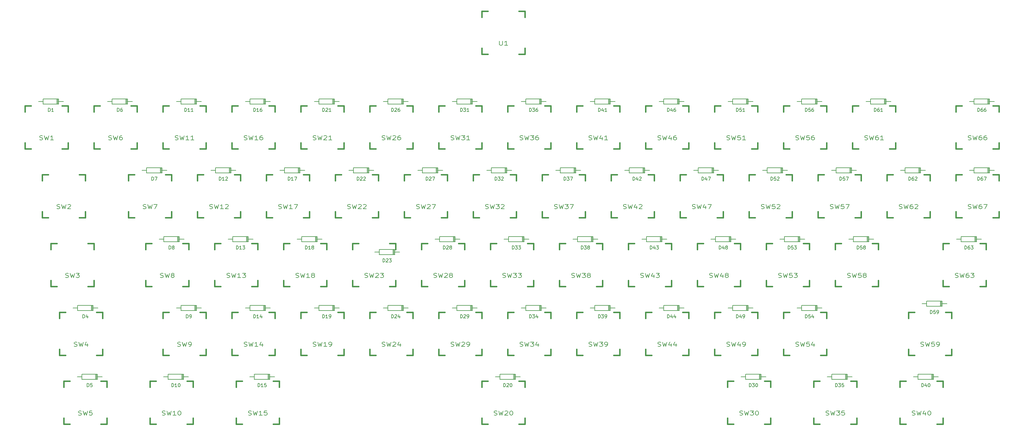
<source format=gbr>
G04 #@! TF.FileFunction,Legend,Top*
%FSLAX46Y46*%
G04 Gerber Fmt 4.6, Leading zero omitted, Abs format (unit mm)*
G04 Created by KiCad (PCBNEW (2015-01-16 BZR 5376)-product) date 07/02/2015 16:03:05*
%MOMM*%
G01*
G04 APERTURE LIST*
%ADD10C,0.100000*%
%ADD11C,0.150000*%
%ADD12C,0.381000*%
%ADD13C,0.203200*%
G04 APERTURE END LIST*
D10*
D11*
X15494000Y-44450000D02*
X14097000Y-44450000D01*
X19939000Y-44450000D02*
X21463000Y-44450000D01*
X19558000Y-43688000D02*
X19558000Y-45212000D01*
X19812000Y-43688000D02*
X19812000Y-45212000D01*
X20066000Y-44450000D02*
X20066000Y-45212000D01*
X20066000Y-45212000D02*
X15494000Y-45212000D01*
X15494000Y-45212000D02*
X15494000Y-43688000D01*
X15494000Y-43688000D02*
X20066000Y-43688000D01*
X20066000Y-43688000D02*
X20066000Y-44450000D01*
X25654000Y-105410000D02*
X24257000Y-105410000D01*
X30099000Y-105410000D02*
X31623000Y-105410000D01*
X29718000Y-104648000D02*
X29718000Y-106172000D01*
X29972000Y-104648000D02*
X29972000Y-106172000D01*
X30226000Y-105410000D02*
X30226000Y-106172000D01*
X30226000Y-106172000D02*
X25654000Y-106172000D01*
X25654000Y-106172000D02*
X25654000Y-104648000D01*
X25654000Y-104648000D02*
X30226000Y-104648000D01*
X30226000Y-104648000D02*
X30226000Y-105410000D01*
X26924000Y-125730000D02*
X25527000Y-125730000D01*
X31369000Y-125730000D02*
X32893000Y-125730000D01*
X30988000Y-124968000D02*
X30988000Y-126492000D01*
X31242000Y-124968000D02*
X31242000Y-126492000D01*
X31496000Y-125730000D02*
X31496000Y-126492000D01*
X31496000Y-126492000D02*
X26924000Y-126492000D01*
X26924000Y-126492000D02*
X26924000Y-124968000D01*
X26924000Y-124968000D02*
X31496000Y-124968000D01*
X31496000Y-124968000D02*
X31496000Y-125730000D01*
X35814000Y-44450000D02*
X34417000Y-44450000D01*
X40259000Y-44450000D02*
X41783000Y-44450000D01*
X39878000Y-43688000D02*
X39878000Y-45212000D01*
X40132000Y-43688000D02*
X40132000Y-45212000D01*
X40386000Y-44450000D02*
X40386000Y-45212000D01*
X40386000Y-45212000D02*
X35814000Y-45212000D01*
X35814000Y-45212000D02*
X35814000Y-43688000D01*
X35814000Y-43688000D02*
X40386000Y-43688000D01*
X40386000Y-43688000D02*
X40386000Y-44450000D01*
X45974000Y-64770000D02*
X44577000Y-64770000D01*
X50419000Y-64770000D02*
X51943000Y-64770000D01*
X50038000Y-64008000D02*
X50038000Y-65532000D01*
X50292000Y-64008000D02*
X50292000Y-65532000D01*
X50546000Y-64770000D02*
X50546000Y-65532000D01*
X50546000Y-65532000D02*
X45974000Y-65532000D01*
X45974000Y-65532000D02*
X45974000Y-64008000D01*
X45974000Y-64008000D02*
X50546000Y-64008000D01*
X50546000Y-64008000D02*
X50546000Y-64770000D01*
X51054000Y-85090000D02*
X49657000Y-85090000D01*
X55499000Y-85090000D02*
X57023000Y-85090000D01*
X55118000Y-84328000D02*
X55118000Y-85852000D01*
X55372000Y-84328000D02*
X55372000Y-85852000D01*
X55626000Y-85090000D02*
X55626000Y-85852000D01*
X55626000Y-85852000D02*
X51054000Y-85852000D01*
X51054000Y-85852000D02*
X51054000Y-84328000D01*
X51054000Y-84328000D02*
X55626000Y-84328000D01*
X55626000Y-84328000D02*
X55626000Y-85090000D01*
X56134000Y-105410000D02*
X54737000Y-105410000D01*
X60579000Y-105410000D02*
X62103000Y-105410000D01*
X60198000Y-104648000D02*
X60198000Y-106172000D01*
X60452000Y-104648000D02*
X60452000Y-106172000D01*
X60706000Y-105410000D02*
X60706000Y-106172000D01*
X60706000Y-106172000D02*
X56134000Y-106172000D01*
X56134000Y-106172000D02*
X56134000Y-104648000D01*
X56134000Y-104648000D02*
X60706000Y-104648000D01*
X60706000Y-104648000D02*
X60706000Y-105410000D01*
X52324000Y-125730000D02*
X50927000Y-125730000D01*
X56769000Y-125730000D02*
X58293000Y-125730000D01*
X56388000Y-124968000D02*
X56388000Y-126492000D01*
X56642000Y-124968000D02*
X56642000Y-126492000D01*
X56896000Y-125730000D02*
X56896000Y-126492000D01*
X56896000Y-126492000D02*
X52324000Y-126492000D01*
X52324000Y-126492000D02*
X52324000Y-124968000D01*
X52324000Y-124968000D02*
X56896000Y-124968000D01*
X56896000Y-124968000D02*
X56896000Y-125730000D01*
X56134000Y-44450000D02*
X54737000Y-44450000D01*
X60579000Y-44450000D02*
X62103000Y-44450000D01*
X60198000Y-43688000D02*
X60198000Y-45212000D01*
X60452000Y-43688000D02*
X60452000Y-45212000D01*
X60706000Y-44450000D02*
X60706000Y-45212000D01*
X60706000Y-45212000D02*
X56134000Y-45212000D01*
X56134000Y-45212000D02*
X56134000Y-43688000D01*
X56134000Y-43688000D02*
X60706000Y-43688000D01*
X60706000Y-43688000D02*
X60706000Y-44450000D01*
X66294000Y-64770000D02*
X64897000Y-64770000D01*
X70739000Y-64770000D02*
X72263000Y-64770000D01*
X70358000Y-64008000D02*
X70358000Y-65532000D01*
X70612000Y-64008000D02*
X70612000Y-65532000D01*
X70866000Y-64770000D02*
X70866000Y-65532000D01*
X70866000Y-65532000D02*
X66294000Y-65532000D01*
X66294000Y-65532000D02*
X66294000Y-64008000D01*
X66294000Y-64008000D02*
X70866000Y-64008000D01*
X70866000Y-64008000D02*
X70866000Y-64770000D01*
X71374000Y-85090000D02*
X69977000Y-85090000D01*
X75819000Y-85090000D02*
X77343000Y-85090000D01*
X75438000Y-84328000D02*
X75438000Y-85852000D01*
X75692000Y-84328000D02*
X75692000Y-85852000D01*
X75946000Y-85090000D02*
X75946000Y-85852000D01*
X75946000Y-85852000D02*
X71374000Y-85852000D01*
X71374000Y-85852000D02*
X71374000Y-84328000D01*
X71374000Y-84328000D02*
X75946000Y-84328000D01*
X75946000Y-84328000D02*
X75946000Y-85090000D01*
X76454000Y-105410000D02*
X75057000Y-105410000D01*
X80899000Y-105410000D02*
X82423000Y-105410000D01*
X80518000Y-104648000D02*
X80518000Y-106172000D01*
X80772000Y-104648000D02*
X80772000Y-106172000D01*
X81026000Y-105410000D02*
X81026000Y-106172000D01*
X81026000Y-106172000D02*
X76454000Y-106172000D01*
X76454000Y-106172000D02*
X76454000Y-104648000D01*
X76454000Y-104648000D02*
X81026000Y-104648000D01*
X81026000Y-104648000D02*
X81026000Y-105410000D01*
X77724000Y-125730000D02*
X76327000Y-125730000D01*
X82169000Y-125730000D02*
X83693000Y-125730000D01*
X81788000Y-124968000D02*
X81788000Y-126492000D01*
X82042000Y-124968000D02*
X82042000Y-126492000D01*
X82296000Y-125730000D02*
X82296000Y-126492000D01*
X82296000Y-126492000D02*
X77724000Y-126492000D01*
X77724000Y-126492000D02*
X77724000Y-124968000D01*
X77724000Y-124968000D02*
X82296000Y-124968000D01*
X82296000Y-124968000D02*
X82296000Y-125730000D01*
X76454000Y-44450000D02*
X75057000Y-44450000D01*
X80899000Y-44450000D02*
X82423000Y-44450000D01*
X80518000Y-43688000D02*
X80518000Y-45212000D01*
X80772000Y-43688000D02*
X80772000Y-45212000D01*
X81026000Y-44450000D02*
X81026000Y-45212000D01*
X81026000Y-45212000D02*
X76454000Y-45212000D01*
X76454000Y-45212000D02*
X76454000Y-43688000D01*
X76454000Y-43688000D02*
X81026000Y-43688000D01*
X81026000Y-43688000D02*
X81026000Y-44450000D01*
X86614000Y-64770000D02*
X85217000Y-64770000D01*
X91059000Y-64770000D02*
X92583000Y-64770000D01*
X90678000Y-64008000D02*
X90678000Y-65532000D01*
X90932000Y-64008000D02*
X90932000Y-65532000D01*
X91186000Y-64770000D02*
X91186000Y-65532000D01*
X91186000Y-65532000D02*
X86614000Y-65532000D01*
X86614000Y-65532000D02*
X86614000Y-64008000D01*
X86614000Y-64008000D02*
X91186000Y-64008000D01*
X91186000Y-64008000D02*
X91186000Y-64770000D01*
X91694000Y-85090000D02*
X90297000Y-85090000D01*
X96139000Y-85090000D02*
X97663000Y-85090000D01*
X95758000Y-84328000D02*
X95758000Y-85852000D01*
X96012000Y-84328000D02*
X96012000Y-85852000D01*
X96266000Y-85090000D02*
X96266000Y-85852000D01*
X96266000Y-85852000D02*
X91694000Y-85852000D01*
X91694000Y-85852000D02*
X91694000Y-84328000D01*
X91694000Y-84328000D02*
X96266000Y-84328000D01*
X96266000Y-84328000D02*
X96266000Y-85090000D01*
X96774000Y-105410000D02*
X95377000Y-105410000D01*
X101219000Y-105410000D02*
X102743000Y-105410000D01*
X100838000Y-104648000D02*
X100838000Y-106172000D01*
X101092000Y-104648000D02*
X101092000Y-106172000D01*
X101346000Y-105410000D02*
X101346000Y-106172000D01*
X101346000Y-106172000D02*
X96774000Y-106172000D01*
X96774000Y-106172000D02*
X96774000Y-104648000D01*
X96774000Y-104648000D02*
X101346000Y-104648000D01*
X101346000Y-104648000D02*
X101346000Y-105410000D01*
X150114000Y-125730000D02*
X148717000Y-125730000D01*
X154559000Y-125730000D02*
X156083000Y-125730000D01*
X154178000Y-124968000D02*
X154178000Y-126492000D01*
X154432000Y-124968000D02*
X154432000Y-126492000D01*
X154686000Y-125730000D02*
X154686000Y-126492000D01*
X154686000Y-126492000D02*
X150114000Y-126492000D01*
X150114000Y-126492000D02*
X150114000Y-124968000D01*
X150114000Y-124968000D02*
X154686000Y-124968000D01*
X154686000Y-124968000D02*
X154686000Y-125730000D01*
X96774000Y-44450000D02*
X95377000Y-44450000D01*
X101219000Y-44450000D02*
X102743000Y-44450000D01*
X100838000Y-43688000D02*
X100838000Y-45212000D01*
X101092000Y-43688000D02*
X101092000Y-45212000D01*
X101346000Y-44450000D02*
X101346000Y-45212000D01*
X101346000Y-45212000D02*
X96774000Y-45212000D01*
X96774000Y-45212000D02*
X96774000Y-43688000D01*
X96774000Y-43688000D02*
X101346000Y-43688000D01*
X101346000Y-43688000D02*
X101346000Y-44450000D01*
X106934000Y-64770000D02*
X105537000Y-64770000D01*
X111379000Y-64770000D02*
X112903000Y-64770000D01*
X110998000Y-64008000D02*
X110998000Y-65532000D01*
X111252000Y-64008000D02*
X111252000Y-65532000D01*
X111506000Y-64770000D02*
X111506000Y-65532000D01*
X111506000Y-65532000D02*
X106934000Y-65532000D01*
X106934000Y-65532000D02*
X106934000Y-64008000D01*
X106934000Y-64008000D02*
X111506000Y-64008000D01*
X111506000Y-64008000D02*
X111506000Y-64770000D01*
X114554000Y-88900000D02*
X113157000Y-88900000D01*
X118999000Y-88900000D02*
X120523000Y-88900000D01*
X118618000Y-88138000D02*
X118618000Y-89662000D01*
X118872000Y-88138000D02*
X118872000Y-89662000D01*
X119126000Y-88900000D02*
X119126000Y-89662000D01*
X119126000Y-89662000D02*
X114554000Y-89662000D01*
X114554000Y-89662000D02*
X114554000Y-88138000D01*
X114554000Y-88138000D02*
X119126000Y-88138000D01*
X119126000Y-88138000D02*
X119126000Y-88900000D01*
X117094000Y-105410000D02*
X115697000Y-105410000D01*
X121539000Y-105410000D02*
X123063000Y-105410000D01*
X121158000Y-104648000D02*
X121158000Y-106172000D01*
X121412000Y-104648000D02*
X121412000Y-106172000D01*
X121666000Y-105410000D02*
X121666000Y-106172000D01*
X121666000Y-106172000D02*
X117094000Y-106172000D01*
X117094000Y-106172000D02*
X117094000Y-104648000D01*
X117094000Y-104648000D02*
X121666000Y-104648000D01*
X121666000Y-104648000D02*
X121666000Y-105410000D01*
X117094000Y-44450000D02*
X115697000Y-44450000D01*
X121539000Y-44450000D02*
X123063000Y-44450000D01*
X121158000Y-43688000D02*
X121158000Y-45212000D01*
X121412000Y-43688000D02*
X121412000Y-45212000D01*
X121666000Y-44450000D02*
X121666000Y-45212000D01*
X121666000Y-45212000D02*
X117094000Y-45212000D01*
X117094000Y-45212000D02*
X117094000Y-43688000D01*
X117094000Y-43688000D02*
X121666000Y-43688000D01*
X121666000Y-43688000D02*
X121666000Y-44450000D01*
X127254000Y-64770000D02*
X125857000Y-64770000D01*
X131699000Y-64770000D02*
X133223000Y-64770000D01*
X131318000Y-64008000D02*
X131318000Y-65532000D01*
X131572000Y-64008000D02*
X131572000Y-65532000D01*
X131826000Y-64770000D02*
X131826000Y-65532000D01*
X131826000Y-65532000D02*
X127254000Y-65532000D01*
X127254000Y-65532000D02*
X127254000Y-64008000D01*
X127254000Y-64008000D02*
X131826000Y-64008000D01*
X131826000Y-64008000D02*
X131826000Y-64770000D01*
X132334000Y-85090000D02*
X130937000Y-85090000D01*
X136779000Y-85090000D02*
X138303000Y-85090000D01*
X136398000Y-84328000D02*
X136398000Y-85852000D01*
X136652000Y-84328000D02*
X136652000Y-85852000D01*
X136906000Y-85090000D02*
X136906000Y-85852000D01*
X136906000Y-85852000D02*
X132334000Y-85852000D01*
X132334000Y-85852000D02*
X132334000Y-84328000D01*
X132334000Y-84328000D02*
X136906000Y-84328000D01*
X136906000Y-84328000D02*
X136906000Y-85090000D01*
X137414000Y-105410000D02*
X136017000Y-105410000D01*
X141859000Y-105410000D02*
X143383000Y-105410000D01*
X141478000Y-104648000D02*
X141478000Y-106172000D01*
X141732000Y-104648000D02*
X141732000Y-106172000D01*
X141986000Y-105410000D02*
X141986000Y-106172000D01*
X141986000Y-106172000D02*
X137414000Y-106172000D01*
X137414000Y-106172000D02*
X137414000Y-104648000D01*
X137414000Y-104648000D02*
X141986000Y-104648000D01*
X141986000Y-104648000D02*
X141986000Y-105410000D01*
X222504000Y-125730000D02*
X221107000Y-125730000D01*
X226949000Y-125730000D02*
X228473000Y-125730000D01*
X226568000Y-124968000D02*
X226568000Y-126492000D01*
X226822000Y-124968000D02*
X226822000Y-126492000D01*
X227076000Y-125730000D02*
X227076000Y-126492000D01*
X227076000Y-126492000D02*
X222504000Y-126492000D01*
X222504000Y-126492000D02*
X222504000Y-124968000D01*
X222504000Y-124968000D02*
X227076000Y-124968000D01*
X227076000Y-124968000D02*
X227076000Y-125730000D01*
X137414000Y-44450000D02*
X136017000Y-44450000D01*
X141859000Y-44450000D02*
X143383000Y-44450000D01*
X141478000Y-43688000D02*
X141478000Y-45212000D01*
X141732000Y-43688000D02*
X141732000Y-45212000D01*
X141986000Y-44450000D02*
X141986000Y-45212000D01*
X141986000Y-45212000D02*
X137414000Y-45212000D01*
X137414000Y-45212000D02*
X137414000Y-43688000D01*
X137414000Y-43688000D02*
X141986000Y-43688000D01*
X141986000Y-43688000D02*
X141986000Y-44450000D01*
X147574000Y-64770000D02*
X146177000Y-64770000D01*
X152019000Y-64770000D02*
X153543000Y-64770000D01*
X151638000Y-64008000D02*
X151638000Y-65532000D01*
X151892000Y-64008000D02*
X151892000Y-65532000D01*
X152146000Y-64770000D02*
X152146000Y-65532000D01*
X152146000Y-65532000D02*
X147574000Y-65532000D01*
X147574000Y-65532000D02*
X147574000Y-64008000D01*
X147574000Y-64008000D02*
X152146000Y-64008000D01*
X152146000Y-64008000D02*
X152146000Y-64770000D01*
X152654000Y-85090000D02*
X151257000Y-85090000D01*
X157099000Y-85090000D02*
X158623000Y-85090000D01*
X156718000Y-84328000D02*
X156718000Y-85852000D01*
X156972000Y-84328000D02*
X156972000Y-85852000D01*
X157226000Y-85090000D02*
X157226000Y-85852000D01*
X157226000Y-85852000D02*
X152654000Y-85852000D01*
X152654000Y-85852000D02*
X152654000Y-84328000D01*
X152654000Y-84328000D02*
X157226000Y-84328000D01*
X157226000Y-84328000D02*
X157226000Y-85090000D01*
X157734000Y-105410000D02*
X156337000Y-105410000D01*
X162179000Y-105410000D02*
X163703000Y-105410000D01*
X161798000Y-104648000D02*
X161798000Y-106172000D01*
X162052000Y-104648000D02*
X162052000Y-106172000D01*
X162306000Y-105410000D02*
X162306000Y-106172000D01*
X162306000Y-106172000D02*
X157734000Y-106172000D01*
X157734000Y-106172000D02*
X157734000Y-104648000D01*
X157734000Y-104648000D02*
X162306000Y-104648000D01*
X162306000Y-104648000D02*
X162306000Y-105410000D01*
X247904000Y-125730000D02*
X246507000Y-125730000D01*
X252349000Y-125730000D02*
X253873000Y-125730000D01*
X251968000Y-124968000D02*
X251968000Y-126492000D01*
X252222000Y-124968000D02*
X252222000Y-126492000D01*
X252476000Y-125730000D02*
X252476000Y-126492000D01*
X252476000Y-126492000D02*
X247904000Y-126492000D01*
X247904000Y-126492000D02*
X247904000Y-124968000D01*
X247904000Y-124968000D02*
X252476000Y-124968000D01*
X252476000Y-124968000D02*
X252476000Y-125730000D01*
X157734000Y-44450000D02*
X156337000Y-44450000D01*
X162179000Y-44450000D02*
X163703000Y-44450000D01*
X161798000Y-43688000D02*
X161798000Y-45212000D01*
X162052000Y-43688000D02*
X162052000Y-45212000D01*
X162306000Y-44450000D02*
X162306000Y-45212000D01*
X162306000Y-45212000D02*
X157734000Y-45212000D01*
X157734000Y-45212000D02*
X157734000Y-43688000D01*
X157734000Y-43688000D02*
X162306000Y-43688000D01*
X162306000Y-43688000D02*
X162306000Y-44450000D01*
X167894000Y-64770000D02*
X166497000Y-64770000D01*
X172339000Y-64770000D02*
X173863000Y-64770000D01*
X171958000Y-64008000D02*
X171958000Y-65532000D01*
X172212000Y-64008000D02*
X172212000Y-65532000D01*
X172466000Y-64770000D02*
X172466000Y-65532000D01*
X172466000Y-65532000D02*
X167894000Y-65532000D01*
X167894000Y-65532000D02*
X167894000Y-64008000D01*
X167894000Y-64008000D02*
X172466000Y-64008000D01*
X172466000Y-64008000D02*
X172466000Y-64770000D01*
X172974000Y-85090000D02*
X171577000Y-85090000D01*
X177419000Y-85090000D02*
X178943000Y-85090000D01*
X177038000Y-84328000D02*
X177038000Y-85852000D01*
X177292000Y-84328000D02*
X177292000Y-85852000D01*
X177546000Y-85090000D02*
X177546000Y-85852000D01*
X177546000Y-85852000D02*
X172974000Y-85852000D01*
X172974000Y-85852000D02*
X172974000Y-84328000D01*
X172974000Y-84328000D02*
X177546000Y-84328000D01*
X177546000Y-84328000D02*
X177546000Y-85090000D01*
X178054000Y-105410000D02*
X176657000Y-105410000D01*
X182499000Y-105410000D02*
X184023000Y-105410000D01*
X182118000Y-104648000D02*
X182118000Y-106172000D01*
X182372000Y-104648000D02*
X182372000Y-106172000D01*
X182626000Y-105410000D02*
X182626000Y-106172000D01*
X182626000Y-106172000D02*
X178054000Y-106172000D01*
X178054000Y-106172000D02*
X178054000Y-104648000D01*
X178054000Y-104648000D02*
X182626000Y-104648000D01*
X182626000Y-104648000D02*
X182626000Y-105410000D01*
X273304000Y-125730000D02*
X271907000Y-125730000D01*
X277749000Y-125730000D02*
X279273000Y-125730000D01*
X277368000Y-124968000D02*
X277368000Y-126492000D01*
X277622000Y-124968000D02*
X277622000Y-126492000D01*
X277876000Y-125730000D02*
X277876000Y-126492000D01*
X277876000Y-126492000D02*
X273304000Y-126492000D01*
X273304000Y-126492000D02*
X273304000Y-124968000D01*
X273304000Y-124968000D02*
X277876000Y-124968000D01*
X277876000Y-124968000D02*
X277876000Y-125730000D01*
X178054000Y-44450000D02*
X176657000Y-44450000D01*
X182499000Y-44450000D02*
X184023000Y-44450000D01*
X182118000Y-43688000D02*
X182118000Y-45212000D01*
X182372000Y-43688000D02*
X182372000Y-45212000D01*
X182626000Y-44450000D02*
X182626000Y-45212000D01*
X182626000Y-45212000D02*
X178054000Y-45212000D01*
X178054000Y-45212000D02*
X178054000Y-43688000D01*
X178054000Y-43688000D02*
X182626000Y-43688000D01*
X182626000Y-43688000D02*
X182626000Y-44450000D01*
X188214000Y-64770000D02*
X186817000Y-64770000D01*
X192659000Y-64770000D02*
X194183000Y-64770000D01*
X192278000Y-64008000D02*
X192278000Y-65532000D01*
X192532000Y-64008000D02*
X192532000Y-65532000D01*
X192786000Y-64770000D02*
X192786000Y-65532000D01*
X192786000Y-65532000D02*
X188214000Y-65532000D01*
X188214000Y-65532000D02*
X188214000Y-64008000D01*
X188214000Y-64008000D02*
X192786000Y-64008000D01*
X192786000Y-64008000D02*
X192786000Y-64770000D01*
X193294000Y-85090000D02*
X191897000Y-85090000D01*
X197739000Y-85090000D02*
X199263000Y-85090000D01*
X197358000Y-84328000D02*
X197358000Y-85852000D01*
X197612000Y-84328000D02*
X197612000Y-85852000D01*
X197866000Y-85090000D02*
X197866000Y-85852000D01*
X197866000Y-85852000D02*
X193294000Y-85852000D01*
X193294000Y-85852000D02*
X193294000Y-84328000D01*
X193294000Y-84328000D02*
X197866000Y-84328000D01*
X197866000Y-84328000D02*
X197866000Y-85090000D01*
X198374000Y-105410000D02*
X196977000Y-105410000D01*
X202819000Y-105410000D02*
X204343000Y-105410000D01*
X202438000Y-104648000D02*
X202438000Y-106172000D01*
X202692000Y-104648000D02*
X202692000Y-106172000D01*
X202946000Y-105410000D02*
X202946000Y-106172000D01*
X202946000Y-106172000D02*
X198374000Y-106172000D01*
X198374000Y-106172000D02*
X198374000Y-104648000D01*
X198374000Y-104648000D02*
X202946000Y-104648000D01*
X202946000Y-104648000D02*
X202946000Y-105410000D01*
X198374000Y-44450000D02*
X196977000Y-44450000D01*
X202819000Y-44450000D02*
X204343000Y-44450000D01*
X202438000Y-43688000D02*
X202438000Y-45212000D01*
X202692000Y-43688000D02*
X202692000Y-45212000D01*
X202946000Y-44450000D02*
X202946000Y-45212000D01*
X202946000Y-45212000D02*
X198374000Y-45212000D01*
X198374000Y-45212000D02*
X198374000Y-43688000D01*
X198374000Y-43688000D02*
X202946000Y-43688000D01*
X202946000Y-43688000D02*
X202946000Y-44450000D01*
X208534000Y-64770000D02*
X207137000Y-64770000D01*
X212979000Y-64770000D02*
X214503000Y-64770000D01*
X212598000Y-64008000D02*
X212598000Y-65532000D01*
X212852000Y-64008000D02*
X212852000Y-65532000D01*
X213106000Y-64770000D02*
X213106000Y-65532000D01*
X213106000Y-65532000D02*
X208534000Y-65532000D01*
X208534000Y-65532000D02*
X208534000Y-64008000D01*
X208534000Y-64008000D02*
X213106000Y-64008000D01*
X213106000Y-64008000D02*
X213106000Y-64770000D01*
X213614000Y-85090000D02*
X212217000Y-85090000D01*
X218059000Y-85090000D02*
X219583000Y-85090000D01*
X217678000Y-84328000D02*
X217678000Y-85852000D01*
X217932000Y-84328000D02*
X217932000Y-85852000D01*
X218186000Y-85090000D02*
X218186000Y-85852000D01*
X218186000Y-85852000D02*
X213614000Y-85852000D01*
X213614000Y-85852000D02*
X213614000Y-84328000D01*
X213614000Y-84328000D02*
X218186000Y-84328000D01*
X218186000Y-84328000D02*
X218186000Y-85090000D01*
X218694000Y-105410000D02*
X217297000Y-105410000D01*
X223139000Y-105410000D02*
X224663000Y-105410000D01*
X222758000Y-104648000D02*
X222758000Y-106172000D01*
X223012000Y-104648000D02*
X223012000Y-106172000D01*
X223266000Y-105410000D02*
X223266000Y-106172000D01*
X223266000Y-106172000D02*
X218694000Y-106172000D01*
X218694000Y-106172000D02*
X218694000Y-104648000D01*
X218694000Y-104648000D02*
X223266000Y-104648000D01*
X223266000Y-104648000D02*
X223266000Y-105410000D01*
X218694000Y-44450000D02*
X217297000Y-44450000D01*
X223139000Y-44450000D02*
X224663000Y-44450000D01*
X222758000Y-43688000D02*
X222758000Y-45212000D01*
X223012000Y-43688000D02*
X223012000Y-45212000D01*
X223266000Y-44450000D02*
X223266000Y-45212000D01*
X223266000Y-45212000D02*
X218694000Y-45212000D01*
X218694000Y-45212000D02*
X218694000Y-43688000D01*
X218694000Y-43688000D02*
X223266000Y-43688000D01*
X223266000Y-43688000D02*
X223266000Y-44450000D01*
X228854000Y-64770000D02*
X227457000Y-64770000D01*
X233299000Y-64770000D02*
X234823000Y-64770000D01*
X232918000Y-64008000D02*
X232918000Y-65532000D01*
X233172000Y-64008000D02*
X233172000Y-65532000D01*
X233426000Y-64770000D02*
X233426000Y-65532000D01*
X233426000Y-65532000D02*
X228854000Y-65532000D01*
X228854000Y-65532000D02*
X228854000Y-64008000D01*
X228854000Y-64008000D02*
X233426000Y-64008000D01*
X233426000Y-64008000D02*
X233426000Y-64770000D01*
X233934000Y-85090000D02*
X232537000Y-85090000D01*
X238379000Y-85090000D02*
X239903000Y-85090000D01*
X237998000Y-84328000D02*
X237998000Y-85852000D01*
X238252000Y-84328000D02*
X238252000Y-85852000D01*
X238506000Y-85090000D02*
X238506000Y-85852000D01*
X238506000Y-85852000D02*
X233934000Y-85852000D01*
X233934000Y-85852000D02*
X233934000Y-84328000D01*
X233934000Y-84328000D02*
X238506000Y-84328000D01*
X238506000Y-84328000D02*
X238506000Y-85090000D01*
X239014000Y-105410000D02*
X237617000Y-105410000D01*
X243459000Y-105410000D02*
X244983000Y-105410000D01*
X243078000Y-104648000D02*
X243078000Y-106172000D01*
X243332000Y-104648000D02*
X243332000Y-106172000D01*
X243586000Y-105410000D02*
X243586000Y-106172000D01*
X243586000Y-106172000D02*
X239014000Y-106172000D01*
X239014000Y-106172000D02*
X239014000Y-104648000D01*
X239014000Y-104648000D02*
X243586000Y-104648000D01*
X243586000Y-104648000D02*
X243586000Y-105410000D01*
X239014000Y-44450000D02*
X237617000Y-44450000D01*
X243459000Y-44450000D02*
X244983000Y-44450000D01*
X243078000Y-43688000D02*
X243078000Y-45212000D01*
X243332000Y-43688000D02*
X243332000Y-45212000D01*
X243586000Y-44450000D02*
X243586000Y-45212000D01*
X243586000Y-45212000D02*
X239014000Y-45212000D01*
X239014000Y-45212000D02*
X239014000Y-43688000D01*
X239014000Y-43688000D02*
X243586000Y-43688000D01*
X243586000Y-43688000D02*
X243586000Y-44450000D01*
X249174000Y-64770000D02*
X247777000Y-64770000D01*
X253619000Y-64770000D02*
X255143000Y-64770000D01*
X253238000Y-64008000D02*
X253238000Y-65532000D01*
X253492000Y-64008000D02*
X253492000Y-65532000D01*
X253746000Y-64770000D02*
X253746000Y-65532000D01*
X253746000Y-65532000D02*
X249174000Y-65532000D01*
X249174000Y-65532000D02*
X249174000Y-64008000D01*
X249174000Y-64008000D02*
X253746000Y-64008000D01*
X253746000Y-64008000D02*
X253746000Y-64770000D01*
X254254000Y-85090000D02*
X252857000Y-85090000D01*
X258699000Y-85090000D02*
X260223000Y-85090000D01*
X258318000Y-84328000D02*
X258318000Y-85852000D01*
X258572000Y-84328000D02*
X258572000Y-85852000D01*
X258826000Y-85090000D02*
X258826000Y-85852000D01*
X258826000Y-85852000D02*
X254254000Y-85852000D01*
X254254000Y-85852000D02*
X254254000Y-84328000D01*
X254254000Y-84328000D02*
X258826000Y-84328000D01*
X258826000Y-84328000D02*
X258826000Y-85090000D01*
X275844000Y-104140000D02*
X274447000Y-104140000D01*
X280289000Y-104140000D02*
X281813000Y-104140000D01*
X279908000Y-103378000D02*
X279908000Y-104902000D01*
X280162000Y-103378000D02*
X280162000Y-104902000D01*
X280416000Y-104140000D02*
X280416000Y-104902000D01*
X280416000Y-104902000D02*
X275844000Y-104902000D01*
X275844000Y-104902000D02*
X275844000Y-103378000D01*
X275844000Y-103378000D02*
X280416000Y-103378000D01*
X280416000Y-103378000D02*
X280416000Y-104140000D01*
X259334000Y-44450000D02*
X257937000Y-44450000D01*
X263779000Y-44450000D02*
X265303000Y-44450000D01*
X263398000Y-43688000D02*
X263398000Y-45212000D01*
X263652000Y-43688000D02*
X263652000Y-45212000D01*
X263906000Y-44450000D02*
X263906000Y-45212000D01*
X263906000Y-45212000D02*
X259334000Y-45212000D01*
X259334000Y-45212000D02*
X259334000Y-43688000D01*
X259334000Y-43688000D02*
X263906000Y-43688000D01*
X263906000Y-43688000D02*
X263906000Y-44450000D01*
X269494000Y-64770000D02*
X268097000Y-64770000D01*
X273939000Y-64770000D02*
X275463000Y-64770000D01*
X273558000Y-64008000D02*
X273558000Y-65532000D01*
X273812000Y-64008000D02*
X273812000Y-65532000D01*
X274066000Y-64770000D02*
X274066000Y-65532000D01*
X274066000Y-65532000D02*
X269494000Y-65532000D01*
X269494000Y-65532000D02*
X269494000Y-64008000D01*
X269494000Y-64008000D02*
X274066000Y-64008000D01*
X274066000Y-64008000D02*
X274066000Y-64770000D01*
X286004000Y-85090000D02*
X284607000Y-85090000D01*
X290449000Y-85090000D02*
X291973000Y-85090000D01*
X290068000Y-84328000D02*
X290068000Y-85852000D01*
X290322000Y-84328000D02*
X290322000Y-85852000D01*
X290576000Y-85090000D02*
X290576000Y-85852000D01*
X290576000Y-85852000D02*
X286004000Y-85852000D01*
X286004000Y-85852000D02*
X286004000Y-84328000D01*
X286004000Y-84328000D02*
X290576000Y-84328000D01*
X290576000Y-84328000D02*
X290576000Y-85090000D01*
X289814000Y-44450000D02*
X288417000Y-44450000D01*
X294259000Y-44450000D02*
X295783000Y-44450000D01*
X293878000Y-43688000D02*
X293878000Y-45212000D01*
X294132000Y-43688000D02*
X294132000Y-45212000D01*
X294386000Y-44450000D02*
X294386000Y-45212000D01*
X294386000Y-45212000D02*
X289814000Y-45212000D01*
X289814000Y-45212000D02*
X289814000Y-43688000D01*
X289814000Y-43688000D02*
X294386000Y-43688000D01*
X294386000Y-43688000D02*
X294386000Y-44450000D01*
X289814000Y-64770000D02*
X288417000Y-64770000D01*
X294259000Y-64770000D02*
X295783000Y-64770000D01*
X293878000Y-64008000D02*
X293878000Y-65532000D01*
X294132000Y-64008000D02*
X294132000Y-65532000D01*
X294386000Y-64770000D02*
X294386000Y-65532000D01*
X294386000Y-65532000D02*
X289814000Y-65532000D01*
X289814000Y-65532000D02*
X289814000Y-64008000D01*
X289814000Y-64008000D02*
X294386000Y-64008000D01*
X294386000Y-64008000D02*
X294386000Y-64770000D01*
D12*
X10160000Y-45720000D02*
X11938000Y-45720000D01*
X21082000Y-45720000D02*
X22860000Y-45720000D01*
X22860000Y-45720000D02*
X22860000Y-47498000D01*
X22860000Y-56642000D02*
X22860000Y-58420000D01*
X22860000Y-58420000D02*
X21082000Y-58420000D01*
X11938000Y-58420000D02*
X10160000Y-58420000D01*
X10160000Y-58420000D02*
X10160000Y-56642000D01*
X10160000Y-47498000D02*
X10160000Y-45720000D01*
X15240000Y-66040000D02*
X17018000Y-66040000D01*
X26162000Y-66040000D02*
X27940000Y-66040000D01*
X27940000Y-66040000D02*
X27940000Y-67818000D01*
X27940000Y-76962000D02*
X27940000Y-78740000D01*
X27940000Y-78740000D02*
X26162000Y-78740000D01*
X17018000Y-78740000D02*
X15240000Y-78740000D01*
X15240000Y-78740000D02*
X15240000Y-76962000D01*
X15240000Y-67818000D02*
X15240000Y-66040000D01*
X17780000Y-86360000D02*
X19558000Y-86360000D01*
X28702000Y-86360000D02*
X30480000Y-86360000D01*
X30480000Y-86360000D02*
X30480000Y-88138000D01*
X30480000Y-97282000D02*
X30480000Y-99060000D01*
X30480000Y-99060000D02*
X28702000Y-99060000D01*
X19558000Y-99060000D02*
X17780000Y-99060000D01*
X17780000Y-99060000D02*
X17780000Y-97282000D01*
X17780000Y-88138000D02*
X17780000Y-86360000D01*
X20320000Y-106680000D02*
X22098000Y-106680000D01*
X31242000Y-106680000D02*
X33020000Y-106680000D01*
X33020000Y-106680000D02*
X33020000Y-108458000D01*
X33020000Y-117602000D02*
X33020000Y-119380000D01*
X33020000Y-119380000D02*
X31242000Y-119380000D01*
X22098000Y-119380000D02*
X20320000Y-119380000D01*
X20320000Y-119380000D02*
X20320000Y-117602000D01*
X20320000Y-108458000D02*
X20320000Y-106680000D01*
X21590000Y-127000000D02*
X23368000Y-127000000D01*
X32512000Y-127000000D02*
X34290000Y-127000000D01*
X34290000Y-127000000D02*
X34290000Y-128778000D01*
X34290000Y-137922000D02*
X34290000Y-139700000D01*
X34290000Y-139700000D02*
X32512000Y-139700000D01*
X23368000Y-139700000D02*
X21590000Y-139700000D01*
X21590000Y-139700000D02*
X21590000Y-137922000D01*
X21590000Y-128778000D02*
X21590000Y-127000000D01*
X30480000Y-45720000D02*
X32258000Y-45720000D01*
X41402000Y-45720000D02*
X43180000Y-45720000D01*
X43180000Y-45720000D02*
X43180000Y-47498000D01*
X43180000Y-56642000D02*
X43180000Y-58420000D01*
X43180000Y-58420000D02*
X41402000Y-58420000D01*
X32258000Y-58420000D02*
X30480000Y-58420000D01*
X30480000Y-58420000D02*
X30480000Y-56642000D01*
X30480000Y-47498000D02*
X30480000Y-45720000D01*
X40640000Y-66040000D02*
X42418000Y-66040000D01*
X51562000Y-66040000D02*
X53340000Y-66040000D01*
X53340000Y-66040000D02*
X53340000Y-67818000D01*
X53340000Y-76962000D02*
X53340000Y-78740000D01*
X53340000Y-78740000D02*
X51562000Y-78740000D01*
X42418000Y-78740000D02*
X40640000Y-78740000D01*
X40640000Y-78740000D02*
X40640000Y-76962000D01*
X40640000Y-67818000D02*
X40640000Y-66040000D01*
X45720000Y-86360000D02*
X47498000Y-86360000D01*
X56642000Y-86360000D02*
X58420000Y-86360000D01*
X58420000Y-86360000D02*
X58420000Y-88138000D01*
X58420000Y-97282000D02*
X58420000Y-99060000D01*
X58420000Y-99060000D02*
X56642000Y-99060000D01*
X47498000Y-99060000D02*
X45720000Y-99060000D01*
X45720000Y-99060000D02*
X45720000Y-97282000D01*
X45720000Y-88138000D02*
X45720000Y-86360000D01*
X50800000Y-106680000D02*
X52578000Y-106680000D01*
X61722000Y-106680000D02*
X63500000Y-106680000D01*
X63500000Y-106680000D02*
X63500000Y-108458000D01*
X63500000Y-117602000D02*
X63500000Y-119380000D01*
X63500000Y-119380000D02*
X61722000Y-119380000D01*
X52578000Y-119380000D02*
X50800000Y-119380000D01*
X50800000Y-119380000D02*
X50800000Y-117602000D01*
X50800000Y-108458000D02*
X50800000Y-106680000D01*
X46990000Y-127000000D02*
X48768000Y-127000000D01*
X57912000Y-127000000D02*
X59690000Y-127000000D01*
X59690000Y-127000000D02*
X59690000Y-128778000D01*
X59690000Y-137922000D02*
X59690000Y-139700000D01*
X59690000Y-139700000D02*
X57912000Y-139700000D01*
X48768000Y-139700000D02*
X46990000Y-139700000D01*
X46990000Y-139700000D02*
X46990000Y-137922000D01*
X46990000Y-128778000D02*
X46990000Y-127000000D01*
X50800000Y-45720000D02*
X52578000Y-45720000D01*
X61722000Y-45720000D02*
X63500000Y-45720000D01*
X63500000Y-45720000D02*
X63500000Y-47498000D01*
X63500000Y-56642000D02*
X63500000Y-58420000D01*
X63500000Y-58420000D02*
X61722000Y-58420000D01*
X52578000Y-58420000D02*
X50800000Y-58420000D01*
X50800000Y-58420000D02*
X50800000Y-56642000D01*
X50800000Y-47498000D02*
X50800000Y-45720000D01*
X60960000Y-66040000D02*
X62738000Y-66040000D01*
X71882000Y-66040000D02*
X73660000Y-66040000D01*
X73660000Y-66040000D02*
X73660000Y-67818000D01*
X73660000Y-76962000D02*
X73660000Y-78740000D01*
X73660000Y-78740000D02*
X71882000Y-78740000D01*
X62738000Y-78740000D02*
X60960000Y-78740000D01*
X60960000Y-78740000D02*
X60960000Y-76962000D01*
X60960000Y-67818000D02*
X60960000Y-66040000D01*
X66040000Y-86360000D02*
X67818000Y-86360000D01*
X76962000Y-86360000D02*
X78740000Y-86360000D01*
X78740000Y-86360000D02*
X78740000Y-88138000D01*
X78740000Y-97282000D02*
X78740000Y-99060000D01*
X78740000Y-99060000D02*
X76962000Y-99060000D01*
X67818000Y-99060000D02*
X66040000Y-99060000D01*
X66040000Y-99060000D02*
X66040000Y-97282000D01*
X66040000Y-88138000D02*
X66040000Y-86360000D01*
X71120000Y-106680000D02*
X72898000Y-106680000D01*
X82042000Y-106680000D02*
X83820000Y-106680000D01*
X83820000Y-106680000D02*
X83820000Y-108458000D01*
X83820000Y-117602000D02*
X83820000Y-119380000D01*
X83820000Y-119380000D02*
X82042000Y-119380000D01*
X72898000Y-119380000D02*
X71120000Y-119380000D01*
X71120000Y-119380000D02*
X71120000Y-117602000D01*
X71120000Y-108458000D02*
X71120000Y-106680000D01*
X72390000Y-127000000D02*
X74168000Y-127000000D01*
X83312000Y-127000000D02*
X85090000Y-127000000D01*
X85090000Y-127000000D02*
X85090000Y-128778000D01*
X85090000Y-137922000D02*
X85090000Y-139700000D01*
X85090000Y-139700000D02*
X83312000Y-139700000D01*
X74168000Y-139700000D02*
X72390000Y-139700000D01*
X72390000Y-139700000D02*
X72390000Y-137922000D01*
X72390000Y-128778000D02*
X72390000Y-127000000D01*
X71120000Y-45720000D02*
X72898000Y-45720000D01*
X82042000Y-45720000D02*
X83820000Y-45720000D01*
X83820000Y-45720000D02*
X83820000Y-47498000D01*
X83820000Y-56642000D02*
X83820000Y-58420000D01*
X83820000Y-58420000D02*
X82042000Y-58420000D01*
X72898000Y-58420000D02*
X71120000Y-58420000D01*
X71120000Y-58420000D02*
X71120000Y-56642000D01*
X71120000Y-47498000D02*
X71120000Y-45720000D01*
X81280000Y-66040000D02*
X83058000Y-66040000D01*
X92202000Y-66040000D02*
X93980000Y-66040000D01*
X93980000Y-66040000D02*
X93980000Y-67818000D01*
X93980000Y-76962000D02*
X93980000Y-78740000D01*
X93980000Y-78740000D02*
X92202000Y-78740000D01*
X83058000Y-78740000D02*
X81280000Y-78740000D01*
X81280000Y-78740000D02*
X81280000Y-76962000D01*
X81280000Y-67818000D02*
X81280000Y-66040000D01*
X86360000Y-86360000D02*
X88138000Y-86360000D01*
X97282000Y-86360000D02*
X99060000Y-86360000D01*
X99060000Y-86360000D02*
X99060000Y-88138000D01*
X99060000Y-97282000D02*
X99060000Y-99060000D01*
X99060000Y-99060000D02*
X97282000Y-99060000D01*
X88138000Y-99060000D02*
X86360000Y-99060000D01*
X86360000Y-99060000D02*
X86360000Y-97282000D01*
X86360000Y-88138000D02*
X86360000Y-86360000D01*
X91440000Y-106680000D02*
X93218000Y-106680000D01*
X102362000Y-106680000D02*
X104140000Y-106680000D01*
X104140000Y-106680000D02*
X104140000Y-108458000D01*
X104140000Y-117602000D02*
X104140000Y-119380000D01*
X104140000Y-119380000D02*
X102362000Y-119380000D01*
X93218000Y-119380000D02*
X91440000Y-119380000D01*
X91440000Y-119380000D02*
X91440000Y-117602000D01*
X91440000Y-108458000D02*
X91440000Y-106680000D01*
X144780000Y-127000000D02*
X146558000Y-127000000D01*
X155702000Y-127000000D02*
X157480000Y-127000000D01*
X157480000Y-127000000D02*
X157480000Y-128778000D01*
X157480000Y-137922000D02*
X157480000Y-139700000D01*
X157480000Y-139700000D02*
X155702000Y-139700000D01*
X146558000Y-139700000D02*
X144780000Y-139700000D01*
X144780000Y-139700000D02*
X144780000Y-137922000D01*
X144780000Y-128778000D02*
X144780000Y-127000000D01*
X91440000Y-45720000D02*
X93218000Y-45720000D01*
X102362000Y-45720000D02*
X104140000Y-45720000D01*
X104140000Y-45720000D02*
X104140000Y-47498000D01*
X104140000Y-56642000D02*
X104140000Y-58420000D01*
X104140000Y-58420000D02*
X102362000Y-58420000D01*
X93218000Y-58420000D02*
X91440000Y-58420000D01*
X91440000Y-58420000D02*
X91440000Y-56642000D01*
X91440000Y-47498000D02*
X91440000Y-45720000D01*
X101600000Y-66040000D02*
X103378000Y-66040000D01*
X112522000Y-66040000D02*
X114300000Y-66040000D01*
X114300000Y-66040000D02*
X114300000Y-67818000D01*
X114300000Y-76962000D02*
X114300000Y-78740000D01*
X114300000Y-78740000D02*
X112522000Y-78740000D01*
X103378000Y-78740000D02*
X101600000Y-78740000D01*
X101600000Y-78740000D02*
X101600000Y-76962000D01*
X101600000Y-67818000D02*
X101600000Y-66040000D01*
X106680000Y-86360000D02*
X108458000Y-86360000D01*
X117602000Y-86360000D02*
X119380000Y-86360000D01*
X119380000Y-86360000D02*
X119380000Y-88138000D01*
X119380000Y-97282000D02*
X119380000Y-99060000D01*
X119380000Y-99060000D02*
X117602000Y-99060000D01*
X108458000Y-99060000D02*
X106680000Y-99060000D01*
X106680000Y-99060000D02*
X106680000Y-97282000D01*
X106680000Y-88138000D02*
X106680000Y-86360000D01*
X111760000Y-106680000D02*
X113538000Y-106680000D01*
X122682000Y-106680000D02*
X124460000Y-106680000D01*
X124460000Y-106680000D02*
X124460000Y-108458000D01*
X124460000Y-117602000D02*
X124460000Y-119380000D01*
X124460000Y-119380000D02*
X122682000Y-119380000D01*
X113538000Y-119380000D02*
X111760000Y-119380000D01*
X111760000Y-119380000D02*
X111760000Y-117602000D01*
X111760000Y-108458000D02*
X111760000Y-106680000D01*
X111760000Y-45720000D02*
X113538000Y-45720000D01*
X122682000Y-45720000D02*
X124460000Y-45720000D01*
X124460000Y-45720000D02*
X124460000Y-47498000D01*
X124460000Y-56642000D02*
X124460000Y-58420000D01*
X124460000Y-58420000D02*
X122682000Y-58420000D01*
X113538000Y-58420000D02*
X111760000Y-58420000D01*
X111760000Y-58420000D02*
X111760000Y-56642000D01*
X111760000Y-47498000D02*
X111760000Y-45720000D01*
X121920000Y-66040000D02*
X123698000Y-66040000D01*
X132842000Y-66040000D02*
X134620000Y-66040000D01*
X134620000Y-66040000D02*
X134620000Y-67818000D01*
X134620000Y-76962000D02*
X134620000Y-78740000D01*
X134620000Y-78740000D02*
X132842000Y-78740000D01*
X123698000Y-78740000D02*
X121920000Y-78740000D01*
X121920000Y-78740000D02*
X121920000Y-76962000D01*
X121920000Y-67818000D02*
X121920000Y-66040000D01*
X127000000Y-86360000D02*
X128778000Y-86360000D01*
X137922000Y-86360000D02*
X139700000Y-86360000D01*
X139700000Y-86360000D02*
X139700000Y-88138000D01*
X139700000Y-97282000D02*
X139700000Y-99060000D01*
X139700000Y-99060000D02*
X137922000Y-99060000D01*
X128778000Y-99060000D02*
X127000000Y-99060000D01*
X127000000Y-99060000D02*
X127000000Y-97282000D01*
X127000000Y-88138000D02*
X127000000Y-86360000D01*
X132080000Y-106680000D02*
X133858000Y-106680000D01*
X143002000Y-106680000D02*
X144780000Y-106680000D01*
X144780000Y-106680000D02*
X144780000Y-108458000D01*
X144780000Y-117602000D02*
X144780000Y-119380000D01*
X144780000Y-119380000D02*
X143002000Y-119380000D01*
X133858000Y-119380000D02*
X132080000Y-119380000D01*
X132080000Y-119380000D02*
X132080000Y-117602000D01*
X132080000Y-108458000D02*
X132080000Y-106680000D01*
X217170000Y-127000000D02*
X218948000Y-127000000D01*
X228092000Y-127000000D02*
X229870000Y-127000000D01*
X229870000Y-127000000D02*
X229870000Y-128778000D01*
X229870000Y-137922000D02*
X229870000Y-139700000D01*
X229870000Y-139700000D02*
X228092000Y-139700000D01*
X218948000Y-139700000D02*
X217170000Y-139700000D01*
X217170000Y-139700000D02*
X217170000Y-137922000D01*
X217170000Y-128778000D02*
X217170000Y-127000000D01*
X132080000Y-45720000D02*
X133858000Y-45720000D01*
X143002000Y-45720000D02*
X144780000Y-45720000D01*
X144780000Y-45720000D02*
X144780000Y-47498000D01*
X144780000Y-56642000D02*
X144780000Y-58420000D01*
X144780000Y-58420000D02*
X143002000Y-58420000D01*
X133858000Y-58420000D02*
X132080000Y-58420000D01*
X132080000Y-58420000D02*
X132080000Y-56642000D01*
X132080000Y-47498000D02*
X132080000Y-45720000D01*
X142240000Y-66040000D02*
X144018000Y-66040000D01*
X153162000Y-66040000D02*
X154940000Y-66040000D01*
X154940000Y-66040000D02*
X154940000Y-67818000D01*
X154940000Y-76962000D02*
X154940000Y-78740000D01*
X154940000Y-78740000D02*
X153162000Y-78740000D01*
X144018000Y-78740000D02*
X142240000Y-78740000D01*
X142240000Y-78740000D02*
X142240000Y-76962000D01*
X142240000Y-67818000D02*
X142240000Y-66040000D01*
X147320000Y-86360000D02*
X149098000Y-86360000D01*
X158242000Y-86360000D02*
X160020000Y-86360000D01*
X160020000Y-86360000D02*
X160020000Y-88138000D01*
X160020000Y-97282000D02*
X160020000Y-99060000D01*
X160020000Y-99060000D02*
X158242000Y-99060000D01*
X149098000Y-99060000D02*
X147320000Y-99060000D01*
X147320000Y-99060000D02*
X147320000Y-97282000D01*
X147320000Y-88138000D02*
X147320000Y-86360000D01*
X152400000Y-106680000D02*
X154178000Y-106680000D01*
X163322000Y-106680000D02*
X165100000Y-106680000D01*
X165100000Y-106680000D02*
X165100000Y-108458000D01*
X165100000Y-117602000D02*
X165100000Y-119380000D01*
X165100000Y-119380000D02*
X163322000Y-119380000D01*
X154178000Y-119380000D02*
X152400000Y-119380000D01*
X152400000Y-119380000D02*
X152400000Y-117602000D01*
X152400000Y-108458000D02*
X152400000Y-106680000D01*
X242570000Y-127000000D02*
X244348000Y-127000000D01*
X253492000Y-127000000D02*
X255270000Y-127000000D01*
X255270000Y-127000000D02*
X255270000Y-128778000D01*
X255270000Y-137922000D02*
X255270000Y-139700000D01*
X255270000Y-139700000D02*
X253492000Y-139700000D01*
X244348000Y-139700000D02*
X242570000Y-139700000D01*
X242570000Y-139700000D02*
X242570000Y-137922000D01*
X242570000Y-128778000D02*
X242570000Y-127000000D01*
X152400000Y-45720000D02*
X154178000Y-45720000D01*
X163322000Y-45720000D02*
X165100000Y-45720000D01*
X165100000Y-45720000D02*
X165100000Y-47498000D01*
X165100000Y-56642000D02*
X165100000Y-58420000D01*
X165100000Y-58420000D02*
X163322000Y-58420000D01*
X154178000Y-58420000D02*
X152400000Y-58420000D01*
X152400000Y-58420000D02*
X152400000Y-56642000D01*
X152400000Y-47498000D02*
X152400000Y-45720000D01*
X162560000Y-66040000D02*
X164338000Y-66040000D01*
X173482000Y-66040000D02*
X175260000Y-66040000D01*
X175260000Y-66040000D02*
X175260000Y-67818000D01*
X175260000Y-76962000D02*
X175260000Y-78740000D01*
X175260000Y-78740000D02*
X173482000Y-78740000D01*
X164338000Y-78740000D02*
X162560000Y-78740000D01*
X162560000Y-78740000D02*
X162560000Y-76962000D01*
X162560000Y-67818000D02*
X162560000Y-66040000D01*
X167640000Y-86360000D02*
X169418000Y-86360000D01*
X178562000Y-86360000D02*
X180340000Y-86360000D01*
X180340000Y-86360000D02*
X180340000Y-88138000D01*
X180340000Y-97282000D02*
X180340000Y-99060000D01*
X180340000Y-99060000D02*
X178562000Y-99060000D01*
X169418000Y-99060000D02*
X167640000Y-99060000D01*
X167640000Y-99060000D02*
X167640000Y-97282000D01*
X167640000Y-88138000D02*
X167640000Y-86360000D01*
X172720000Y-106680000D02*
X174498000Y-106680000D01*
X183642000Y-106680000D02*
X185420000Y-106680000D01*
X185420000Y-106680000D02*
X185420000Y-108458000D01*
X185420000Y-117602000D02*
X185420000Y-119380000D01*
X185420000Y-119380000D02*
X183642000Y-119380000D01*
X174498000Y-119380000D02*
X172720000Y-119380000D01*
X172720000Y-119380000D02*
X172720000Y-117602000D01*
X172720000Y-108458000D02*
X172720000Y-106680000D01*
X267970000Y-127000000D02*
X269748000Y-127000000D01*
X278892000Y-127000000D02*
X280670000Y-127000000D01*
X280670000Y-127000000D02*
X280670000Y-128778000D01*
X280670000Y-137922000D02*
X280670000Y-139700000D01*
X280670000Y-139700000D02*
X278892000Y-139700000D01*
X269748000Y-139700000D02*
X267970000Y-139700000D01*
X267970000Y-139700000D02*
X267970000Y-137922000D01*
X267970000Y-128778000D02*
X267970000Y-127000000D01*
X172720000Y-45720000D02*
X174498000Y-45720000D01*
X183642000Y-45720000D02*
X185420000Y-45720000D01*
X185420000Y-45720000D02*
X185420000Y-47498000D01*
X185420000Y-56642000D02*
X185420000Y-58420000D01*
X185420000Y-58420000D02*
X183642000Y-58420000D01*
X174498000Y-58420000D02*
X172720000Y-58420000D01*
X172720000Y-58420000D02*
X172720000Y-56642000D01*
X172720000Y-47498000D02*
X172720000Y-45720000D01*
X182880000Y-66040000D02*
X184658000Y-66040000D01*
X193802000Y-66040000D02*
X195580000Y-66040000D01*
X195580000Y-66040000D02*
X195580000Y-67818000D01*
X195580000Y-76962000D02*
X195580000Y-78740000D01*
X195580000Y-78740000D02*
X193802000Y-78740000D01*
X184658000Y-78740000D02*
X182880000Y-78740000D01*
X182880000Y-78740000D02*
X182880000Y-76962000D01*
X182880000Y-67818000D02*
X182880000Y-66040000D01*
X187960000Y-86360000D02*
X189738000Y-86360000D01*
X198882000Y-86360000D02*
X200660000Y-86360000D01*
X200660000Y-86360000D02*
X200660000Y-88138000D01*
X200660000Y-97282000D02*
X200660000Y-99060000D01*
X200660000Y-99060000D02*
X198882000Y-99060000D01*
X189738000Y-99060000D02*
X187960000Y-99060000D01*
X187960000Y-99060000D02*
X187960000Y-97282000D01*
X187960000Y-88138000D02*
X187960000Y-86360000D01*
X193040000Y-106680000D02*
X194818000Y-106680000D01*
X203962000Y-106680000D02*
X205740000Y-106680000D01*
X205740000Y-106680000D02*
X205740000Y-108458000D01*
X205740000Y-117602000D02*
X205740000Y-119380000D01*
X205740000Y-119380000D02*
X203962000Y-119380000D01*
X194818000Y-119380000D02*
X193040000Y-119380000D01*
X193040000Y-119380000D02*
X193040000Y-117602000D01*
X193040000Y-108458000D02*
X193040000Y-106680000D01*
X193040000Y-45720000D02*
X194818000Y-45720000D01*
X203962000Y-45720000D02*
X205740000Y-45720000D01*
X205740000Y-45720000D02*
X205740000Y-47498000D01*
X205740000Y-56642000D02*
X205740000Y-58420000D01*
X205740000Y-58420000D02*
X203962000Y-58420000D01*
X194818000Y-58420000D02*
X193040000Y-58420000D01*
X193040000Y-58420000D02*
X193040000Y-56642000D01*
X193040000Y-47498000D02*
X193040000Y-45720000D01*
X203200000Y-66040000D02*
X204978000Y-66040000D01*
X214122000Y-66040000D02*
X215900000Y-66040000D01*
X215900000Y-66040000D02*
X215900000Y-67818000D01*
X215900000Y-76962000D02*
X215900000Y-78740000D01*
X215900000Y-78740000D02*
X214122000Y-78740000D01*
X204978000Y-78740000D02*
X203200000Y-78740000D01*
X203200000Y-78740000D02*
X203200000Y-76962000D01*
X203200000Y-67818000D02*
X203200000Y-66040000D01*
X208280000Y-86360000D02*
X210058000Y-86360000D01*
X219202000Y-86360000D02*
X220980000Y-86360000D01*
X220980000Y-86360000D02*
X220980000Y-88138000D01*
X220980000Y-97282000D02*
X220980000Y-99060000D01*
X220980000Y-99060000D02*
X219202000Y-99060000D01*
X210058000Y-99060000D02*
X208280000Y-99060000D01*
X208280000Y-99060000D02*
X208280000Y-97282000D01*
X208280000Y-88138000D02*
X208280000Y-86360000D01*
X213360000Y-106680000D02*
X215138000Y-106680000D01*
X224282000Y-106680000D02*
X226060000Y-106680000D01*
X226060000Y-106680000D02*
X226060000Y-108458000D01*
X226060000Y-117602000D02*
X226060000Y-119380000D01*
X226060000Y-119380000D02*
X224282000Y-119380000D01*
X215138000Y-119380000D02*
X213360000Y-119380000D01*
X213360000Y-119380000D02*
X213360000Y-117602000D01*
X213360000Y-108458000D02*
X213360000Y-106680000D01*
X213360000Y-45720000D02*
X215138000Y-45720000D01*
X224282000Y-45720000D02*
X226060000Y-45720000D01*
X226060000Y-45720000D02*
X226060000Y-47498000D01*
X226060000Y-56642000D02*
X226060000Y-58420000D01*
X226060000Y-58420000D02*
X224282000Y-58420000D01*
X215138000Y-58420000D02*
X213360000Y-58420000D01*
X213360000Y-58420000D02*
X213360000Y-56642000D01*
X213360000Y-47498000D02*
X213360000Y-45720000D01*
X223520000Y-66040000D02*
X225298000Y-66040000D01*
X234442000Y-66040000D02*
X236220000Y-66040000D01*
X236220000Y-66040000D02*
X236220000Y-67818000D01*
X236220000Y-76962000D02*
X236220000Y-78740000D01*
X236220000Y-78740000D02*
X234442000Y-78740000D01*
X225298000Y-78740000D02*
X223520000Y-78740000D01*
X223520000Y-78740000D02*
X223520000Y-76962000D01*
X223520000Y-67818000D02*
X223520000Y-66040000D01*
X228600000Y-86360000D02*
X230378000Y-86360000D01*
X239522000Y-86360000D02*
X241300000Y-86360000D01*
X241300000Y-86360000D02*
X241300000Y-88138000D01*
X241300000Y-97282000D02*
X241300000Y-99060000D01*
X241300000Y-99060000D02*
X239522000Y-99060000D01*
X230378000Y-99060000D02*
X228600000Y-99060000D01*
X228600000Y-99060000D02*
X228600000Y-97282000D01*
X228600000Y-88138000D02*
X228600000Y-86360000D01*
X233680000Y-106680000D02*
X235458000Y-106680000D01*
X244602000Y-106680000D02*
X246380000Y-106680000D01*
X246380000Y-106680000D02*
X246380000Y-108458000D01*
X246380000Y-117602000D02*
X246380000Y-119380000D01*
X246380000Y-119380000D02*
X244602000Y-119380000D01*
X235458000Y-119380000D02*
X233680000Y-119380000D01*
X233680000Y-119380000D02*
X233680000Y-117602000D01*
X233680000Y-108458000D02*
X233680000Y-106680000D01*
X233680000Y-45720000D02*
X235458000Y-45720000D01*
X244602000Y-45720000D02*
X246380000Y-45720000D01*
X246380000Y-45720000D02*
X246380000Y-47498000D01*
X246380000Y-56642000D02*
X246380000Y-58420000D01*
X246380000Y-58420000D02*
X244602000Y-58420000D01*
X235458000Y-58420000D02*
X233680000Y-58420000D01*
X233680000Y-58420000D02*
X233680000Y-56642000D01*
X233680000Y-47498000D02*
X233680000Y-45720000D01*
X243840000Y-66040000D02*
X245618000Y-66040000D01*
X254762000Y-66040000D02*
X256540000Y-66040000D01*
X256540000Y-66040000D02*
X256540000Y-67818000D01*
X256540000Y-76962000D02*
X256540000Y-78740000D01*
X256540000Y-78740000D02*
X254762000Y-78740000D01*
X245618000Y-78740000D02*
X243840000Y-78740000D01*
X243840000Y-78740000D02*
X243840000Y-76962000D01*
X243840000Y-67818000D02*
X243840000Y-66040000D01*
X248920000Y-86360000D02*
X250698000Y-86360000D01*
X259842000Y-86360000D02*
X261620000Y-86360000D01*
X261620000Y-86360000D02*
X261620000Y-88138000D01*
X261620000Y-97282000D02*
X261620000Y-99060000D01*
X261620000Y-99060000D02*
X259842000Y-99060000D01*
X250698000Y-99060000D02*
X248920000Y-99060000D01*
X248920000Y-99060000D02*
X248920000Y-97282000D01*
X248920000Y-88138000D02*
X248920000Y-86360000D01*
X270510000Y-106680000D02*
X272288000Y-106680000D01*
X281432000Y-106680000D02*
X283210000Y-106680000D01*
X283210000Y-106680000D02*
X283210000Y-108458000D01*
X283210000Y-117602000D02*
X283210000Y-119380000D01*
X283210000Y-119380000D02*
X281432000Y-119380000D01*
X272288000Y-119380000D02*
X270510000Y-119380000D01*
X270510000Y-119380000D02*
X270510000Y-117602000D01*
X270510000Y-108458000D02*
X270510000Y-106680000D01*
X254000000Y-45720000D02*
X255778000Y-45720000D01*
X264922000Y-45720000D02*
X266700000Y-45720000D01*
X266700000Y-45720000D02*
X266700000Y-47498000D01*
X266700000Y-56642000D02*
X266700000Y-58420000D01*
X266700000Y-58420000D02*
X264922000Y-58420000D01*
X255778000Y-58420000D02*
X254000000Y-58420000D01*
X254000000Y-58420000D02*
X254000000Y-56642000D01*
X254000000Y-47498000D02*
X254000000Y-45720000D01*
X264160000Y-66040000D02*
X265938000Y-66040000D01*
X275082000Y-66040000D02*
X276860000Y-66040000D01*
X276860000Y-66040000D02*
X276860000Y-67818000D01*
X276860000Y-76962000D02*
X276860000Y-78740000D01*
X276860000Y-78740000D02*
X275082000Y-78740000D01*
X265938000Y-78740000D02*
X264160000Y-78740000D01*
X264160000Y-78740000D02*
X264160000Y-76962000D01*
X264160000Y-67818000D02*
X264160000Y-66040000D01*
X280670000Y-86360000D02*
X282448000Y-86360000D01*
X291592000Y-86360000D02*
X293370000Y-86360000D01*
X293370000Y-86360000D02*
X293370000Y-88138000D01*
X293370000Y-97282000D02*
X293370000Y-99060000D01*
X293370000Y-99060000D02*
X291592000Y-99060000D01*
X282448000Y-99060000D02*
X280670000Y-99060000D01*
X280670000Y-99060000D02*
X280670000Y-97282000D01*
X280670000Y-88138000D02*
X280670000Y-86360000D01*
X284480000Y-45720000D02*
X286258000Y-45720000D01*
X295402000Y-45720000D02*
X297180000Y-45720000D01*
X297180000Y-45720000D02*
X297180000Y-47498000D01*
X297180000Y-56642000D02*
X297180000Y-58420000D01*
X297180000Y-58420000D02*
X295402000Y-58420000D01*
X286258000Y-58420000D02*
X284480000Y-58420000D01*
X284480000Y-58420000D02*
X284480000Y-56642000D01*
X284480000Y-47498000D02*
X284480000Y-45720000D01*
X284480000Y-66040000D02*
X286258000Y-66040000D01*
X295402000Y-66040000D02*
X297180000Y-66040000D01*
X297180000Y-66040000D02*
X297180000Y-67818000D01*
X297180000Y-76962000D02*
X297180000Y-78740000D01*
X297180000Y-78740000D02*
X295402000Y-78740000D01*
X286258000Y-78740000D02*
X284480000Y-78740000D01*
X284480000Y-78740000D02*
X284480000Y-76962000D01*
X284480000Y-67818000D02*
X284480000Y-66040000D01*
X144780000Y-17780000D02*
X146558000Y-17780000D01*
X155702000Y-17780000D02*
X157480000Y-17780000D01*
X157480000Y-17780000D02*
X157480000Y-19558000D01*
X157480000Y-28702000D02*
X157480000Y-30480000D01*
X157480000Y-30480000D02*
X155702000Y-30480000D01*
X146558000Y-30480000D02*
X144780000Y-30480000D01*
X144780000Y-30480000D02*
X144780000Y-28702000D01*
X144780000Y-19558000D02*
X144780000Y-17780000D01*
D11*
X17041905Y-47442381D02*
X17041905Y-46442381D01*
X17280000Y-46442381D01*
X17422858Y-46490000D01*
X17518096Y-46585238D01*
X17565715Y-46680476D01*
X17613334Y-46870952D01*
X17613334Y-47013810D01*
X17565715Y-47204286D01*
X17518096Y-47299524D01*
X17422858Y-47394762D01*
X17280000Y-47442381D01*
X17041905Y-47442381D01*
X18565715Y-47442381D02*
X17994286Y-47442381D01*
X18280000Y-47442381D02*
X18280000Y-46442381D01*
X18184762Y-46585238D01*
X18089524Y-46680476D01*
X17994286Y-46728095D01*
X27201905Y-108402381D02*
X27201905Y-107402381D01*
X27440000Y-107402381D01*
X27582858Y-107450000D01*
X27678096Y-107545238D01*
X27725715Y-107640476D01*
X27773334Y-107830952D01*
X27773334Y-107973810D01*
X27725715Y-108164286D01*
X27678096Y-108259524D01*
X27582858Y-108354762D01*
X27440000Y-108402381D01*
X27201905Y-108402381D01*
X28630477Y-107735714D02*
X28630477Y-108402381D01*
X28392381Y-107354762D02*
X28154286Y-108069048D01*
X28773334Y-108069048D01*
X28471905Y-128722381D02*
X28471905Y-127722381D01*
X28710000Y-127722381D01*
X28852858Y-127770000D01*
X28948096Y-127865238D01*
X28995715Y-127960476D01*
X29043334Y-128150952D01*
X29043334Y-128293810D01*
X28995715Y-128484286D01*
X28948096Y-128579524D01*
X28852858Y-128674762D01*
X28710000Y-128722381D01*
X28471905Y-128722381D01*
X29948096Y-127722381D02*
X29471905Y-127722381D01*
X29424286Y-128198571D01*
X29471905Y-128150952D01*
X29567143Y-128103333D01*
X29805239Y-128103333D01*
X29900477Y-128150952D01*
X29948096Y-128198571D01*
X29995715Y-128293810D01*
X29995715Y-128531905D01*
X29948096Y-128627143D01*
X29900477Y-128674762D01*
X29805239Y-128722381D01*
X29567143Y-128722381D01*
X29471905Y-128674762D01*
X29424286Y-128627143D01*
X37361905Y-47442381D02*
X37361905Y-46442381D01*
X37600000Y-46442381D01*
X37742858Y-46490000D01*
X37838096Y-46585238D01*
X37885715Y-46680476D01*
X37933334Y-46870952D01*
X37933334Y-47013810D01*
X37885715Y-47204286D01*
X37838096Y-47299524D01*
X37742858Y-47394762D01*
X37600000Y-47442381D01*
X37361905Y-47442381D01*
X38790477Y-46442381D02*
X38600000Y-46442381D01*
X38504762Y-46490000D01*
X38457143Y-46537619D01*
X38361905Y-46680476D01*
X38314286Y-46870952D01*
X38314286Y-47251905D01*
X38361905Y-47347143D01*
X38409524Y-47394762D01*
X38504762Y-47442381D01*
X38695239Y-47442381D01*
X38790477Y-47394762D01*
X38838096Y-47347143D01*
X38885715Y-47251905D01*
X38885715Y-47013810D01*
X38838096Y-46918571D01*
X38790477Y-46870952D01*
X38695239Y-46823333D01*
X38504762Y-46823333D01*
X38409524Y-46870952D01*
X38361905Y-46918571D01*
X38314286Y-47013810D01*
X47521905Y-67762381D02*
X47521905Y-66762381D01*
X47760000Y-66762381D01*
X47902858Y-66810000D01*
X47998096Y-66905238D01*
X48045715Y-67000476D01*
X48093334Y-67190952D01*
X48093334Y-67333810D01*
X48045715Y-67524286D01*
X47998096Y-67619524D01*
X47902858Y-67714762D01*
X47760000Y-67762381D01*
X47521905Y-67762381D01*
X48426667Y-66762381D02*
X49093334Y-66762381D01*
X48664762Y-67762381D01*
X52601905Y-88082381D02*
X52601905Y-87082381D01*
X52840000Y-87082381D01*
X52982858Y-87130000D01*
X53078096Y-87225238D01*
X53125715Y-87320476D01*
X53173334Y-87510952D01*
X53173334Y-87653810D01*
X53125715Y-87844286D01*
X53078096Y-87939524D01*
X52982858Y-88034762D01*
X52840000Y-88082381D01*
X52601905Y-88082381D01*
X53744762Y-87510952D02*
X53649524Y-87463333D01*
X53601905Y-87415714D01*
X53554286Y-87320476D01*
X53554286Y-87272857D01*
X53601905Y-87177619D01*
X53649524Y-87130000D01*
X53744762Y-87082381D01*
X53935239Y-87082381D01*
X54030477Y-87130000D01*
X54078096Y-87177619D01*
X54125715Y-87272857D01*
X54125715Y-87320476D01*
X54078096Y-87415714D01*
X54030477Y-87463333D01*
X53935239Y-87510952D01*
X53744762Y-87510952D01*
X53649524Y-87558571D01*
X53601905Y-87606190D01*
X53554286Y-87701429D01*
X53554286Y-87891905D01*
X53601905Y-87987143D01*
X53649524Y-88034762D01*
X53744762Y-88082381D01*
X53935239Y-88082381D01*
X54030477Y-88034762D01*
X54078096Y-87987143D01*
X54125715Y-87891905D01*
X54125715Y-87701429D01*
X54078096Y-87606190D01*
X54030477Y-87558571D01*
X53935239Y-87510952D01*
X57681905Y-108402381D02*
X57681905Y-107402381D01*
X57920000Y-107402381D01*
X58062858Y-107450000D01*
X58158096Y-107545238D01*
X58205715Y-107640476D01*
X58253334Y-107830952D01*
X58253334Y-107973810D01*
X58205715Y-108164286D01*
X58158096Y-108259524D01*
X58062858Y-108354762D01*
X57920000Y-108402381D01*
X57681905Y-108402381D01*
X58729524Y-108402381D02*
X58920000Y-108402381D01*
X59015239Y-108354762D01*
X59062858Y-108307143D01*
X59158096Y-108164286D01*
X59205715Y-107973810D01*
X59205715Y-107592857D01*
X59158096Y-107497619D01*
X59110477Y-107450000D01*
X59015239Y-107402381D01*
X58824762Y-107402381D01*
X58729524Y-107450000D01*
X58681905Y-107497619D01*
X58634286Y-107592857D01*
X58634286Y-107830952D01*
X58681905Y-107926190D01*
X58729524Y-107973810D01*
X58824762Y-108021429D01*
X59015239Y-108021429D01*
X59110477Y-107973810D01*
X59158096Y-107926190D01*
X59205715Y-107830952D01*
X53395714Y-128722381D02*
X53395714Y-127722381D01*
X53633809Y-127722381D01*
X53776667Y-127770000D01*
X53871905Y-127865238D01*
X53919524Y-127960476D01*
X53967143Y-128150952D01*
X53967143Y-128293810D01*
X53919524Y-128484286D01*
X53871905Y-128579524D01*
X53776667Y-128674762D01*
X53633809Y-128722381D01*
X53395714Y-128722381D01*
X54919524Y-128722381D02*
X54348095Y-128722381D01*
X54633809Y-128722381D02*
X54633809Y-127722381D01*
X54538571Y-127865238D01*
X54443333Y-127960476D01*
X54348095Y-128008095D01*
X55538571Y-127722381D02*
X55633810Y-127722381D01*
X55729048Y-127770000D01*
X55776667Y-127817619D01*
X55824286Y-127912857D01*
X55871905Y-128103333D01*
X55871905Y-128341429D01*
X55824286Y-128531905D01*
X55776667Y-128627143D01*
X55729048Y-128674762D01*
X55633810Y-128722381D01*
X55538571Y-128722381D01*
X55443333Y-128674762D01*
X55395714Y-128627143D01*
X55348095Y-128531905D01*
X55300476Y-128341429D01*
X55300476Y-128103333D01*
X55348095Y-127912857D01*
X55395714Y-127817619D01*
X55443333Y-127770000D01*
X55538571Y-127722381D01*
X57205714Y-47442381D02*
X57205714Y-46442381D01*
X57443809Y-46442381D01*
X57586667Y-46490000D01*
X57681905Y-46585238D01*
X57729524Y-46680476D01*
X57777143Y-46870952D01*
X57777143Y-47013810D01*
X57729524Y-47204286D01*
X57681905Y-47299524D01*
X57586667Y-47394762D01*
X57443809Y-47442381D01*
X57205714Y-47442381D01*
X58729524Y-47442381D02*
X58158095Y-47442381D01*
X58443809Y-47442381D02*
X58443809Y-46442381D01*
X58348571Y-46585238D01*
X58253333Y-46680476D01*
X58158095Y-46728095D01*
X59681905Y-47442381D02*
X59110476Y-47442381D01*
X59396190Y-47442381D02*
X59396190Y-46442381D01*
X59300952Y-46585238D01*
X59205714Y-46680476D01*
X59110476Y-46728095D01*
X67365714Y-67762381D02*
X67365714Y-66762381D01*
X67603809Y-66762381D01*
X67746667Y-66810000D01*
X67841905Y-66905238D01*
X67889524Y-67000476D01*
X67937143Y-67190952D01*
X67937143Y-67333810D01*
X67889524Y-67524286D01*
X67841905Y-67619524D01*
X67746667Y-67714762D01*
X67603809Y-67762381D01*
X67365714Y-67762381D01*
X68889524Y-67762381D02*
X68318095Y-67762381D01*
X68603809Y-67762381D02*
X68603809Y-66762381D01*
X68508571Y-66905238D01*
X68413333Y-67000476D01*
X68318095Y-67048095D01*
X69270476Y-66857619D02*
X69318095Y-66810000D01*
X69413333Y-66762381D01*
X69651429Y-66762381D01*
X69746667Y-66810000D01*
X69794286Y-66857619D01*
X69841905Y-66952857D01*
X69841905Y-67048095D01*
X69794286Y-67190952D01*
X69222857Y-67762381D01*
X69841905Y-67762381D01*
X72445714Y-88082381D02*
X72445714Y-87082381D01*
X72683809Y-87082381D01*
X72826667Y-87130000D01*
X72921905Y-87225238D01*
X72969524Y-87320476D01*
X73017143Y-87510952D01*
X73017143Y-87653810D01*
X72969524Y-87844286D01*
X72921905Y-87939524D01*
X72826667Y-88034762D01*
X72683809Y-88082381D01*
X72445714Y-88082381D01*
X73969524Y-88082381D02*
X73398095Y-88082381D01*
X73683809Y-88082381D02*
X73683809Y-87082381D01*
X73588571Y-87225238D01*
X73493333Y-87320476D01*
X73398095Y-87368095D01*
X74302857Y-87082381D02*
X74921905Y-87082381D01*
X74588571Y-87463333D01*
X74731429Y-87463333D01*
X74826667Y-87510952D01*
X74874286Y-87558571D01*
X74921905Y-87653810D01*
X74921905Y-87891905D01*
X74874286Y-87987143D01*
X74826667Y-88034762D01*
X74731429Y-88082381D01*
X74445714Y-88082381D01*
X74350476Y-88034762D01*
X74302857Y-87987143D01*
X77525714Y-108402381D02*
X77525714Y-107402381D01*
X77763809Y-107402381D01*
X77906667Y-107450000D01*
X78001905Y-107545238D01*
X78049524Y-107640476D01*
X78097143Y-107830952D01*
X78097143Y-107973810D01*
X78049524Y-108164286D01*
X78001905Y-108259524D01*
X77906667Y-108354762D01*
X77763809Y-108402381D01*
X77525714Y-108402381D01*
X79049524Y-108402381D02*
X78478095Y-108402381D01*
X78763809Y-108402381D02*
X78763809Y-107402381D01*
X78668571Y-107545238D01*
X78573333Y-107640476D01*
X78478095Y-107688095D01*
X79906667Y-107735714D02*
X79906667Y-108402381D01*
X79668571Y-107354762D02*
X79430476Y-108069048D01*
X80049524Y-108069048D01*
X78795714Y-128722381D02*
X78795714Y-127722381D01*
X79033809Y-127722381D01*
X79176667Y-127770000D01*
X79271905Y-127865238D01*
X79319524Y-127960476D01*
X79367143Y-128150952D01*
X79367143Y-128293810D01*
X79319524Y-128484286D01*
X79271905Y-128579524D01*
X79176667Y-128674762D01*
X79033809Y-128722381D01*
X78795714Y-128722381D01*
X80319524Y-128722381D02*
X79748095Y-128722381D01*
X80033809Y-128722381D02*
X80033809Y-127722381D01*
X79938571Y-127865238D01*
X79843333Y-127960476D01*
X79748095Y-128008095D01*
X81224286Y-127722381D02*
X80748095Y-127722381D01*
X80700476Y-128198571D01*
X80748095Y-128150952D01*
X80843333Y-128103333D01*
X81081429Y-128103333D01*
X81176667Y-128150952D01*
X81224286Y-128198571D01*
X81271905Y-128293810D01*
X81271905Y-128531905D01*
X81224286Y-128627143D01*
X81176667Y-128674762D01*
X81081429Y-128722381D01*
X80843333Y-128722381D01*
X80748095Y-128674762D01*
X80700476Y-128627143D01*
X77525714Y-47442381D02*
X77525714Y-46442381D01*
X77763809Y-46442381D01*
X77906667Y-46490000D01*
X78001905Y-46585238D01*
X78049524Y-46680476D01*
X78097143Y-46870952D01*
X78097143Y-47013810D01*
X78049524Y-47204286D01*
X78001905Y-47299524D01*
X77906667Y-47394762D01*
X77763809Y-47442381D01*
X77525714Y-47442381D01*
X79049524Y-47442381D02*
X78478095Y-47442381D01*
X78763809Y-47442381D02*
X78763809Y-46442381D01*
X78668571Y-46585238D01*
X78573333Y-46680476D01*
X78478095Y-46728095D01*
X79906667Y-46442381D02*
X79716190Y-46442381D01*
X79620952Y-46490000D01*
X79573333Y-46537619D01*
X79478095Y-46680476D01*
X79430476Y-46870952D01*
X79430476Y-47251905D01*
X79478095Y-47347143D01*
X79525714Y-47394762D01*
X79620952Y-47442381D01*
X79811429Y-47442381D01*
X79906667Y-47394762D01*
X79954286Y-47347143D01*
X80001905Y-47251905D01*
X80001905Y-47013810D01*
X79954286Y-46918571D01*
X79906667Y-46870952D01*
X79811429Y-46823333D01*
X79620952Y-46823333D01*
X79525714Y-46870952D01*
X79478095Y-46918571D01*
X79430476Y-47013810D01*
X87685714Y-67762381D02*
X87685714Y-66762381D01*
X87923809Y-66762381D01*
X88066667Y-66810000D01*
X88161905Y-66905238D01*
X88209524Y-67000476D01*
X88257143Y-67190952D01*
X88257143Y-67333810D01*
X88209524Y-67524286D01*
X88161905Y-67619524D01*
X88066667Y-67714762D01*
X87923809Y-67762381D01*
X87685714Y-67762381D01*
X89209524Y-67762381D02*
X88638095Y-67762381D01*
X88923809Y-67762381D02*
X88923809Y-66762381D01*
X88828571Y-66905238D01*
X88733333Y-67000476D01*
X88638095Y-67048095D01*
X89542857Y-66762381D02*
X90209524Y-66762381D01*
X89780952Y-67762381D01*
X92765714Y-88082381D02*
X92765714Y-87082381D01*
X93003809Y-87082381D01*
X93146667Y-87130000D01*
X93241905Y-87225238D01*
X93289524Y-87320476D01*
X93337143Y-87510952D01*
X93337143Y-87653810D01*
X93289524Y-87844286D01*
X93241905Y-87939524D01*
X93146667Y-88034762D01*
X93003809Y-88082381D01*
X92765714Y-88082381D01*
X94289524Y-88082381D02*
X93718095Y-88082381D01*
X94003809Y-88082381D02*
X94003809Y-87082381D01*
X93908571Y-87225238D01*
X93813333Y-87320476D01*
X93718095Y-87368095D01*
X94860952Y-87510952D02*
X94765714Y-87463333D01*
X94718095Y-87415714D01*
X94670476Y-87320476D01*
X94670476Y-87272857D01*
X94718095Y-87177619D01*
X94765714Y-87130000D01*
X94860952Y-87082381D01*
X95051429Y-87082381D01*
X95146667Y-87130000D01*
X95194286Y-87177619D01*
X95241905Y-87272857D01*
X95241905Y-87320476D01*
X95194286Y-87415714D01*
X95146667Y-87463333D01*
X95051429Y-87510952D01*
X94860952Y-87510952D01*
X94765714Y-87558571D01*
X94718095Y-87606190D01*
X94670476Y-87701429D01*
X94670476Y-87891905D01*
X94718095Y-87987143D01*
X94765714Y-88034762D01*
X94860952Y-88082381D01*
X95051429Y-88082381D01*
X95146667Y-88034762D01*
X95194286Y-87987143D01*
X95241905Y-87891905D01*
X95241905Y-87701429D01*
X95194286Y-87606190D01*
X95146667Y-87558571D01*
X95051429Y-87510952D01*
X97845714Y-108402381D02*
X97845714Y-107402381D01*
X98083809Y-107402381D01*
X98226667Y-107450000D01*
X98321905Y-107545238D01*
X98369524Y-107640476D01*
X98417143Y-107830952D01*
X98417143Y-107973810D01*
X98369524Y-108164286D01*
X98321905Y-108259524D01*
X98226667Y-108354762D01*
X98083809Y-108402381D01*
X97845714Y-108402381D01*
X99369524Y-108402381D02*
X98798095Y-108402381D01*
X99083809Y-108402381D02*
X99083809Y-107402381D01*
X98988571Y-107545238D01*
X98893333Y-107640476D01*
X98798095Y-107688095D01*
X99845714Y-108402381D02*
X100036190Y-108402381D01*
X100131429Y-108354762D01*
X100179048Y-108307143D01*
X100274286Y-108164286D01*
X100321905Y-107973810D01*
X100321905Y-107592857D01*
X100274286Y-107497619D01*
X100226667Y-107450000D01*
X100131429Y-107402381D01*
X99940952Y-107402381D01*
X99845714Y-107450000D01*
X99798095Y-107497619D01*
X99750476Y-107592857D01*
X99750476Y-107830952D01*
X99798095Y-107926190D01*
X99845714Y-107973810D01*
X99940952Y-108021429D01*
X100131429Y-108021429D01*
X100226667Y-107973810D01*
X100274286Y-107926190D01*
X100321905Y-107830952D01*
X151185714Y-128722381D02*
X151185714Y-127722381D01*
X151423809Y-127722381D01*
X151566667Y-127770000D01*
X151661905Y-127865238D01*
X151709524Y-127960476D01*
X151757143Y-128150952D01*
X151757143Y-128293810D01*
X151709524Y-128484286D01*
X151661905Y-128579524D01*
X151566667Y-128674762D01*
X151423809Y-128722381D01*
X151185714Y-128722381D01*
X152138095Y-127817619D02*
X152185714Y-127770000D01*
X152280952Y-127722381D01*
X152519048Y-127722381D01*
X152614286Y-127770000D01*
X152661905Y-127817619D01*
X152709524Y-127912857D01*
X152709524Y-128008095D01*
X152661905Y-128150952D01*
X152090476Y-128722381D01*
X152709524Y-128722381D01*
X153328571Y-127722381D02*
X153423810Y-127722381D01*
X153519048Y-127770000D01*
X153566667Y-127817619D01*
X153614286Y-127912857D01*
X153661905Y-128103333D01*
X153661905Y-128341429D01*
X153614286Y-128531905D01*
X153566667Y-128627143D01*
X153519048Y-128674762D01*
X153423810Y-128722381D01*
X153328571Y-128722381D01*
X153233333Y-128674762D01*
X153185714Y-128627143D01*
X153138095Y-128531905D01*
X153090476Y-128341429D01*
X153090476Y-128103333D01*
X153138095Y-127912857D01*
X153185714Y-127817619D01*
X153233333Y-127770000D01*
X153328571Y-127722381D01*
X97845714Y-47442381D02*
X97845714Y-46442381D01*
X98083809Y-46442381D01*
X98226667Y-46490000D01*
X98321905Y-46585238D01*
X98369524Y-46680476D01*
X98417143Y-46870952D01*
X98417143Y-47013810D01*
X98369524Y-47204286D01*
X98321905Y-47299524D01*
X98226667Y-47394762D01*
X98083809Y-47442381D01*
X97845714Y-47442381D01*
X98798095Y-46537619D02*
X98845714Y-46490000D01*
X98940952Y-46442381D01*
X99179048Y-46442381D01*
X99274286Y-46490000D01*
X99321905Y-46537619D01*
X99369524Y-46632857D01*
X99369524Y-46728095D01*
X99321905Y-46870952D01*
X98750476Y-47442381D01*
X99369524Y-47442381D01*
X100321905Y-47442381D02*
X99750476Y-47442381D01*
X100036190Y-47442381D02*
X100036190Y-46442381D01*
X99940952Y-46585238D01*
X99845714Y-46680476D01*
X99750476Y-46728095D01*
X108005714Y-67762381D02*
X108005714Y-66762381D01*
X108243809Y-66762381D01*
X108386667Y-66810000D01*
X108481905Y-66905238D01*
X108529524Y-67000476D01*
X108577143Y-67190952D01*
X108577143Y-67333810D01*
X108529524Y-67524286D01*
X108481905Y-67619524D01*
X108386667Y-67714762D01*
X108243809Y-67762381D01*
X108005714Y-67762381D01*
X108958095Y-66857619D02*
X109005714Y-66810000D01*
X109100952Y-66762381D01*
X109339048Y-66762381D01*
X109434286Y-66810000D01*
X109481905Y-66857619D01*
X109529524Y-66952857D01*
X109529524Y-67048095D01*
X109481905Y-67190952D01*
X108910476Y-67762381D01*
X109529524Y-67762381D01*
X109910476Y-66857619D02*
X109958095Y-66810000D01*
X110053333Y-66762381D01*
X110291429Y-66762381D01*
X110386667Y-66810000D01*
X110434286Y-66857619D01*
X110481905Y-66952857D01*
X110481905Y-67048095D01*
X110434286Y-67190952D01*
X109862857Y-67762381D01*
X110481905Y-67762381D01*
X115625714Y-91892381D02*
X115625714Y-90892381D01*
X115863809Y-90892381D01*
X116006667Y-90940000D01*
X116101905Y-91035238D01*
X116149524Y-91130476D01*
X116197143Y-91320952D01*
X116197143Y-91463810D01*
X116149524Y-91654286D01*
X116101905Y-91749524D01*
X116006667Y-91844762D01*
X115863809Y-91892381D01*
X115625714Y-91892381D01*
X116578095Y-90987619D02*
X116625714Y-90940000D01*
X116720952Y-90892381D01*
X116959048Y-90892381D01*
X117054286Y-90940000D01*
X117101905Y-90987619D01*
X117149524Y-91082857D01*
X117149524Y-91178095D01*
X117101905Y-91320952D01*
X116530476Y-91892381D01*
X117149524Y-91892381D01*
X117482857Y-90892381D02*
X118101905Y-90892381D01*
X117768571Y-91273333D01*
X117911429Y-91273333D01*
X118006667Y-91320952D01*
X118054286Y-91368571D01*
X118101905Y-91463810D01*
X118101905Y-91701905D01*
X118054286Y-91797143D01*
X118006667Y-91844762D01*
X117911429Y-91892381D01*
X117625714Y-91892381D01*
X117530476Y-91844762D01*
X117482857Y-91797143D01*
X118165714Y-108402381D02*
X118165714Y-107402381D01*
X118403809Y-107402381D01*
X118546667Y-107450000D01*
X118641905Y-107545238D01*
X118689524Y-107640476D01*
X118737143Y-107830952D01*
X118737143Y-107973810D01*
X118689524Y-108164286D01*
X118641905Y-108259524D01*
X118546667Y-108354762D01*
X118403809Y-108402381D01*
X118165714Y-108402381D01*
X119118095Y-107497619D02*
X119165714Y-107450000D01*
X119260952Y-107402381D01*
X119499048Y-107402381D01*
X119594286Y-107450000D01*
X119641905Y-107497619D01*
X119689524Y-107592857D01*
X119689524Y-107688095D01*
X119641905Y-107830952D01*
X119070476Y-108402381D01*
X119689524Y-108402381D01*
X120546667Y-107735714D02*
X120546667Y-108402381D01*
X120308571Y-107354762D02*
X120070476Y-108069048D01*
X120689524Y-108069048D01*
X118165714Y-47442381D02*
X118165714Y-46442381D01*
X118403809Y-46442381D01*
X118546667Y-46490000D01*
X118641905Y-46585238D01*
X118689524Y-46680476D01*
X118737143Y-46870952D01*
X118737143Y-47013810D01*
X118689524Y-47204286D01*
X118641905Y-47299524D01*
X118546667Y-47394762D01*
X118403809Y-47442381D01*
X118165714Y-47442381D01*
X119118095Y-46537619D02*
X119165714Y-46490000D01*
X119260952Y-46442381D01*
X119499048Y-46442381D01*
X119594286Y-46490000D01*
X119641905Y-46537619D01*
X119689524Y-46632857D01*
X119689524Y-46728095D01*
X119641905Y-46870952D01*
X119070476Y-47442381D01*
X119689524Y-47442381D01*
X120546667Y-46442381D02*
X120356190Y-46442381D01*
X120260952Y-46490000D01*
X120213333Y-46537619D01*
X120118095Y-46680476D01*
X120070476Y-46870952D01*
X120070476Y-47251905D01*
X120118095Y-47347143D01*
X120165714Y-47394762D01*
X120260952Y-47442381D01*
X120451429Y-47442381D01*
X120546667Y-47394762D01*
X120594286Y-47347143D01*
X120641905Y-47251905D01*
X120641905Y-47013810D01*
X120594286Y-46918571D01*
X120546667Y-46870952D01*
X120451429Y-46823333D01*
X120260952Y-46823333D01*
X120165714Y-46870952D01*
X120118095Y-46918571D01*
X120070476Y-47013810D01*
X128325714Y-67762381D02*
X128325714Y-66762381D01*
X128563809Y-66762381D01*
X128706667Y-66810000D01*
X128801905Y-66905238D01*
X128849524Y-67000476D01*
X128897143Y-67190952D01*
X128897143Y-67333810D01*
X128849524Y-67524286D01*
X128801905Y-67619524D01*
X128706667Y-67714762D01*
X128563809Y-67762381D01*
X128325714Y-67762381D01*
X129278095Y-66857619D02*
X129325714Y-66810000D01*
X129420952Y-66762381D01*
X129659048Y-66762381D01*
X129754286Y-66810000D01*
X129801905Y-66857619D01*
X129849524Y-66952857D01*
X129849524Y-67048095D01*
X129801905Y-67190952D01*
X129230476Y-67762381D01*
X129849524Y-67762381D01*
X130182857Y-66762381D02*
X130849524Y-66762381D01*
X130420952Y-67762381D01*
X133405714Y-88082381D02*
X133405714Y-87082381D01*
X133643809Y-87082381D01*
X133786667Y-87130000D01*
X133881905Y-87225238D01*
X133929524Y-87320476D01*
X133977143Y-87510952D01*
X133977143Y-87653810D01*
X133929524Y-87844286D01*
X133881905Y-87939524D01*
X133786667Y-88034762D01*
X133643809Y-88082381D01*
X133405714Y-88082381D01*
X134358095Y-87177619D02*
X134405714Y-87130000D01*
X134500952Y-87082381D01*
X134739048Y-87082381D01*
X134834286Y-87130000D01*
X134881905Y-87177619D01*
X134929524Y-87272857D01*
X134929524Y-87368095D01*
X134881905Y-87510952D01*
X134310476Y-88082381D01*
X134929524Y-88082381D01*
X135500952Y-87510952D02*
X135405714Y-87463333D01*
X135358095Y-87415714D01*
X135310476Y-87320476D01*
X135310476Y-87272857D01*
X135358095Y-87177619D01*
X135405714Y-87130000D01*
X135500952Y-87082381D01*
X135691429Y-87082381D01*
X135786667Y-87130000D01*
X135834286Y-87177619D01*
X135881905Y-87272857D01*
X135881905Y-87320476D01*
X135834286Y-87415714D01*
X135786667Y-87463333D01*
X135691429Y-87510952D01*
X135500952Y-87510952D01*
X135405714Y-87558571D01*
X135358095Y-87606190D01*
X135310476Y-87701429D01*
X135310476Y-87891905D01*
X135358095Y-87987143D01*
X135405714Y-88034762D01*
X135500952Y-88082381D01*
X135691429Y-88082381D01*
X135786667Y-88034762D01*
X135834286Y-87987143D01*
X135881905Y-87891905D01*
X135881905Y-87701429D01*
X135834286Y-87606190D01*
X135786667Y-87558571D01*
X135691429Y-87510952D01*
X138485714Y-108402381D02*
X138485714Y-107402381D01*
X138723809Y-107402381D01*
X138866667Y-107450000D01*
X138961905Y-107545238D01*
X139009524Y-107640476D01*
X139057143Y-107830952D01*
X139057143Y-107973810D01*
X139009524Y-108164286D01*
X138961905Y-108259524D01*
X138866667Y-108354762D01*
X138723809Y-108402381D01*
X138485714Y-108402381D01*
X139438095Y-107497619D02*
X139485714Y-107450000D01*
X139580952Y-107402381D01*
X139819048Y-107402381D01*
X139914286Y-107450000D01*
X139961905Y-107497619D01*
X140009524Y-107592857D01*
X140009524Y-107688095D01*
X139961905Y-107830952D01*
X139390476Y-108402381D01*
X140009524Y-108402381D01*
X140485714Y-108402381D02*
X140676190Y-108402381D01*
X140771429Y-108354762D01*
X140819048Y-108307143D01*
X140914286Y-108164286D01*
X140961905Y-107973810D01*
X140961905Y-107592857D01*
X140914286Y-107497619D01*
X140866667Y-107450000D01*
X140771429Y-107402381D01*
X140580952Y-107402381D01*
X140485714Y-107450000D01*
X140438095Y-107497619D01*
X140390476Y-107592857D01*
X140390476Y-107830952D01*
X140438095Y-107926190D01*
X140485714Y-107973810D01*
X140580952Y-108021429D01*
X140771429Y-108021429D01*
X140866667Y-107973810D01*
X140914286Y-107926190D01*
X140961905Y-107830952D01*
X223575714Y-128722381D02*
X223575714Y-127722381D01*
X223813809Y-127722381D01*
X223956667Y-127770000D01*
X224051905Y-127865238D01*
X224099524Y-127960476D01*
X224147143Y-128150952D01*
X224147143Y-128293810D01*
X224099524Y-128484286D01*
X224051905Y-128579524D01*
X223956667Y-128674762D01*
X223813809Y-128722381D01*
X223575714Y-128722381D01*
X224480476Y-127722381D02*
X225099524Y-127722381D01*
X224766190Y-128103333D01*
X224909048Y-128103333D01*
X225004286Y-128150952D01*
X225051905Y-128198571D01*
X225099524Y-128293810D01*
X225099524Y-128531905D01*
X225051905Y-128627143D01*
X225004286Y-128674762D01*
X224909048Y-128722381D01*
X224623333Y-128722381D01*
X224528095Y-128674762D01*
X224480476Y-128627143D01*
X225718571Y-127722381D02*
X225813810Y-127722381D01*
X225909048Y-127770000D01*
X225956667Y-127817619D01*
X226004286Y-127912857D01*
X226051905Y-128103333D01*
X226051905Y-128341429D01*
X226004286Y-128531905D01*
X225956667Y-128627143D01*
X225909048Y-128674762D01*
X225813810Y-128722381D01*
X225718571Y-128722381D01*
X225623333Y-128674762D01*
X225575714Y-128627143D01*
X225528095Y-128531905D01*
X225480476Y-128341429D01*
X225480476Y-128103333D01*
X225528095Y-127912857D01*
X225575714Y-127817619D01*
X225623333Y-127770000D01*
X225718571Y-127722381D01*
X138485714Y-47442381D02*
X138485714Y-46442381D01*
X138723809Y-46442381D01*
X138866667Y-46490000D01*
X138961905Y-46585238D01*
X139009524Y-46680476D01*
X139057143Y-46870952D01*
X139057143Y-47013810D01*
X139009524Y-47204286D01*
X138961905Y-47299524D01*
X138866667Y-47394762D01*
X138723809Y-47442381D01*
X138485714Y-47442381D01*
X139390476Y-46442381D02*
X140009524Y-46442381D01*
X139676190Y-46823333D01*
X139819048Y-46823333D01*
X139914286Y-46870952D01*
X139961905Y-46918571D01*
X140009524Y-47013810D01*
X140009524Y-47251905D01*
X139961905Y-47347143D01*
X139914286Y-47394762D01*
X139819048Y-47442381D01*
X139533333Y-47442381D01*
X139438095Y-47394762D01*
X139390476Y-47347143D01*
X140961905Y-47442381D02*
X140390476Y-47442381D01*
X140676190Y-47442381D02*
X140676190Y-46442381D01*
X140580952Y-46585238D01*
X140485714Y-46680476D01*
X140390476Y-46728095D01*
X148645714Y-67762381D02*
X148645714Y-66762381D01*
X148883809Y-66762381D01*
X149026667Y-66810000D01*
X149121905Y-66905238D01*
X149169524Y-67000476D01*
X149217143Y-67190952D01*
X149217143Y-67333810D01*
X149169524Y-67524286D01*
X149121905Y-67619524D01*
X149026667Y-67714762D01*
X148883809Y-67762381D01*
X148645714Y-67762381D01*
X149550476Y-66762381D02*
X150169524Y-66762381D01*
X149836190Y-67143333D01*
X149979048Y-67143333D01*
X150074286Y-67190952D01*
X150121905Y-67238571D01*
X150169524Y-67333810D01*
X150169524Y-67571905D01*
X150121905Y-67667143D01*
X150074286Y-67714762D01*
X149979048Y-67762381D01*
X149693333Y-67762381D01*
X149598095Y-67714762D01*
X149550476Y-67667143D01*
X150550476Y-66857619D02*
X150598095Y-66810000D01*
X150693333Y-66762381D01*
X150931429Y-66762381D01*
X151026667Y-66810000D01*
X151074286Y-66857619D01*
X151121905Y-66952857D01*
X151121905Y-67048095D01*
X151074286Y-67190952D01*
X150502857Y-67762381D01*
X151121905Y-67762381D01*
X153725714Y-88082381D02*
X153725714Y-87082381D01*
X153963809Y-87082381D01*
X154106667Y-87130000D01*
X154201905Y-87225238D01*
X154249524Y-87320476D01*
X154297143Y-87510952D01*
X154297143Y-87653810D01*
X154249524Y-87844286D01*
X154201905Y-87939524D01*
X154106667Y-88034762D01*
X153963809Y-88082381D01*
X153725714Y-88082381D01*
X154630476Y-87082381D02*
X155249524Y-87082381D01*
X154916190Y-87463333D01*
X155059048Y-87463333D01*
X155154286Y-87510952D01*
X155201905Y-87558571D01*
X155249524Y-87653810D01*
X155249524Y-87891905D01*
X155201905Y-87987143D01*
X155154286Y-88034762D01*
X155059048Y-88082381D01*
X154773333Y-88082381D01*
X154678095Y-88034762D01*
X154630476Y-87987143D01*
X155582857Y-87082381D02*
X156201905Y-87082381D01*
X155868571Y-87463333D01*
X156011429Y-87463333D01*
X156106667Y-87510952D01*
X156154286Y-87558571D01*
X156201905Y-87653810D01*
X156201905Y-87891905D01*
X156154286Y-87987143D01*
X156106667Y-88034762D01*
X156011429Y-88082381D01*
X155725714Y-88082381D01*
X155630476Y-88034762D01*
X155582857Y-87987143D01*
X158805714Y-108402381D02*
X158805714Y-107402381D01*
X159043809Y-107402381D01*
X159186667Y-107450000D01*
X159281905Y-107545238D01*
X159329524Y-107640476D01*
X159377143Y-107830952D01*
X159377143Y-107973810D01*
X159329524Y-108164286D01*
X159281905Y-108259524D01*
X159186667Y-108354762D01*
X159043809Y-108402381D01*
X158805714Y-108402381D01*
X159710476Y-107402381D02*
X160329524Y-107402381D01*
X159996190Y-107783333D01*
X160139048Y-107783333D01*
X160234286Y-107830952D01*
X160281905Y-107878571D01*
X160329524Y-107973810D01*
X160329524Y-108211905D01*
X160281905Y-108307143D01*
X160234286Y-108354762D01*
X160139048Y-108402381D01*
X159853333Y-108402381D01*
X159758095Y-108354762D01*
X159710476Y-108307143D01*
X161186667Y-107735714D02*
X161186667Y-108402381D01*
X160948571Y-107354762D02*
X160710476Y-108069048D01*
X161329524Y-108069048D01*
X248975714Y-128722381D02*
X248975714Y-127722381D01*
X249213809Y-127722381D01*
X249356667Y-127770000D01*
X249451905Y-127865238D01*
X249499524Y-127960476D01*
X249547143Y-128150952D01*
X249547143Y-128293810D01*
X249499524Y-128484286D01*
X249451905Y-128579524D01*
X249356667Y-128674762D01*
X249213809Y-128722381D01*
X248975714Y-128722381D01*
X249880476Y-127722381D02*
X250499524Y-127722381D01*
X250166190Y-128103333D01*
X250309048Y-128103333D01*
X250404286Y-128150952D01*
X250451905Y-128198571D01*
X250499524Y-128293810D01*
X250499524Y-128531905D01*
X250451905Y-128627143D01*
X250404286Y-128674762D01*
X250309048Y-128722381D01*
X250023333Y-128722381D01*
X249928095Y-128674762D01*
X249880476Y-128627143D01*
X251404286Y-127722381D02*
X250928095Y-127722381D01*
X250880476Y-128198571D01*
X250928095Y-128150952D01*
X251023333Y-128103333D01*
X251261429Y-128103333D01*
X251356667Y-128150952D01*
X251404286Y-128198571D01*
X251451905Y-128293810D01*
X251451905Y-128531905D01*
X251404286Y-128627143D01*
X251356667Y-128674762D01*
X251261429Y-128722381D01*
X251023333Y-128722381D01*
X250928095Y-128674762D01*
X250880476Y-128627143D01*
X158805714Y-47442381D02*
X158805714Y-46442381D01*
X159043809Y-46442381D01*
X159186667Y-46490000D01*
X159281905Y-46585238D01*
X159329524Y-46680476D01*
X159377143Y-46870952D01*
X159377143Y-47013810D01*
X159329524Y-47204286D01*
X159281905Y-47299524D01*
X159186667Y-47394762D01*
X159043809Y-47442381D01*
X158805714Y-47442381D01*
X159710476Y-46442381D02*
X160329524Y-46442381D01*
X159996190Y-46823333D01*
X160139048Y-46823333D01*
X160234286Y-46870952D01*
X160281905Y-46918571D01*
X160329524Y-47013810D01*
X160329524Y-47251905D01*
X160281905Y-47347143D01*
X160234286Y-47394762D01*
X160139048Y-47442381D01*
X159853333Y-47442381D01*
X159758095Y-47394762D01*
X159710476Y-47347143D01*
X161186667Y-46442381D02*
X160996190Y-46442381D01*
X160900952Y-46490000D01*
X160853333Y-46537619D01*
X160758095Y-46680476D01*
X160710476Y-46870952D01*
X160710476Y-47251905D01*
X160758095Y-47347143D01*
X160805714Y-47394762D01*
X160900952Y-47442381D01*
X161091429Y-47442381D01*
X161186667Y-47394762D01*
X161234286Y-47347143D01*
X161281905Y-47251905D01*
X161281905Y-47013810D01*
X161234286Y-46918571D01*
X161186667Y-46870952D01*
X161091429Y-46823333D01*
X160900952Y-46823333D01*
X160805714Y-46870952D01*
X160758095Y-46918571D01*
X160710476Y-47013810D01*
X168965714Y-67762381D02*
X168965714Y-66762381D01*
X169203809Y-66762381D01*
X169346667Y-66810000D01*
X169441905Y-66905238D01*
X169489524Y-67000476D01*
X169537143Y-67190952D01*
X169537143Y-67333810D01*
X169489524Y-67524286D01*
X169441905Y-67619524D01*
X169346667Y-67714762D01*
X169203809Y-67762381D01*
X168965714Y-67762381D01*
X169870476Y-66762381D02*
X170489524Y-66762381D01*
X170156190Y-67143333D01*
X170299048Y-67143333D01*
X170394286Y-67190952D01*
X170441905Y-67238571D01*
X170489524Y-67333810D01*
X170489524Y-67571905D01*
X170441905Y-67667143D01*
X170394286Y-67714762D01*
X170299048Y-67762381D01*
X170013333Y-67762381D01*
X169918095Y-67714762D01*
X169870476Y-67667143D01*
X170822857Y-66762381D02*
X171489524Y-66762381D01*
X171060952Y-67762381D01*
X174045714Y-88082381D02*
X174045714Y-87082381D01*
X174283809Y-87082381D01*
X174426667Y-87130000D01*
X174521905Y-87225238D01*
X174569524Y-87320476D01*
X174617143Y-87510952D01*
X174617143Y-87653810D01*
X174569524Y-87844286D01*
X174521905Y-87939524D01*
X174426667Y-88034762D01*
X174283809Y-88082381D01*
X174045714Y-88082381D01*
X174950476Y-87082381D02*
X175569524Y-87082381D01*
X175236190Y-87463333D01*
X175379048Y-87463333D01*
X175474286Y-87510952D01*
X175521905Y-87558571D01*
X175569524Y-87653810D01*
X175569524Y-87891905D01*
X175521905Y-87987143D01*
X175474286Y-88034762D01*
X175379048Y-88082381D01*
X175093333Y-88082381D01*
X174998095Y-88034762D01*
X174950476Y-87987143D01*
X176140952Y-87510952D02*
X176045714Y-87463333D01*
X175998095Y-87415714D01*
X175950476Y-87320476D01*
X175950476Y-87272857D01*
X175998095Y-87177619D01*
X176045714Y-87130000D01*
X176140952Y-87082381D01*
X176331429Y-87082381D01*
X176426667Y-87130000D01*
X176474286Y-87177619D01*
X176521905Y-87272857D01*
X176521905Y-87320476D01*
X176474286Y-87415714D01*
X176426667Y-87463333D01*
X176331429Y-87510952D01*
X176140952Y-87510952D01*
X176045714Y-87558571D01*
X175998095Y-87606190D01*
X175950476Y-87701429D01*
X175950476Y-87891905D01*
X175998095Y-87987143D01*
X176045714Y-88034762D01*
X176140952Y-88082381D01*
X176331429Y-88082381D01*
X176426667Y-88034762D01*
X176474286Y-87987143D01*
X176521905Y-87891905D01*
X176521905Y-87701429D01*
X176474286Y-87606190D01*
X176426667Y-87558571D01*
X176331429Y-87510952D01*
X179125714Y-108402381D02*
X179125714Y-107402381D01*
X179363809Y-107402381D01*
X179506667Y-107450000D01*
X179601905Y-107545238D01*
X179649524Y-107640476D01*
X179697143Y-107830952D01*
X179697143Y-107973810D01*
X179649524Y-108164286D01*
X179601905Y-108259524D01*
X179506667Y-108354762D01*
X179363809Y-108402381D01*
X179125714Y-108402381D01*
X180030476Y-107402381D02*
X180649524Y-107402381D01*
X180316190Y-107783333D01*
X180459048Y-107783333D01*
X180554286Y-107830952D01*
X180601905Y-107878571D01*
X180649524Y-107973810D01*
X180649524Y-108211905D01*
X180601905Y-108307143D01*
X180554286Y-108354762D01*
X180459048Y-108402381D01*
X180173333Y-108402381D01*
X180078095Y-108354762D01*
X180030476Y-108307143D01*
X181125714Y-108402381D02*
X181316190Y-108402381D01*
X181411429Y-108354762D01*
X181459048Y-108307143D01*
X181554286Y-108164286D01*
X181601905Y-107973810D01*
X181601905Y-107592857D01*
X181554286Y-107497619D01*
X181506667Y-107450000D01*
X181411429Y-107402381D01*
X181220952Y-107402381D01*
X181125714Y-107450000D01*
X181078095Y-107497619D01*
X181030476Y-107592857D01*
X181030476Y-107830952D01*
X181078095Y-107926190D01*
X181125714Y-107973810D01*
X181220952Y-108021429D01*
X181411429Y-108021429D01*
X181506667Y-107973810D01*
X181554286Y-107926190D01*
X181601905Y-107830952D01*
X274375714Y-128722381D02*
X274375714Y-127722381D01*
X274613809Y-127722381D01*
X274756667Y-127770000D01*
X274851905Y-127865238D01*
X274899524Y-127960476D01*
X274947143Y-128150952D01*
X274947143Y-128293810D01*
X274899524Y-128484286D01*
X274851905Y-128579524D01*
X274756667Y-128674762D01*
X274613809Y-128722381D01*
X274375714Y-128722381D01*
X275804286Y-128055714D02*
X275804286Y-128722381D01*
X275566190Y-127674762D02*
X275328095Y-128389048D01*
X275947143Y-128389048D01*
X276518571Y-127722381D02*
X276613810Y-127722381D01*
X276709048Y-127770000D01*
X276756667Y-127817619D01*
X276804286Y-127912857D01*
X276851905Y-128103333D01*
X276851905Y-128341429D01*
X276804286Y-128531905D01*
X276756667Y-128627143D01*
X276709048Y-128674762D01*
X276613810Y-128722381D01*
X276518571Y-128722381D01*
X276423333Y-128674762D01*
X276375714Y-128627143D01*
X276328095Y-128531905D01*
X276280476Y-128341429D01*
X276280476Y-128103333D01*
X276328095Y-127912857D01*
X276375714Y-127817619D01*
X276423333Y-127770000D01*
X276518571Y-127722381D01*
X179125714Y-47442381D02*
X179125714Y-46442381D01*
X179363809Y-46442381D01*
X179506667Y-46490000D01*
X179601905Y-46585238D01*
X179649524Y-46680476D01*
X179697143Y-46870952D01*
X179697143Y-47013810D01*
X179649524Y-47204286D01*
X179601905Y-47299524D01*
X179506667Y-47394762D01*
X179363809Y-47442381D01*
X179125714Y-47442381D01*
X180554286Y-46775714D02*
X180554286Y-47442381D01*
X180316190Y-46394762D02*
X180078095Y-47109048D01*
X180697143Y-47109048D01*
X181601905Y-47442381D02*
X181030476Y-47442381D01*
X181316190Y-47442381D02*
X181316190Y-46442381D01*
X181220952Y-46585238D01*
X181125714Y-46680476D01*
X181030476Y-46728095D01*
X189285714Y-67762381D02*
X189285714Y-66762381D01*
X189523809Y-66762381D01*
X189666667Y-66810000D01*
X189761905Y-66905238D01*
X189809524Y-67000476D01*
X189857143Y-67190952D01*
X189857143Y-67333810D01*
X189809524Y-67524286D01*
X189761905Y-67619524D01*
X189666667Y-67714762D01*
X189523809Y-67762381D01*
X189285714Y-67762381D01*
X190714286Y-67095714D02*
X190714286Y-67762381D01*
X190476190Y-66714762D02*
X190238095Y-67429048D01*
X190857143Y-67429048D01*
X191190476Y-66857619D02*
X191238095Y-66810000D01*
X191333333Y-66762381D01*
X191571429Y-66762381D01*
X191666667Y-66810000D01*
X191714286Y-66857619D01*
X191761905Y-66952857D01*
X191761905Y-67048095D01*
X191714286Y-67190952D01*
X191142857Y-67762381D01*
X191761905Y-67762381D01*
X194365714Y-88082381D02*
X194365714Y-87082381D01*
X194603809Y-87082381D01*
X194746667Y-87130000D01*
X194841905Y-87225238D01*
X194889524Y-87320476D01*
X194937143Y-87510952D01*
X194937143Y-87653810D01*
X194889524Y-87844286D01*
X194841905Y-87939524D01*
X194746667Y-88034762D01*
X194603809Y-88082381D01*
X194365714Y-88082381D01*
X195794286Y-87415714D02*
X195794286Y-88082381D01*
X195556190Y-87034762D02*
X195318095Y-87749048D01*
X195937143Y-87749048D01*
X196222857Y-87082381D02*
X196841905Y-87082381D01*
X196508571Y-87463333D01*
X196651429Y-87463333D01*
X196746667Y-87510952D01*
X196794286Y-87558571D01*
X196841905Y-87653810D01*
X196841905Y-87891905D01*
X196794286Y-87987143D01*
X196746667Y-88034762D01*
X196651429Y-88082381D01*
X196365714Y-88082381D01*
X196270476Y-88034762D01*
X196222857Y-87987143D01*
X199445714Y-108402381D02*
X199445714Y-107402381D01*
X199683809Y-107402381D01*
X199826667Y-107450000D01*
X199921905Y-107545238D01*
X199969524Y-107640476D01*
X200017143Y-107830952D01*
X200017143Y-107973810D01*
X199969524Y-108164286D01*
X199921905Y-108259524D01*
X199826667Y-108354762D01*
X199683809Y-108402381D01*
X199445714Y-108402381D01*
X200874286Y-107735714D02*
X200874286Y-108402381D01*
X200636190Y-107354762D02*
X200398095Y-108069048D01*
X201017143Y-108069048D01*
X201826667Y-107735714D02*
X201826667Y-108402381D01*
X201588571Y-107354762D02*
X201350476Y-108069048D01*
X201969524Y-108069048D01*
X199445714Y-47442381D02*
X199445714Y-46442381D01*
X199683809Y-46442381D01*
X199826667Y-46490000D01*
X199921905Y-46585238D01*
X199969524Y-46680476D01*
X200017143Y-46870952D01*
X200017143Y-47013810D01*
X199969524Y-47204286D01*
X199921905Y-47299524D01*
X199826667Y-47394762D01*
X199683809Y-47442381D01*
X199445714Y-47442381D01*
X200874286Y-46775714D02*
X200874286Y-47442381D01*
X200636190Y-46394762D02*
X200398095Y-47109048D01*
X201017143Y-47109048D01*
X201826667Y-46442381D02*
X201636190Y-46442381D01*
X201540952Y-46490000D01*
X201493333Y-46537619D01*
X201398095Y-46680476D01*
X201350476Y-46870952D01*
X201350476Y-47251905D01*
X201398095Y-47347143D01*
X201445714Y-47394762D01*
X201540952Y-47442381D01*
X201731429Y-47442381D01*
X201826667Y-47394762D01*
X201874286Y-47347143D01*
X201921905Y-47251905D01*
X201921905Y-47013810D01*
X201874286Y-46918571D01*
X201826667Y-46870952D01*
X201731429Y-46823333D01*
X201540952Y-46823333D01*
X201445714Y-46870952D01*
X201398095Y-46918571D01*
X201350476Y-47013810D01*
X209605714Y-67762381D02*
X209605714Y-66762381D01*
X209843809Y-66762381D01*
X209986667Y-66810000D01*
X210081905Y-66905238D01*
X210129524Y-67000476D01*
X210177143Y-67190952D01*
X210177143Y-67333810D01*
X210129524Y-67524286D01*
X210081905Y-67619524D01*
X209986667Y-67714762D01*
X209843809Y-67762381D01*
X209605714Y-67762381D01*
X211034286Y-67095714D02*
X211034286Y-67762381D01*
X210796190Y-66714762D02*
X210558095Y-67429048D01*
X211177143Y-67429048D01*
X211462857Y-66762381D02*
X212129524Y-66762381D01*
X211700952Y-67762381D01*
X214685714Y-88082381D02*
X214685714Y-87082381D01*
X214923809Y-87082381D01*
X215066667Y-87130000D01*
X215161905Y-87225238D01*
X215209524Y-87320476D01*
X215257143Y-87510952D01*
X215257143Y-87653810D01*
X215209524Y-87844286D01*
X215161905Y-87939524D01*
X215066667Y-88034762D01*
X214923809Y-88082381D01*
X214685714Y-88082381D01*
X216114286Y-87415714D02*
X216114286Y-88082381D01*
X215876190Y-87034762D02*
X215638095Y-87749048D01*
X216257143Y-87749048D01*
X216780952Y-87510952D02*
X216685714Y-87463333D01*
X216638095Y-87415714D01*
X216590476Y-87320476D01*
X216590476Y-87272857D01*
X216638095Y-87177619D01*
X216685714Y-87130000D01*
X216780952Y-87082381D01*
X216971429Y-87082381D01*
X217066667Y-87130000D01*
X217114286Y-87177619D01*
X217161905Y-87272857D01*
X217161905Y-87320476D01*
X217114286Y-87415714D01*
X217066667Y-87463333D01*
X216971429Y-87510952D01*
X216780952Y-87510952D01*
X216685714Y-87558571D01*
X216638095Y-87606190D01*
X216590476Y-87701429D01*
X216590476Y-87891905D01*
X216638095Y-87987143D01*
X216685714Y-88034762D01*
X216780952Y-88082381D01*
X216971429Y-88082381D01*
X217066667Y-88034762D01*
X217114286Y-87987143D01*
X217161905Y-87891905D01*
X217161905Y-87701429D01*
X217114286Y-87606190D01*
X217066667Y-87558571D01*
X216971429Y-87510952D01*
X219765714Y-108402381D02*
X219765714Y-107402381D01*
X220003809Y-107402381D01*
X220146667Y-107450000D01*
X220241905Y-107545238D01*
X220289524Y-107640476D01*
X220337143Y-107830952D01*
X220337143Y-107973810D01*
X220289524Y-108164286D01*
X220241905Y-108259524D01*
X220146667Y-108354762D01*
X220003809Y-108402381D01*
X219765714Y-108402381D01*
X221194286Y-107735714D02*
X221194286Y-108402381D01*
X220956190Y-107354762D02*
X220718095Y-108069048D01*
X221337143Y-108069048D01*
X221765714Y-108402381D02*
X221956190Y-108402381D01*
X222051429Y-108354762D01*
X222099048Y-108307143D01*
X222194286Y-108164286D01*
X222241905Y-107973810D01*
X222241905Y-107592857D01*
X222194286Y-107497619D01*
X222146667Y-107450000D01*
X222051429Y-107402381D01*
X221860952Y-107402381D01*
X221765714Y-107450000D01*
X221718095Y-107497619D01*
X221670476Y-107592857D01*
X221670476Y-107830952D01*
X221718095Y-107926190D01*
X221765714Y-107973810D01*
X221860952Y-108021429D01*
X222051429Y-108021429D01*
X222146667Y-107973810D01*
X222194286Y-107926190D01*
X222241905Y-107830952D01*
X219765714Y-47442381D02*
X219765714Y-46442381D01*
X220003809Y-46442381D01*
X220146667Y-46490000D01*
X220241905Y-46585238D01*
X220289524Y-46680476D01*
X220337143Y-46870952D01*
X220337143Y-47013810D01*
X220289524Y-47204286D01*
X220241905Y-47299524D01*
X220146667Y-47394762D01*
X220003809Y-47442381D01*
X219765714Y-47442381D01*
X221241905Y-46442381D02*
X220765714Y-46442381D01*
X220718095Y-46918571D01*
X220765714Y-46870952D01*
X220860952Y-46823333D01*
X221099048Y-46823333D01*
X221194286Y-46870952D01*
X221241905Y-46918571D01*
X221289524Y-47013810D01*
X221289524Y-47251905D01*
X221241905Y-47347143D01*
X221194286Y-47394762D01*
X221099048Y-47442381D01*
X220860952Y-47442381D01*
X220765714Y-47394762D01*
X220718095Y-47347143D01*
X222241905Y-47442381D02*
X221670476Y-47442381D01*
X221956190Y-47442381D02*
X221956190Y-46442381D01*
X221860952Y-46585238D01*
X221765714Y-46680476D01*
X221670476Y-46728095D01*
X229925714Y-67762381D02*
X229925714Y-66762381D01*
X230163809Y-66762381D01*
X230306667Y-66810000D01*
X230401905Y-66905238D01*
X230449524Y-67000476D01*
X230497143Y-67190952D01*
X230497143Y-67333810D01*
X230449524Y-67524286D01*
X230401905Y-67619524D01*
X230306667Y-67714762D01*
X230163809Y-67762381D01*
X229925714Y-67762381D01*
X231401905Y-66762381D02*
X230925714Y-66762381D01*
X230878095Y-67238571D01*
X230925714Y-67190952D01*
X231020952Y-67143333D01*
X231259048Y-67143333D01*
X231354286Y-67190952D01*
X231401905Y-67238571D01*
X231449524Y-67333810D01*
X231449524Y-67571905D01*
X231401905Y-67667143D01*
X231354286Y-67714762D01*
X231259048Y-67762381D01*
X231020952Y-67762381D01*
X230925714Y-67714762D01*
X230878095Y-67667143D01*
X231830476Y-66857619D02*
X231878095Y-66810000D01*
X231973333Y-66762381D01*
X232211429Y-66762381D01*
X232306667Y-66810000D01*
X232354286Y-66857619D01*
X232401905Y-66952857D01*
X232401905Y-67048095D01*
X232354286Y-67190952D01*
X231782857Y-67762381D01*
X232401905Y-67762381D01*
X235005714Y-88082381D02*
X235005714Y-87082381D01*
X235243809Y-87082381D01*
X235386667Y-87130000D01*
X235481905Y-87225238D01*
X235529524Y-87320476D01*
X235577143Y-87510952D01*
X235577143Y-87653810D01*
X235529524Y-87844286D01*
X235481905Y-87939524D01*
X235386667Y-88034762D01*
X235243809Y-88082381D01*
X235005714Y-88082381D01*
X236481905Y-87082381D02*
X236005714Y-87082381D01*
X235958095Y-87558571D01*
X236005714Y-87510952D01*
X236100952Y-87463333D01*
X236339048Y-87463333D01*
X236434286Y-87510952D01*
X236481905Y-87558571D01*
X236529524Y-87653810D01*
X236529524Y-87891905D01*
X236481905Y-87987143D01*
X236434286Y-88034762D01*
X236339048Y-88082381D01*
X236100952Y-88082381D01*
X236005714Y-88034762D01*
X235958095Y-87987143D01*
X236862857Y-87082381D02*
X237481905Y-87082381D01*
X237148571Y-87463333D01*
X237291429Y-87463333D01*
X237386667Y-87510952D01*
X237434286Y-87558571D01*
X237481905Y-87653810D01*
X237481905Y-87891905D01*
X237434286Y-87987143D01*
X237386667Y-88034762D01*
X237291429Y-88082381D01*
X237005714Y-88082381D01*
X236910476Y-88034762D01*
X236862857Y-87987143D01*
X240085714Y-108402381D02*
X240085714Y-107402381D01*
X240323809Y-107402381D01*
X240466667Y-107450000D01*
X240561905Y-107545238D01*
X240609524Y-107640476D01*
X240657143Y-107830952D01*
X240657143Y-107973810D01*
X240609524Y-108164286D01*
X240561905Y-108259524D01*
X240466667Y-108354762D01*
X240323809Y-108402381D01*
X240085714Y-108402381D01*
X241561905Y-107402381D02*
X241085714Y-107402381D01*
X241038095Y-107878571D01*
X241085714Y-107830952D01*
X241180952Y-107783333D01*
X241419048Y-107783333D01*
X241514286Y-107830952D01*
X241561905Y-107878571D01*
X241609524Y-107973810D01*
X241609524Y-108211905D01*
X241561905Y-108307143D01*
X241514286Y-108354762D01*
X241419048Y-108402381D01*
X241180952Y-108402381D01*
X241085714Y-108354762D01*
X241038095Y-108307143D01*
X242466667Y-107735714D02*
X242466667Y-108402381D01*
X242228571Y-107354762D02*
X241990476Y-108069048D01*
X242609524Y-108069048D01*
X240085714Y-47442381D02*
X240085714Y-46442381D01*
X240323809Y-46442381D01*
X240466667Y-46490000D01*
X240561905Y-46585238D01*
X240609524Y-46680476D01*
X240657143Y-46870952D01*
X240657143Y-47013810D01*
X240609524Y-47204286D01*
X240561905Y-47299524D01*
X240466667Y-47394762D01*
X240323809Y-47442381D01*
X240085714Y-47442381D01*
X241561905Y-46442381D02*
X241085714Y-46442381D01*
X241038095Y-46918571D01*
X241085714Y-46870952D01*
X241180952Y-46823333D01*
X241419048Y-46823333D01*
X241514286Y-46870952D01*
X241561905Y-46918571D01*
X241609524Y-47013810D01*
X241609524Y-47251905D01*
X241561905Y-47347143D01*
X241514286Y-47394762D01*
X241419048Y-47442381D01*
X241180952Y-47442381D01*
X241085714Y-47394762D01*
X241038095Y-47347143D01*
X242466667Y-46442381D02*
X242276190Y-46442381D01*
X242180952Y-46490000D01*
X242133333Y-46537619D01*
X242038095Y-46680476D01*
X241990476Y-46870952D01*
X241990476Y-47251905D01*
X242038095Y-47347143D01*
X242085714Y-47394762D01*
X242180952Y-47442381D01*
X242371429Y-47442381D01*
X242466667Y-47394762D01*
X242514286Y-47347143D01*
X242561905Y-47251905D01*
X242561905Y-47013810D01*
X242514286Y-46918571D01*
X242466667Y-46870952D01*
X242371429Y-46823333D01*
X242180952Y-46823333D01*
X242085714Y-46870952D01*
X242038095Y-46918571D01*
X241990476Y-47013810D01*
X250245714Y-67762381D02*
X250245714Y-66762381D01*
X250483809Y-66762381D01*
X250626667Y-66810000D01*
X250721905Y-66905238D01*
X250769524Y-67000476D01*
X250817143Y-67190952D01*
X250817143Y-67333810D01*
X250769524Y-67524286D01*
X250721905Y-67619524D01*
X250626667Y-67714762D01*
X250483809Y-67762381D01*
X250245714Y-67762381D01*
X251721905Y-66762381D02*
X251245714Y-66762381D01*
X251198095Y-67238571D01*
X251245714Y-67190952D01*
X251340952Y-67143333D01*
X251579048Y-67143333D01*
X251674286Y-67190952D01*
X251721905Y-67238571D01*
X251769524Y-67333810D01*
X251769524Y-67571905D01*
X251721905Y-67667143D01*
X251674286Y-67714762D01*
X251579048Y-67762381D01*
X251340952Y-67762381D01*
X251245714Y-67714762D01*
X251198095Y-67667143D01*
X252102857Y-66762381D02*
X252769524Y-66762381D01*
X252340952Y-67762381D01*
X255325714Y-88082381D02*
X255325714Y-87082381D01*
X255563809Y-87082381D01*
X255706667Y-87130000D01*
X255801905Y-87225238D01*
X255849524Y-87320476D01*
X255897143Y-87510952D01*
X255897143Y-87653810D01*
X255849524Y-87844286D01*
X255801905Y-87939524D01*
X255706667Y-88034762D01*
X255563809Y-88082381D01*
X255325714Y-88082381D01*
X256801905Y-87082381D02*
X256325714Y-87082381D01*
X256278095Y-87558571D01*
X256325714Y-87510952D01*
X256420952Y-87463333D01*
X256659048Y-87463333D01*
X256754286Y-87510952D01*
X256801905Y-87558571D01*
X256849524Y-87653810D01*
X256849524Y-87891905D01*
X256801905Y-87987143D01*
X256754286Y-88034762D01*
X256659048Y-88082381D01*
X256420952Y-88082381D01*
X256325714Y-88034762D01*
X256278095Y-87987143D01*
X257420952Y-87510952D02*
X257325714Y-87463333D01*
X257278095Y-87415714D01*
X257230476Y-87320476D01*
X257230476Y-87272857D01*
X257278095Y-87177619D01*
X257325714Y-87130000D01*
X257420952Y-87082381D01*
X257611429Y-87082381D01*
X257706667Y-87130000D01*
X257754286Y-87177619D01*
X257801905Y-87272857D01*
X257801905Y-87320476D01*
X257754286Y-87415714D01*
X257706667Y-87463333D01*
X257611429Y-87510952D01*
X257420952Y-87510952D01*
X257325714Y-87558571D01*
X257278095Y-87606190D01*
X257230476Y-87701429D01*
X257230476Y-87891905D01*
X257278095Y-87987143D01*
X257325714Y-88034762D01*
X257420952Y-88082381D01*
X257611429Y-88082381D01*
X257706667Y-88034762D01*
X257754286Y-87987143D01*
X257801905Y-87891905D01*
X257801905Y-87701429D01*
X257754286Y-87606190D01*
X257706667Y-87558571D01*
X257611429Y-87510952D01*
X276915714Y-107132381D02*
X276915714Y-106132381D01*
X277153809Y-106132381D01*
X277296667Y-106180000D01*
X277391905Y-106275238D01*
X277439524Y-106370476D01*
X277487143Y-106560952D01*
X277487143Y-106703810D01*
X277439524Y-106894286D01*
X277391905Y-106989524D01*
X277296667Y-107084762D01*
X277153809Y-107132381D01*
X276915714Y-107132381D01*
X278391905Y-106132381D02*
X277915714Y-106132381D01*
X277868095Y-106608571D01*
X277915714Y-106560952D01*
X278010952Y-106513333D01*
X278249048Y-106513333D01*
X278344286Y-106560952D01*
X278391905Y-106608571D01*
X278439524Y-106703810D01*
X278439524Y-106941905D01*
X278391905Y-107037143D01*
X278344286Y-107084762D01*
X278249048Y-107132381D01*
X278010952Y-107132381D01*
X277915714Y-107084762D01*
X277868095Y-107037143D01*
X278915714Y-107132381D02*
X279106190Y-107132381D01*
X279201429Y-107084762D01*
X279249048Y-107037143D01*
X279344286Y-106894286D01*
X279391905Y-106703810D01*
X279391905Y-106322857D01*
X279344286Y-106227619D01*
X279296667Y-106180000D01*
X279201429Y-106132381D01*
X279010952Y-106132381D01*
X278915714Y-106180000D01*
X278868095Y-106227619D01*
X278820476Y-106322857D01*
X278820476Y-106560952D01*
X278868095Y-106656190D01*
X278915714Y-106703810D01*
X279010952Y-106751429D01*
X279201429Y-106751429D01*
X279296667Y-106703810D01*
X279344286Y-106656190D01*
X279391905Y-106560952D01*
X260405714Y-47442381D02*
X260405714Y-46442381D01*
X260643809Y-46442381D01*
X260786667Y-46490000D01*
X260881905Y-46585238D01*
X260929524Y-46680476D01*
X260977143Y-46870952D01*
X260977143Y-47013810D01*
X260929524Y-47204286D01*
X260881905Y-47299524D01*
X260786667Y-47394762D01*
X260643809Y-47442381D01*
X260405714Y-47442381D01*
X261834286Y-46442381D02*
X261643809Y-46442381D01*
X261548571Y-46490000D01*
X261500952Y-46537619D01*
X261405714Y-46680476D01*
X261358095Y-46870952D01*
X261358095Y-47251905D01*
X261405714Y-47347143D01*
X261453333Y-47394762D01*
X261548571Y-47442381D01*
X261739048Y-47442381D01*
X261834286Y-47394762D01*
X261881905Y-47347143D01*
X261929524Y-47251905D01*
X261929524Y-47013810D01*
X261881905Y-46918571D01*
X261834286Y-46870952D01*
X261739048Y-46823333D01*
X261548571Y-46823333D01*
X261453333Y-46870952D01*
X261405714Y-46918571D01*
X261358095Y-47013810D01*
X262881905Y-47442381D02*
X262310476Y-47442381D01*
X262596190Y-47442381D02*
X262596190Y-46442381D01*
X262500952Y-46585238D01*
X262405714Y-46680476D01*
X262310476Y-46728095D01*
X270565714Y-67762381D02*
X270565714Y-66762381D01*
X270803809Y-66762381D01*
X270946667Y-66810000D01*
X271041905Y-66905238D01*
X271089524Y-67000476D01*
X271137143Y-67190952D01*
X271137143Y-67333810D01*
X271089524Y-67524286D01*
X271041905Y-67619524D01*
X270946667Y-67714762D01*
X270803809Y-67762381D01*
X270565714Y-67762381D01*
X271994286Y-66762381D02*
X271803809Y-66762381D01*
X271708571Y-66810000D01*
X271660952Y-66857619D01*
X271565714Y-67000476D01*
X271518095Y-67190952D01*
X271518095Y-67571905D01*
X271565714Y-67667143D01*
X271613333Y-67714762D01*
X271708571Y-67762381D01*
X271899048Y-67762381D01*
X271994286Y-67714762D01*
X272041905Y-67667143D01*
X272089524Y-67571905D01*
X272089524Y-67333810D01*
X272041905Y-67238571D01*
X271994286Y-67190952D01*
X271899048Y-67143333D01*
X271708571Y-67143333D01*
X271613333Y-67190952D01*
X271565714Y-67238571D01*
X271518095Y-67333810D01*
X272470476Y-66857619D02*
X272518095Y-66810000D01*
X272613333Y-66762381D01*
X272851429Y-66762381D01*
X272946667Y-66810000D01*
X272994286Y-66857619D01*
X273041905Y-66952857D01*
X273041905Y-67048095D01*
X272994286Y-67190952D01*
X272422857Y-67762381D01*
X273041905Y-67762381D01*
X287075714Y-88082381D02*
X287075714Y-87082381D01*
X287313809Y-87082381D01*
X287456667Y-87130000D01*
X287551905Y-87225238D01*
X287599524Y-87320476D01*
X287647143Y-87510952D01*
X287647143Y-87653810D01*
X287599524Y-87844286D01*
X287551905Y-87939524D01*
X287456667Y-88034762D01*
X287313809Y-88082381D01*
X287075714Y-88082381D01*
X288504286Y-87082381D02*
X288313809Y-87082381D01*
X288218571Y-87130000D01*
X288170952Y-87177619D01*
X288075714Y-87320476D01*
X288028095Y-87510952D01*
X288028095Y-87891905D01*
X288075714Y-87987143D01*
X288123333Y-88034762D01*
X288218571Y-88082381D01*
X288409048Y-88082381D01*
X288504286Y-88034762D01*
X288551905Y-87987143D01*
X288599524Y-87891905D01*
X288599524Y-87653810D01*
X288551905Y-87558571D01*
X288504286Y-87510952D01*
X288409048Y-87463333D01*
X288218571Y-87463333D01*
X288123333Y-87510952D01*
X288075714Y-87558571D01*
X288028095Y-87653810D01*
X288932857Y-87082381D02*
X289551905Y-87082381D01*
X289218571Y-87463333D01*
X289361429Y-87463333D01*
X289456667Y-87510952D01*
X289504286Y-87558571D01*
X289551905Y-87653810D01*
X289551905Y-87891905D01*
X289504286Y-87987143D01*
X289456667Y-88034762D01*
X289361429Y-88082381D01*
X289075714Y-88082381D01*
X288980476Y-88034762D01*
X288932857Y-87987143D01*
X290885714Y-47442381D02*
X290885714Y-46442381D01*
X291123809Y-46442381D01*
X291266667Y-46490000D01*
X291361905Y-46585238D01*
X291409524Y-46680476D01*
X291457143Y-46870952D01*
X291457143Y-47013810D01*
X291409524Y-47204286D01*
X291361905Y-47299524D01*
X291266667Y-47394762D01*
X291123809Y-47442381D01*
X290885714Y-47442381D01*
X292314286Y-46442381D02*
X292123809Y-46442381D01*
X292028571Y-46490000D01*
X291980952Y-46537619D01*
X291885714Y-46680476D01*
X291838095Y-46870952D01*
X291838095Y-47251905D01*
X291885714Y-47347143D01*
X291933333Y-47394762D01*
X292028571Y-47442381D01*
X292219048Y-47442381D01*
X292314286Y-47394762D01*
X292361905Y-47347143D01*
X292409524Y-47251905D01*
X292409524Y-47013810D01*
X292361905Y-46918571D01*
X292314286Y-46870952D01*
X292219048Y-46823333D01*
X292028571Y-46823333D01*
X291933333Y-46870952D01*
X291885714Y-46918571D01*
X291838095Y-47013810D01*
X293266667Y-46442381D02*
X293076190Y-46442381D01*
X292980952Y-46490000D01*
X292933333Y-46537619D01*
X292838095Y-46680476D01*
X292790476Y-46870952D01*
X292790476Y-47251905D01*
X292838095Y-47347143D01*
X292885714Y-47394762D01*
X292980952Y-47442381D01*
X293171429Y-47442381D01*
X293266667Y-47394762D01*
X293314286Y-47347143D01*
X293361905Y-47251905D01*
X293361905Y-47013810D01*
X293314286Y-46918571D01*
X293266667Y-46870952D01*
X293171429Y-46823333D01*
X292980952Y-46823333D01*
X292885714Y-46870952D01*
X292838095Y-46918571D01*
X292790476Y-47013810D01*
X290885714Y-67762381D02*
X290885714Y-66762381D01*
X291123809Y-66762381D01*
X291266667Y-66810000D01*
X291361905Y-66905238D01*
X291409524Y-67000476D01*
X291457143Y-67190952D01*
X291457143Y-67333810D01*
X291409524Y-67524286D01*
X291361905Y-67619524D01*
X291266667Y-67714762D01*
X291123809Y-67762381D01*
X290885714Y-67762381D01*
X292314286Y-66762381D02*
X292123809Y-66762381D01*
X292028571Y-66810000D01*
X291980952Y-66857619D01*
X291885714Y-67000476D01*
X291838095Y-67190952D01*
X291838095Y-67571905D01*
X291885714Y-67667143D01*
X291933333Y-67714762D01*
X292028571Y-67762381D01*
X292219048Y-67762381D01*
X292314286Y-67714762D01*
X292361905Y-67667143D01*
X292409524Y-67571905D01*
X292409524Y-67333810D01*
X292361905Y-67238571D01*
X292314286Y-67190952D01*
X292219048Y-67143333D01*
X292028571Y-67143333D01*
X291933333Y-67190952D01*
X291885714Y-67238571D01*
X291838095Y-67333810D01*
X292742857Y-66762381D02*
X293409524Y-66762381D01*
X292980952Y-67762381D01*
D13*
X14478000Y-55759048D02*
X14695714Y-55819524D01*
X15058571Y-55819524D01*
X15203714Y-55759048D01*
X15276285Y-55698571D01*
X15348857Y-55577619D01*
X15348857Y-55456667D01*
X15276285Y-55335714D01*
X15203714Y-55275238D01*
X15058571Y-55214762D01*
X14768285Y-55154286D01*
X14623143Y-55093810D01*
X14550571Y-55033333D01*
X14478000Y-54912381D01*
X14478000Y-54791429D01*
X14550571Y-54670476D01*
X14623143Y-54610000D01*
X14768285Y-54549524D01*
X15131143Y-54549524D01*
X15348857Y-54610000D01*
X15856857Y-54549524D02*
X16219714Y-55819524D01*
X16510000Y-54912381D01*
X16800286Y-55819524D01*
X17163143Y-54549524D01*
X18542000Y-55819524D02*
X17671143Y-55819524D01*
X18106571Y-55819524D02*
X18106571Y-54549524D01*
X17961428Y-54730952D01*
X17816286Y-54851905D01*
X17671143Y-54912381D01*
X19558000Y-76079048D02*
X19775714Y-76139524D01*
X20138571Y-76139524D01*
X20283714Y-76079048D01*
X20356285Y-76018571D01*
X20428857Y-75897619D01*
X20428857Y-75776667D01*
X20356285Y-75655714D01*
X20283714Y-75595238D01*
X20138571Y-75534762D01*
X19848285Y-75474286D01*
X19703143Y-75413810D01*
X19630571Y-75353333D01*
X19558000Y-75232381D01*
X19558000Y-75111429D01*
X19630571Y-74990476D01*
X19703143Y-74930000D01*
X19848285Y-74869524D01*
X20211143Y-74869524D01*
X20428857Y-74930000D01*
X20936857Y-74869524D02*
X21299714Y-76139524D01*
X21590000Y-75232381D01*
X21880286Y-76139524D01*
X22243143Y-74869524D01*
X22751143Y-74990476D02*
X22823714Y-74930000D01*
X22968857Y-74869524D01*
X23331714Y-74869524D01*
X23476857Y-74930000D01*
X23549428Y-74990476D01*
X23622000Y-75111429D01*
X23622000Y-75232381D01*
X23549428Y-75413810D01*
X22678571Y-76139524D01*
X23622000Y-76139524D01*
X22098000Y-96399048D02*
X22315714Y-96459524D01*
X22678571Y-96459524D01*
X22823714Y-96399048D01*
X22896285Y-96338571D01*
X22968857Y-96217619D01*
X22968857Y-96096667D01*
X22896285Y-95975714D01*
X22823714Y-95915238D01*
X22678571Y-95854762D01*
X22388285Y-95794286D01*
X22243143Y-95733810D01*
X22170571Y-95673333D01*
X22098000Y-95552381D01*
X22098000Y-95431429D01*
X22170571Y-95310476D01*
X22243143Y-95250000D01*
X22388285Y-95189524D01*
X22751143Y-95189524D01*
X22968857Y-95250000D01*
X23476857Y-95189524D02*
X23839714Y-96459524D01*
X24130000Y-95552381D01*
X24420286Y-96459524D01*
X24783143Y-95189524D01*
X25218571Y-95189524D02*
X26162000Y-95189524D01*
X25654000Y-95673333D01*
X25871714Y-95673333D01*
X26016857Y-95733810D01*
X26089428Y-95794286D01*
X26162000Y-95915238D01*
X26162000Y-96217619D01*
X26089428Y-96338571D01*
X26016857Y-96399048D01*
X25871714Y-96459524D01*
X25436286Y-96459524D01*
X25291143Y-96399048D01*
X25218571Y-96338571D01*
X24638000Y-116719048D02*
X24855714Y-116779524D01*
X25218571Y-116779524D01*
X25363714Y-116719048D01*
X25436285Y-116658571D01*
X25508857Y-116537619D01*
X25508857Y-116416667D01*
X25436285Y-116295714D01*
X25363714Y-116235238D01*
X25218571Y-116174762D01*
X24928285Y-116114286D01*
X24783143Y-116053810D01*
X24710571Y-115993333D01*
X24638000Y-115872381D01*
X24638000Y-115751429D01*
X24710571Y-115630476D01*
X24783143Y-115570000D01*
X24928285Y-115509524D01*
X25291143Y-115509524D01*
X25508857Y-115570000D01*
X26016857Y-115509524D02*
X26379714Y-116779524D01*
X26670000Y-115872381D01*
X26960286Y-116779524D01*
X27323143Y-115509524D01*
X28556857Y-115932857D02*
X28556857Y-116779524D01*
X28194000Y-115449048D02*
X27831143Y-116356190D01*
X28774571Y-116356190D01*
X25908000Y-137039048D02*
X26125714Y-137099524D01*
X26488571Y-137099524D01*
X26633714Y-137039048D01*
X26706285Y-136978571D01*
X26778857Y-136857619D01*
X26778857Y-136736667D01*
X26706285Y-136615714D01*
X26633714Y-136555238D01*
X26488571Y-136494762D01*
X26198285Y-136434286D01*
X26053143Y-136373810D01*
X25980571Y-136313333D01*
X25908000Y-136192381D01*
X25908000Y-136071429D01*
X25980571Y-135950476D01*
X26053143Y-135890000D01*
X26198285Y-135829524D01*
X26561143Y-135829524D01*
X26778857Y-135890000D01*
X27286857Y-135829524D02*
X27649714Y-137099524D01*
X27940000Y-136192381D01*
X28230286Y-137099524D01*
X28593143Y-135829524D01*
X29899428Y-135829524D02*
X29173714Y-135829524D01*
X29101143Y-136434286D01*
X29173714Y-136373810D01*
X29318857Y-136313333D01*
X29681714Y-136313333D01*
X29826857Y-136373810D01*
X29899428Y-136434286D01*
X29972000Y-136555238D01*
X29972000Y-136857619D01*
X29899428Y-136978571D01*
X29826857Y-137039048D01*
X29681714Y-137099524D01*
X29318857Y-137099524D01*
X29173714Y-137039048D01*
X29101143Y-136978571D01*
X34798000Y-55759048D02*
X35015714Y-55819524D01*
X35378571Y-55819524D01*
X35523714Y-55759048D01*
X35596285Y-55698571D01*
X35668857Y-55577619D01*
X35668857Y-55456667D01*
X35596285Y-55335714D01*
X35523714Y-55275238D01*
X35378571Y-55214762D01*
X35088285Y-55154286D01*
X34943143Y-55093810D01*
X34870571Y-55033333D01*
X34798000Y-54912381D01*
X34798000Y-54791429D01*
X34870571Y-54670476D01*
X34943143Y-54610000D01*
X35088285Y-54549524D01*
X35451143Y-54549524D01*
X35668857Y-54610000D01*
X36176857Y-54549524D02*
X36539714Y-55819524D01*
X36830000Y-54912381D01*
X37120286Y-55819524D01*
X37483143Y-54549524D01*
X38716857Y-54549524D02*
X38426571Y-54549524D01*
X38281428Y-54610000D01*
X38208857Y-54670476D01*
X38063714Y-54851905D01*
X37991143Y-55093810D01*
X37991143Y-55577619D01*
X38063714Y-55698571D01*
X38136286Y-55759048D01*
X38281428Y-55819524D01*
X38571714Y-55819524D01*
X38716857Y-55759048D01*
X38789428Y-55698571D01*
X38862000Y-55577619D01*
X38862000Y-55275238D01*
X38789428Y-55154286D01*
X38716857Y-55093810D01*
X38571714Y-55033333D01*
X38281428Y-55033333D01*
X38136286Y-55093810D01*
X38063714Y-55154286D01*
X37991143Y-55275238D01*
X44958000Y-76079048D02*
X45175714Y-76139524D01*
X45538571Y-76139524D01*
X45683714Y-76079048D01*
X45756285Y-76018571D01*
X45828857Y-75897619D01*
X45828857Y-75776667D01*
X45756285Y-75655714D01*
X45683714Y-75595238D01*
X45538571Y-75534762D01*
X45248285Y-75474286D01*
X45103143Y-75413810D01*
X45030571Y-75353333D01*
X44958000Y-75232381D01*
X44958000Y-75111429D01*
X45030571Y-74990476D01*
X45103143Y-74930000D01*
X45248285Y-74869524D01*
X45611143Y-74869524D01*
X45828857Y-74930000D01*
X46336857Y-74869524D02*
X46699714Y-76139524D01*
X46990000Y-75232381D01*
X47280286Y-76139524D01*
X47643143Y-74869524D01*
X48078571Y-74869524D02*
X49094571Y-74869524D01*
X48441428Y-76139524D01*
X50038000Y-96399048D02*
X50255714Y-96459524D01*
X50618571Y-96459524D01*
X50763714Y-96399048D01*
X50836285Y-96338571D01*
X50908857Y-96217619D01*
X50908857Y-96096667D01*
X50836285Y-95975714D01*
X50763714Y-95915238D01*
X50618571Y-95854762D01*
X50328285Y-95794286D01*
X50183143Y-95733810D01*
X50110571Y-95673333D01*
X50038000Y-95552381D01*
X50038000Y-95431429D01*
X50110571Y-95310476D01*
X50183143Y-95250000D01*
X50328285Y-95189524D01*
X50691143Y-95189524D01*
X50908857Y-95250000D01*
X51416857Y-95189524D02*
X51779714Y-96459524D01*
X52070000Y-95552381D01*
X52360286Y-96459524D01*
X52723143Y-95189524D01*
X53521428Y-95733810D02*
X53376286Y-95673333D01*
X53303714Y-95612857D01*
X53231143Y-95491905D01*
X53231143Y-95431429D01*
X53303714Y-95310476D01*
X53376286Y-95250000D01*
X53521428Y-95189524D01*
X53811714Y-95189524D01*
X53956857Y-95250000D01*
X54029428Y-95310476D01*
X54102000Y-95431429D01*
X54102000Y-95491905D01*
X54029428Y-95612857D01*
X53956857Y-95673333D01*
X53811714Y-95733810D01*
X53521428Y-95733810D01*
X53376286Y-95794286D01*
X53303714Y-95854762D01*
X53231143Y-95975714D01*
X53231143Y-96217619D01*
X53303714Y-96338571D01*
X53376286Y-96399048D01*
X53521428Y-96459524D01*
X53811714Y-96459524D01*
X53956857Y-96399048D01*
X54029428Y-96338571D01*
X54102000Y-96217619D01*
X54102000Y-95975714D01*
X54029428Y-95854762D01*
X53956857Y-95794286D01*
X53811714Y-95733810D01*
X55118000Y-116719048D02*
X55335714Y-116779524D01*
X55698571Y-116779524D01*
X55843714Y-116719048D01*
X55916285Y-116658571D01*
X55988857Y-116537619D01*
X55988857Y-116416667D01*
X55916285Y-116295714D01*
X55843714Y-116235238D01*
X55698571Y-116174762D01*
X55408285Y-116114286D01*
X55263143Y-116053810D01*
X55190571Y-115993333D01*
X55118000Y-115872381D01*
X55118000Y-115751429D01*
X55190571Y-115630476D01*
X55263143Y-115570000D01*
X55408285Y-115509524D01*
X55771143Y-115509524D01*
X55988857Y-115570000D01*
X56496857Y-115509524D02*
X56859714Y-116779524D01*
X57150000Y-115872381D01*
X57440286Y-116779524D01*
X57803143Y-115509524D01*
X58456286Y-116779524D02*
X58746571Y-116779524D01*
X58891714Y-116719048D01*
X58964286Y-116658571D01*
X59109428Y-116477143D01*
X59182000Y-116235238D01*
X59182000Y-115751429D01*
X59109428Y-115630476D01*
X59036857Y-115570000D01*
X58891714Y-115509524D01*
X58601428Y-115509524D01*
X58456286Y-115570000D01*
X58383714Y-115630476D01*
X58311143Y-115751429D01*
X58311143Y-116053810D01*
X58383714Y-116174762D01*
X58456286Y-116235238D01*
X58601428Y-116295714D01*
X58891714Y-116295714D01*
X59036857Y-116235238D01*
X59109428Y-116174762D01*
X59182000Y-116053810D01*
X50582286Y-137039048D02*
X50800000Y-137099524D01*
X51162857Y-137099524D01*
X51308000Y-137039048D01*
X51380571Y-136978571D01*
X51453143Y-136857619D01*
X51453143Y-136736667D01*
X51380571Y-136615714D01*
X51308000Y-136555238D01*
X51162857Y-136494762D01*
X50872571Y-136434286D01*
X50727429Y-136373810D01*
X50654857Y-136313333D01*
X50582286Y-136192381D01*
X50582286Y-136071429D01*
X50654857Y-135950476D01*
X50727429Y-135890000D01*
X50872571Y-135829524D01*
X51235429Y-135829524D01*
X51453143Y-135890000D01*
X51961143Y-135829524D02*
X52324000Y-137099524D01*
X52614286Y-136192381D01*
X52904572Y-137099524D01*
X53267429Y-135829524D01*
X54646286Y-137099524D02*
X53775429Y-137099524D01*
X54210857Y-137099524D02*
X54210857Y-135829524D01*
X54065714Y-136010952D01*
X53920572Y-136131905D01*
X53775429Y-136192381D01*
X55589715Y-135829524D02*
X55734858Y-135829524D01*
X55880001Y-135890000D01*
X55952572Y-135950476D01*
X56025143Y-136071429D01*
X56097715Y-136313333D01*
X56097715Y-136615714D01*
X56025143Y-136857619D01*
X55952572Y-136978571D01*
X55880001Y-137039048D01*
X55734858Y-137099524D01*
X55589715Y-137099524D01*
X55444572Y-137039048D01*
X55372001Y-136978571D01*
X55299429Y-136857619D01*
X55226858Y-136615714D01*
X55226858Y-136313333D01*
X55299429Y-136071429D01*
X55372001Y-135950476D01*
X55444572Y-135890000D01*
X55589715Y-135829524D01*
X54392286Y-55759048D02*
X54610000Y-55819524D01*
X54972857Y-55819524D01*
X55118000Y-55759048D01*
X55190571Y-55698571D01*
X55263143Y-55577619D01*
X55263143Y-55456667D01*
X55190571Y-55335714D01*
X55118000Y-55275238D01*
X54972857Y-55214762D01*
X54682571Y-55154286D01*
X54537429Y-55093810D01*
X54464857Y-55033333D01*
X54392286Y-54912381D01*
X54392286Y-54791429D01*
X54464857Y-54670476D01*
X54537429Y-54610000D01*
X54682571Y-54549524D01*
X55045429Y-54549524D01*
X55263143Y-54610000D01*
X55771143Y-54549524D02*
X56134000Y-55819524D01*
X56424286Y-54912381D01*
X56714572Y-55819524D01*
X57077429Y-54549524D01*
X58456286Y-55819524D02*
X57585429Y-55819524D01*
X58020857Y-55819524D02*
X58020857Y-54549524D01*
X57875714Y-54730952D01*
X57730572Y-54851905D01*
X57585429Y-54912381D01*
X59907715Y-55819524D02*
X59036858Y-55819524D01*
X59472286Y-55819524D02*
X59472286Y-54549524D01*
X59327143Y-54730952D01*
X59182001Y-54851905D01*
X59036858Y-54912381D01*
X64552286Y-76079048D02*
X64770000Y-76139524D01*
X65132857Y-76139524D01*
X65278000Y-76079048D01*
X65350571Y-76018571D01*
X65423143Y-75897619D01*
X65423143Y-75776667D01*
X65350571Y-75655714D01*
X65278000Y-75595238D01*
X65132857Y-75534762D01*
X64842571Y-75474286D01*
X64697429Y-75413810D01*
X64624857Y-75353333D01*
X64552286Y-75232381D01*
X64552286Y-75111429D01*
X64624857Y-74990476D01*
X64697429Y-74930000D01*
X64842571Y-74869524D01*
X65205429Y-74869524D01*
X65423143Y-74930000D01*
X65931143Y-74869524D02*
X66294000Y-76139524D01*
X66584286Y-75232381D01*
X66874572Y-76139524D01*
X67237429Y-74869524D01*
X68616286Y-76139524D02*
X67745429Y-76139524D01*
X68180857Y-76139524D02*
X68180857Y-74869524D01*
X68035714Y-75050952D01*
X67890572Y-75171905D01*
X67745429Y-75232381D01*
X69196858Y-74990476D02*
X69269429Y-74930000D01*
X69414572Y-74869524D01*
X69777429Y-74869524D01*
X69922572Y-74930000D01*
X69995143Y-74990476D01*
X70067715Y-75111429D01*
X70067715Y-75232381D01*
X69995143Y-75413810D01*
X69124286Y-76139524D01*
X70067715Y-76139524D01*
X69632286Y-96399048D02*
X69850000Y-96459524D01*
X70212857Y-96459524D01*
X70358000Y-96399048D01*
X70430571Y-96338571D01*
X70503143Y-96217619D01*
X70503143Y-96096667D01*
X70430571Y-95975714D01*
X70358000Y-95915238D01*
X70212857Y-95854762D01*
X69922571Y-95794286D01*
X69777429Y-95733810D01*
X69704857Y-95673333D01*
X69632286Y-95552381D01*
X69632286Y-95431429D01*
X69704857Y-95310476D01*
X69777429Y-95250000D01*
X69922571Y-95189524D01*
X70285429Y-95189524D01*
X70503143Y-95250000D01*
X71011143Y-95189524D02*
X71374000Y-96459524D01*
X71664286Y-95552381D01*
X71954572Y-96459524D01*
X72317429Y-95189524D01*
X73696286Y-96459524D02*
X72825429Y-96459524D01*
X73260857Y-96459524D02*
X73260857Y-95189524D01*
X73115714Y-95370952D01*
X72970572Y-95491905D01*
X72825429Y-95552381D01*
X74204286Y-95189524D02*
X75147715Y-95189524D01*
X74639715Y-95673333D01*
X74857429Y-95673333D01*
X75002572Y-95733810D01*
X75075143Y-95794286D01*
X75147715Y-95915238D01*
X75147715Y-96217619D01*
X75075143Y-96338571D01*
X75002572Y-96399048D01*
X74857429Y-96459524D01*
X74422001Y-96459524D01*
X74276858Y-96399048D01*
X74204286Y-96338571D01*
X74712286Y-116719048D02*
X74930000Y-116779524D01*
X75292857Y-116779524D01*
X75438000Y-116719048D01*
X75510571Y-116658571D01*
X75583143Y-116537619D01*
X75583143Y-116416667D01*
X75510571Y-116295714D01*
X75438000Y-116235238D01*
X75292857Y-116174762D01*
X75002571Y-116114286D01*
X74857429Y-116053810D01*
X74784857Y-115993333D01*
X74712286Y-115872381D01*
X74712286Y-115751429D01*
X74784857Y-115630476D01*
X74857429Y-115570000D01*
X75002571Y-115509524D01*
X75365429Y-115509524D01*
X75583143Y-115570000D01*
X76091143Y-115509524D02*
X76454000Y-116779524D01*
X76744286Y-115872381D01*
X77034572Y-116779524D01*
X77397429Y-115509524D01*
X78776286Y-116779524D02*
X77905429Y-116779524D01*
X78340857Y-116779524D02*
X78340857Y-115509524D01*
X78195714Y-115690952D01*
X78050572Y-115811905D01*
X77905429Y-115872381D01*
X80082572Y-115932857D02*
X80082572Y-116779524D01*
X79719715Y-115449048D02*
X79356858Y-116356190D01*
X80300286Y-116356190D01*
X75982286Y-137039048D02*
X76200000Y-137099524D01*
X76562857Y-137099524D01*
X76708000Y-137039048D01*
X76780571Y-136978571D01*
X76853143Y-136857619D01*
X76853143Y-136736667D01*
X76780571Y-136615714D01*
X76708000Y-136555238D01*
X76562857Y-136494762D01*
X76272571Y-136434286D01*
X76127429Y-136373810D01*
X76054857Y-136313333D01*
X75982286Y-136192381D01*
X75982286Y-136071429D01*
X76054857Y-135950476D01*
X76127429Y-135890000D01*
X76272571Y-135829524D01*
X76635429Y-135829524D01*
X76853143Y-135890000D01*
X77361143Y-135829524D02*
X77724000Y-137099524D01*
X78014286Y-136192381D01*
X78304572Y-137099524D01*
X78667429Y-135829524D01*
X80046286Y-137099524D02*
X79175429Y-137099524D01*
X79610857Y-137099524D02*
X79610857Y-135829524D01*
X79465714Y-136010952D01*
X79320572Y-136131905D01*
X79175429Y-136192381D01*
X81425143Y-135829524D02*
X80699429Y-135829524D01*
X80626858Y-136434286D01*
X80699429Y-136373810D01*
X80844572Y-136313333D01*
X81207429Y-136313333D01*
X81352572Y-136373810D01*
X81425143Y-136434286D01*
X81497715Y-136555238D01*
X81497715Y-136857619D01*
X81425143Y-136978571D01*
X81352572Y-137039048D01*
X81207429Y-137099524D01*
X80844572Y-137099524D01*
X80699429Y-137039048D01*
X80626858Y-136978571D01*
X74712286Y-55759048D02*
X74930000Y-55819524D01*
X75292857Y-55819524D01*
X75438000Y-55759048D01*
X75510571Y-55698571D01*
X75583143Y-55577619D01*
X75583143Y-55456667D01*
X75510571Y-55335714D01*
X75438000Y-55275238D01*
X75292857Y-55214762D01*
X75002571Y-55154286D01*
X74857429Y-55093810D01*
X74784857Y-55033333D01*
X74712286Y-54912381D01*
X74712286Y-54791429D01*
X74784857Y-54670476D01*
X74857429Y-54610000D01*
X75002571Y-54549524D01*
X75365429Y-54549524D01*
X75583143Y-54610000D01*
X76091143Y-54549524D02*
X76454000Y-55819524D01*
X76744286Y-54912381D01*
X77034572Y-55819524D01*
X77397429Y-54549524D01*
X78776286Y-55819524D02*
X77905429Y-55819524D01*
X78340857Y-55819524D02*
X78340857Y-54549524D01*
X78195714Y-54730952D01*
X78050572Y-54851905D01*
X77905429Y-54912381D01*
X80082572Y-54549524D02*
X79792286Y-54549524D01*
X79647143Y-54610000D01*
X79574572Y-54670476D01*
X79429429Y-54851905D01*
X79356858Y-55093810D01*
X79356858Y-55577619D01*
X79429429Y-55698571D01*
X79502001Y-55759048D01*
X79647143Y-55819524D01*
X79937429Y-55819524D01*
X80082572Y-55759048D01*
X80155143Y-55698571D01*
X80227715Y-55577619D01*
X80227715Y-55275238D01*
X80155143Y-55154286D01*
X80082572Y-55093810D01*
X79937429Y-55033333D01*
X79647143Y-55033333D01*
X79502001Y-55093810D01*
X79429429Y-55154286D01*
X79356858Y-55275238D01*
X84872286Y-76079048D02*
X85090000Y-76139524D01*
X85452857Y-76139524D01*
X85598000Y-76079048D01*
X85670571Y-76018571D01*
X85743143Y-75897619D01*
X85743143Y-75776667D01*
X85670571Y-75655714D01*
X85598000Y-75595238D01*
X85452857Y-75534762D01*
X85162571Y-75474286D01*
X85017429Y-75413810D01*
X84944857Y-75353333D01*
X84872286Y-75232381D01*
X84872286Y-75111429D01*
X84944857Y-74990476D01*
X85017429Y-74930000D01*
X85162571Y-74869524D01*
X85525429Y-74869524D01*
X85743143Y-74930000D01*
X86251143Y-74869524D02*
X86614000Y-76139524D01*
X86904286Y-75232381D01*
X87194572Y-76139524D01*
X87557429Y-74869524D01*
X88936286Y-76139524D02*
X88065429Y-76139524D01*
X88500857Y-76139524D02*
X88500857Y-74869524D01*
X88355714Y-75050952D01*
X88210572Y-75171905D01*
X88065429Y-75232381D01*
X89444286Y-74869524D02*
X90460286Y-74869524D01*
X89807143Y-76139524D01*
X89952286Y-96399048D02*
X90170000Y-96459524D01*
X90532857Y-96459524D01*
X90678000Y-96399048D01*
X90750571Y-96338571D01*
X90823143Y-96217619D01*
X90823143Y-96096667D01*
X90750571Y-95975714D01*
X90678000Y-95915238D01*
X90532857Y-95854762D01*
X90242571Y-95794286D01*
X90097429Y-95733810D01*
X90024857Y-95673333D01*
X89952286Y-95552381D01*
X89952286Y-95431429D01*
X90024857Y-95310476D01*
X90097429Y-95250000D01*
X90242571Y-95189524D01*
X90605429Y-95189524D01*
X90823143Y-95250000D01*
X91331143Y-95189524D02*
X91694000Y-96459524D01*
X91984286Y-95552381D01*
X92274572Y-96459524D01*
X92637429Y-95189524D01*
X94016286Y-96459524D02*
X93145429Y-96459524D01*
X93580857Y-96459524D02*
X93580857Y-95189524D01*
X93435714Y-95370952D01*
X93290572Y-95491905D01*
X93145429Y-95552381D01*
X94887143Y-95733810D02*
X94742001Y-95673333D01*
X94669429Y-95612857D01*
X94596858Y-95491905D01*
X94596858Y-95431429D01*
X94669429Y-95310476D01*
X94742001Y-95250000D01*
X94887143Y-95189524D01*
X95177429Y-95189524D01*
X95322572Y-95250000D01*
X95395143Y-95310476D01*
X95467715Y-95431429D01*
X95467715Y-95491905D01*
X95395143Y-95612857D01*
X95322572Y-95673333D01*
X95177429Y-95733810D01*
X94887143Y-95733810D01*
X94742001Y-95794286D01*
X94669429Y-95854762D01*
X94596858Y-95975714D01*
X94596858Y-96217619D01*
X94669429Y-96338571D01*
X94742001Y-96399048D01*
X94887143Y-96459524D01*
X95177429Y-96459524D01*
X95322572Y-96399048D01*
X95395143Y-96338571D01*
X95467715Y-96217619D01*
X95467715Y-95975714D01*
X95395143Y-95854762D01*
X95322572Y-95794286D01*
X95177429Y-95733810D01*
X95032286Y-116719048D02*
X95250000Y-116779524D01*
X95612857Y-116779524D01*
X95758000Y-116719048D01*
X95830571Y-116658571D01*
X95903143Y-116537619D01*
X95903143Y-116416667D01*
X95830571Y-116295714D01*
X95758000Y-116235238D01*
X95612857Y-116174762D01*
X95322571Y-116114286D01*
X95177429Y-116053810D01*
X95104857Y-115993333D01*
X95032286Y-115872381D01*
X95032286Y-115751429D01*
X95104857Y-115630476D01*
X95177429Y-115570000D01*
X95322571Y-115509524D01*
X95685429Y-115509524D01*
X95903143Y-115570000D01*
X96411143Y-115509524D02*
X96774000Y-116779524D01*
X97064286Y-115872381D01*
X97354572Y-116779524D01*
X97717429Y-115509524D01*
X99096286Y-116779524D02*
X98225429Y-116779524D01*
X98660857Y-116779524D02*
X98660857Y-115509524D01*
X98515714Y-115690952D01*
X98370572Y-115811905D01*
X98225429Y-115872381D01*
X99822001Y-116779524D02*
X100112286Y-116779524D01*
X100257429Y-116719048D01*
X100330001Y-116658571D01*
X100475143Y-116477143D01*
X100547715Y-116235238D01*
X100547715Y-115751429D01*
X100475143Y-115630476D01*
X100402572Y-115570000D01*
X100257429Y-115509524D01*
X99967143Y-115509524D01*
X99822001Y-115570000D01*
X99749429Y-115630476D01*
X99676858Y-115751429D01*
X99676858Y-116053810D01*
X99749429Y-116174762D01*
X99822001Y-116235238D01*
X99967143Y-116295714D01*
X100257429Y-116295714D01*
X100402572Y-116235238D01*
X100475143Y-116174762D01*
X100547715Y-116053810D01*
X148372286Y-137039048D02*
X148590000Y-137099524D01*
X148952857Y-137099524D01*
X149098000Y-137039048D01*
X149170571Y-136978571D01*
X149243143Y-136857619D01*
X149243143Y-136736667D01*
X149170571Y-136615714D01*
X149098000Y-136555238D01*
X148952857Y-136494762D01*
X148662571Y-136434286D01*
X148517429Y-136373810D01*
X148444857Y-136313333D01*
X148372286Y-136192381D01*
X148372286Y-136071429D01*
X148444857Y-135950476D01*
X148517429Y-135890000D01*
X148662571Y-135829524D01*
X149025429Y-135829524D01*
X149243143Y-135890000D01*
X149751143Y-135829524D02*
X150114000Y-137099524D01*
X150404286Y-136192381D01*
X150694572Y-137099524D01*
X151057429Y-135829524D01*
X151565429Y-135950476D02*
X151638000Y-135890000D01*
X151783143Y-135829524D01*
X152146000Y-135829524D01*
X152291143Y-135890000D01*
X152363714Y-135950476D01*
X152436286Y-136071429D01*
X152436286Y-136192381D01*
X152363714Y-136373810D01*
X151492857Y-137099524D01*
X152436286Y-137099524D01*
X153379715Y-135829524D02*
X153524858Y-135829524D01*
X153670001Y-135890000D01*
X153742572Y-135950476D01*
X153815143Y-136071429D01*
X153887715Y-136313333D01*
X153887715Y-136615714D01*
X153815143Y-136857619D01*
X153742572Y-136978571D01*
X153670001Y-137039048D01*
X153524858Y-137099524D01*
X153379715Y-137099524D01*
X153234572Y-137039048D01*
X153162001Y-136978571D01*
X153089429Y-136857619D01*
X153016858Y-136615714D01*
X153016858Y-136313333D01*
X153089429Y-136071429D01*
X153162001Y-135950476D01*
X153234572Y-135890000D01*
X153379715Y-135829524D01*
X95032286Y-55759048D02*
X95250000Y-55819524D01*
X95612857Y-55819524D01*
X95758000Y-55759048D01*
X95830571Y-55698571D01*
X95903143Y-55577619D01*
X95903143Y-55456667D01*
X95830571Y-55335714D01*
X95758000Y-55275238D01*
X95612857Y-55214762D01*
X95322571Y-55154286D01*
X95177429Y-55093810D01*
X95104857Y-55033333D01*
X95032286Y-54912381D01*
X95032286Y-54791429D01*
X95104857Y-54670476D01*
X95177429Y-54610000D01*
X95322571Y-54549524D01*
X95685429Y-54549524D01*
X95903143Y-54610000D01*
X96411143Y-54549524D02*
X96774000Y-55819524D01*
X97064286Y-54912381D01*
X97354572Y-55819524D01*
X97717429Y-54549524D01*
X98225429Y-54670476D02*
X98298000Y-54610000D01*
X98443143Y-54549524D01*
X98806000Y-54549524D01*
X98951143Y-54610000D01*
X99023714Y-54670476D01*
X99096286Y-54791429D01*
X99096286Y-54912381D01*
X99023714Y-55093810D01*
X98152857Y-55819524D01*
X99096286Y-55819524D01*
X100547715Y-55819524D02*
X99676858Y-55819524D01*
X100112286Y-55819524D02*
X100112286Y-54549524D01*
X99967143Y-54730952D01*
X99822001Y-54851905D01*
X99676858Y-54912381D01*
X105192286Y-76079048D02*
X105410000Y-76139524D01*
X105772857Y-76139524D01*
X105918000Y-76079048D01*
X105990571Y-76018571D01*
X106063143Y-75897619D01*
X106063143Y-75776667D01*
X105990571Y-75655714D01*
X105918000Y-75595238D01*
X105772857Y-75534762D01*
X105482571Y-75474286D01*
X105337429Y-75413810D01*
X105264857Y-75353333D01*
X105192286Y-75232381D01*
X105192286Y-75111429D01*
X105264857Y-74990476D01*
X105337429Y-74930000D01*
X105482571Y-74869524D01*
X105845429Y-74869524D01*
X106063143Y-74930000D01*
X106571143Y-74869524D02*
X106934000Y-76139524D01*
X107224286Y-75232381D01*
X107514572Y-76139524D01*
X107877429Y-74869524D01*
X108385429Y-74990476D02*
X108458000Y-74930000D01*
X108603143Y-74869524D01*
X108966000Y-74869524D01*
X109111143Y-74930000D01*
X109183714Y-74990476D01*
X109256286Y-75111429D01*
X109256286Y-75232381D01*
X109183714Y-75413810D01*
X108312857Y-76139524D01*
X109256286Y-76139524D01*
X109836858Y-74990476D02*
X109909429Y-74930000D01*
X110054572Y-74869524D01*
X110417429Y-74869524D01*
X110562572Y-74930000D01*
X110635143Y-74990476D01*
X110707715Y-75111429D01*
X110707715Y-75232381D01*
X110635143Y-75413810D01*
X109764286Y-76139524D01*
X110707715Y-76139524D01*
X110272286Y-96399048D02*
X110490000Y-96459524D01*
X110852857Y-96459524D01*
X110998000Y-96399048D01*
X111070571Y-96338571D01*
X111143143Y-96217619D01*
X111143143Y-96096667D01*
X111070571Y-95975714D01*
X110998000Y-95915238D01*
X110852857Y-95854762D01*
X110562571Y-95794286D01*
X110417429Y-95733810D01*
X110344857Y-95673333D01*
X110272286Y-95552381D01*
X110272286Y-95431429D01*
X110344857Y-95310476D01*
X110417429Y-95250000D01*
X110562571Y-95189524D01*
X110925429Y-95189524D01*
X111143143Y-95250000D01*
X111651143Y-95189524D02*
X112014000Y-96459524D01*
X112304286Y-95552381D01*
X112594572Y-96459524D01*
X112957429Y-95189524D01*
X113465429Y-95310476D02*
X113538000Y-95250000D01*
X113683143Y-95189524D01*
X114046000Y-95189524D01*
X114191143Y-95250000D01*
X114263714Y-95310476D01*
X114336286Y-95431429D01*
X114336286Y-95552381D01*
X114263714Y-95733810D01*
X113392857Y-96459524D01*
X114336286Y-96459524D01*
X114844286Y-95189524D02*
X115787715Y-95189524D01*
X115279715Y-95673333D01*
X115497429Y-95673333D01*
X115642572Y-95733810D01*
X115715143Y-95794286D01*
X115787715Y-95915238D01*
X115787715Y-96217619D01*
X115715143Y-96338571D01*
X115642572Y-96399048D01*
X115497429Y-96459524D01*
X115062001Y-96459524D01*
X114916858Y-96399048D01*
X114844286Y-96338571D01*
X115352286Y-116719048D02*
X115570000Y-116779524D01*
X115932857Y-116779524D01*
X116078000Y-116719048D01*
X116150571Y-116658571D01*
X116223143Y-116537619D01*
X116223143Y-116416667D01*
X116150571Y-116295714D01*
X116078000Y-116235238D01*
X115932857Y-116174762D01*
X115642571Y-116114286D01*
X115497429Y-116053810D01*
X115424857Y-115993333D01*
X115352286Y-115872381D01*
X115352286Y-115751429D01*
X115424857Y-115630476D01*
X115497429Y-115570000D01*
X115642571Y-115509524D01*
X116005429Y-115509524D01*
X116223143Y-115570000D01*
X116731143Y-115509524D02*
X117094000Y-116779524D01*
X117384286Y-115872381D01*
X117674572Y-116779524D01*
X118037429Y-115509524D01*
X118545429Y-115630476D02*
X118618000Y-115570000D01*
X118763143Y-115509524D01*
X119126000Y-115509524D01*
X119271143Y-115570000D01*
X119343714Y-115630476D01*
X119416286Y-115751429D01*
X119416286Y-115872381D01*
X119343714Y-116053810D01*
X118472857Y-116779524D01*
X119416286Y-116779524D01*
X120722572Y-115932857D02*
X120722572Y-116779524D01*
X120359715Y-115449048D02*
X119996858Y-116356190D01*
X120940286Y-116356190D01*
X115352286Y-55759048D02*
X115570000Y-55819524D01*
X115932857Y-55819524D01*
X116078000Y-55759048D01*
X116150571Y-55698571D01*
X116223143Y-55577619D01*
X116223143Y-55456667D01*
X116150571Y-55335714D01*
X116078000Y-55275238D01*
X115932857Y-55214762D01*
X115642571Y-55154286D01*
X115497429Y-55093810D01*
X115424857Y-55033333D01*
X115352286Y-54912381D01*
X115352286Y-54791429D01*
X115424857Y-54670476D01*
X115497429Y-54610000D01*
X115642571Y-54549524D01*
X116005429Y-54549524D01*
X116223143Y-54610000D01*
X116731143Y-54549524D02*
X117094000Y-55819524D01*
X117384286Y-54912381D01*
X117674572Y-55819524D01*
X118037429Y-54549524D01*
X118545429Y-54670476D02*
X118618000Y-54610000D01*
X118763143Y-54549524D01*
X119126000Y-54549524D01*
X119271143Y-54610000D01*
X119343714Y-54670476D01*
X119416286Y-54791429D01*
X119416286Y-54912381D01*
X119343714Y-55093810D01*
X118472857Y-55819524D01*
X119416286Y-55819524D01*
X120722572Y-54549524D02*
X120432286Y-54549524D01*
X120287143Y-54610000D01*
X120214572Y-54670476D01*
X120069429Y-54851905D01*
X119996858Y-55093810D01*
X119996858Y-55577619D01*
X120069429Y-55698571D01*
X120142001Y-55759048D01*
X120287143Y-55819524D01*
X120577429Y-55819524D01*
X120722572Y-55759048D01*
X120795143Y-55698571D01*
X120867715Y-55577619D01*
X120867715Y-55275238D01*
X120795143Y-55154286D01*
X120722572Y-55093810D01*
X120577429Y-55033333D01*
X120287143Y-55033333D01*
X120142001Y-55093810D01*
X120069429Y-55154286D01*
X119996858Y-55275238D01*
X125512286Y-76079048D02*
X125730000Y-76139524D01*
X126092857Y-76139524D01*
X126238000Y-76079048D01*
X126310571Y-76018571D01*
X126383143Y-75897619D01*
X126383143Y-75776667D01*
X126310571Y-75655714D01*
X126238000Y-75595238D01*
X126092857Y-75534762D01*
X125802571Y-75474286D01*
X125657429Y-75413810D01*
X125584857Y-75353333D01*
X125512286Y-75232381D01*
X125512286Y-75111429D01*
X125584857Y-74990476D01*
X125657429Y-74930000D01*
X125802571Y-74869524D01*
X126165429Y-74869524D01*
X126383143Y-74930000D01*
X126891143Y-74869524D02*
X127254000Y-76139524D01*
X127544286Y-75232381D01*
X127834572Y-76139524D01*
X128197429Y-74869524D01*
X128705429Y-74990476D02*
X128778000Y-74930000D01*
X128923143Y-74869524D01*
X129286000Y-74869524D01*
X129431143Y-74930000D01*
X129503714Y-74990476D01*
X129576286Y-75111429D01*
X129576286Y-75232381D01*
X129503714Y-75413810D01*
X128632857Y-76139524D01*
X129576286Y-76139524D01*
X130084286Y-74869524D02*
X131100286Y-74869524D01*
X130447143Y-76139524D01*
X130592286Y-96399048D02*
X130810000Y-96459524D01*
X131172857Y-96459524D01*
X131318000Y-96399048D01*
X131390571Y-96338571D01*
X131463143Y-96217619D01*
X131463143Y-96096667D01*
X131390571Y-95975714D01*
X131318000Y-95915238D01*
X131172857Y-95854762D01*
X130882571Y-95794286D01*
X130737429Y-95733810D01*
X130664857Y-95673333D01*
X130592286Y-95552381D01*
X130592286Y-95431429D01*
X130664857Y-95310476D01*
X130737429Y-95250000D01*
X130882571Y-95189524D01*
X131245429Y-95189524D01*
X131463143Y-95250000D01*
X131971143Y-95189524D02*
X132334000Y-96459524D01*
X132624286Y-95552381D01*
X132914572Y-96459524D01*
X133277429Y-95189524D01*
X133785429Y-95310476D02*
X133858000Y-95250000D01*
X134003143Y-95189524D01*
X134366000Y-95189524D01*
X134511143Y-95250000D01*
X134583714Y-95310476D01*
X134656286Y-95431429D01*
X134656286Y-95552381D01*
X134583714Y-95733810D01*
X133712857Y-96459524D01*
X134656286Y-96459524D01*
X135527143Y-95733810D02*
X135382001Y-95673333D01*
X135309429Y-95612857D01*
X135236858Y-95491905D01*
X135236858Y-95431429D01*
X135309429Y-95310476D01*
X135382001Y-95250000D01*
X135527143Y-95189524D01*
X135817429Y-95189524D01*
X135962572Y-95250000D01*
X136035143Y-95310476D01*
X136107715Y-95431429D01*
X136107715Y-95491905D01*
X136035143Y-95612857D01*
X135962572Y-95673333D01*
X135817429Y-95733810D01*
X135527143Y-95733810D01*
X135382001Y-95794286D01*
X135309429Y-95854762D01*
X135236858Y-95975714D01*
X135236858Y-96217619D01*
X135309429Y-96338571D01*
X135382001Y-96399048D01*
X135527143Y-96459524D01*
X135817429Y-96459524D01*
X135962572Y-96399048D01*
X136035143Y-96338571D01*
X136107715Y-96217619D01*
X136107715Y-95975714D01*
X136035143Y-95854762D01*
X135962572Y-95794286D01*
X135817429Y-95733810D01*
X135672286Y-116719048D02*
X135890000Y-116779524D01*
X136252857Y-116779524D01*
X136398000Y-116719048D01*
X136470571Y-116658571D01*
X136543143Y-116537619D01*
X136543143Y-116416667D01*
X136470571Y-116295714D01*
X136398000Y-116235238D01*
X136252857Y-116174762D01*
X135962571Y-116114286D01*
X135817429Y-116053810D01*
X135744857Y-115993333D01*
X135672286Y-115872381D01*
X135672286Y-115751429D01*
X135744857Y-115630476D01*
X135817429Y-115570000D01*
X135962571Y-115509524D01*
X136325429Y-115509524D01*
X136543143Y-115570000D01*
X137051143Y-115509524D02*
X137414000Y-116779524D01*
X137704286Y-115872381D01*
X137994572Y-116779524D01*
X138357429Y-115509524D01*
X138865429Y-115630476D02*
X138938000Y-115570000D01*
X139083143Y-115509524D01*
X139446000Y-115509524D01*
X139591143Y-115570000D01*
X139663714Y-115630476D01*
X139736286Y-115751429D01*
X139736286Y-115872381D01*
X139663714Y-116053810D01*
X138792857Y-116779524D01*
X139736286Y-116779524D01*
X140462001Y-116779524D02*
X140752286Y-116779524D01*
X140897429Y-116719048D01*
X140970001Y-116658571D01*
X141115143Y-116477143D01*
X141187715Y-116235238D01*
X141187715Y-115751429D01*
X141115143Y-115630476D01*
X141042572Y-115570000D01*
X140897429Y-115509524D01*
X140607143Y-115509524D01*
X140462001Y-115570000D01*
X140389429Y-115630476D01*
X140316858Y-115751429D01*
X140316858Y-116053810D01*
X140389429Y-116174762D01*
X140462001Y-116235238D01*
X140607143Y-116295714D01*
X140897429Y-116295714D01*
X141042572Y-116235238D01*
X141115143Y-116174762D01*
X141187715Y-116053810D01*
X220762286Y-137039048D02*
X220980000Y-137099524D01*
X221342857Y-137099524D01*
X221488000Y-137039048D01*
X221560571Y-136978571D01*
X221633143Y-136857619D01*
X221633143Y-136736667D01*
X221560571Y-136615714D01*
X221488000Y-136555238D01*
X221342857Y-136494762D01*
X221052571Y-136434286D01*
X220907429Y-136373810D01*
X220834857Y-136313333D01*
X220762286Y-136192381D01*
X220762286Y-136071429D01*
X220834857Y-135950476D01*
X220907429Y-135890000D01*
X221052571Y-135829524D01*
X221415429Y-135829524D01*
X221633143Y-135890000D01*
X222141143Y-135829524D02*
X222504000Y-137099524D01*
X222794286Y-136192381D01*
X223084572Y-137099524D01*
X223447429Y-135829524D01*
X223882857Y-135829524D02*
X224826286Y-135829524D01*
X224318286Y-136313333D01*
X224536000Y-136313333D01*
X224681143Y-136373810D01*
X224753714Y-136434286D01*
X224826286Y-136555238D01*
X224826286Y-136857619D01*
X224753714Y-136978571D01*
X224681143Y-137039048D01*
X224536000Y-137099524D01*
X224100572Y-137099524D01*
X223955429Y-137039048D01*
X223882857Y-136978571D01*
X225769715Y-135829524D02*
X225914858Y-135829524D01*
X226060001Y-135890000D01*
X226132572Y-135950476D01*
X226205143Y-136071429D01*
X226277715Y-136313333D01*
X226277715Y-136615714D01*
X226205143Y-136857619D01*
X226132572Y-136978571D01*
X226060001Y-137039048D01*
X225914858Y-137099524D01*
X225769715Y-137099524D01*
X225624572Y-137039048D01*
X225552001Y-136978571D01*
X225479429Y-136857619D01*
X225406858Y-136615714D01*
X225406858Y-136313333D01*
X225479429Y-136071429D01*
X225552001Y-135950476D01*
X225624572Y-135890000D01*
X225769715Y-135829524D01*
X135672286Y-55759048D02*
X135890000Y-55819524D01*
X136252857Y-55819524D01*
X136398000Y-55759048D01*
X136470571Y-55698571D01*
X136543143Y-55577619D01*
X136543143Y-55456667D01*
X136470571Y-55335714D01*
X136398000Y-55275238D01*
X136252857Y-55214762D01*
X135962571Y-55154286D01*
X135817429Y-55093810D01*
X135744857Y-55033333D01*
X135672286Y-54912381D01*
X135672286Y-54791429D01*
X135744857Y-54670476D01*
X135817429Y-54610000D01*
X135962571Y-54549524D01*
X136325429Y-54549524D01*
X136543143Y-54610000D01*
X137051143Y-54549524D02*
X137414000Y-55819524D01*
X137704286Y-54912381D01*
X137994572Y-55819524D01*
X138357429Y-54549524D01*
X138792857Y-54549524D02*
X139736286Y-54549524D01*
X139228286Y-55033333D01*
X139446000Y-55033333D01*
X139591143Y-55093810D01*
X139663714Y-55154286D01*
X139736286Y-55275238D01*
X139736286Y-55577619D01*
X139663714Y-55698571D01*
X139591143Y-55759048D01*
X139446000Y-55819524D01*
X139010572Y-55819524D01*
X138865429Y-55759048D01*
X138792857Y-55698571D01*
X141187715Y-55819524D02*
X140316858Y-55819524D01*
X140752286Y-55819524D02*
X140752286Y-54549524D01*
X140607143Y-54730952D01*
X140462001Y-54851905D01*
X140316858Y-54912381D01*
X145832286Y-76079048D02*
X146050000Y-76139524D01*
X146412857Y-76139524D01*
X146558000Y-76079048D01*
X146630571Y-76018571D01*
X146703143Y-75897619D01*
X146703143Y-75776667D01*
X146630571Y-75655714D01*
X146558000Y-75595238D01*
X146412857Y-75534762D01*
X146122571Y-75474286D01*
X145977429Y-75413810D01*
X145904857Y-75353333D01*
X145832286Y-75232381D01*
X145832286Y-75111429D01*
X145904857Y-74990476D01*
X145977429Y-74930000D01*
X146122571Y-74869524D01*
X146485429Y-74869524D01*
X146703143Y-74930000D01*
X147211143Y-74869524D02*
X147574000Y-76139524D01*
X147864286Y-75232381D01*
X148154572Y-76139524D01*
X148517429Y-74869524D01*
X148952857Y-74869524D02*
X149896286Y-74869524D01*
X149388286Y-75353333D01*
X149606000Y-75353333D01*
X149751143Y-75413810D01*
X149823714Y-75474286D01*
X149896286Y-75595238D01*
X149896286Y-75897619D01*
X149823714Y-76018571D01*
X149751143Y-76079048D01*
X149606000Y-76139524D01*
X149170572Y-76139524D01*
X149025429Y-76079048D01*
X148952857Y-76018571D01*
X150476858Y-74990476D02*
X150549429Y-74930000D01*
X150694572Y-74869524D01*
X151057429Y-74869524D01*
X151202572Y-74930000D01*
X151275143Y-74990476D01*
X151347715Y-75111429D01*
X151347715Y-75232381D01*
X151275143Y-75413810D01*
X150404286Y-76139524D01*
X151347715Y-76139524D01*
X150912286Y-96399048D02*
X151130000Y-96459524D01*
X151492857Y-96459524D01*
X151638000Y-96399048D01*
X151710571Y-96338571D01*
X151783143Y-96217619D01*
X151783143Y-96096667D01*
X151710571Y-95975714D01*
X151638000Y-95915238D01*
X151492857Y-95854762D01*
X151202571Y-95794286D01*
X151057429Y-95733810D01*
X150984857Y-95673333D01*
X150912286Y-95552381D01*
X150912286Y-95431429D01*
X150984857Y-95310476D01*
X151057429Y-95250000D01*
X151202571Y-95189524D01*
X151565429Y-95189524D01*
X151783143Y-95250000D01*
X152291143Y-95189524D02*
X152654000Y-96459524D01*
X152944286Y-95552381D01*
X153234572Y-96459524D01*
X153597429Y-95189524D01*
X154032857Y-95189524D02*
X154976286Y-95189524D01*
X154468286Y-95673333D01*
X154686000Y-95673333D01*
X154831143Y-95733810D01*
X154903714Y-95794286D01*
X154976286Y-95915238D01*
X154976286Y-96217619D01*
X154903714Y-96338571D01*
X154831143Y-96399048D01*
X154686000Y-96459524D01*
X154250572Y-96459524D01*
X154105429Y-96399048D01*
X154032857Y-96338571D01*
X155484286Y-95189524D02*
X156427715Y-95189524D01*
X155919715Y-95673333D01*
X156137429Y-95673333D01*
X156282572Y-95733810D01*
X156355143Y-95794286D01*
X156427715Y-95915238D01*
X156427715Y-96217619D01*
X156355143Y-96338571D01*
X156282572Y-96399048D01*
X156137429Y-96459524D01*
X155702001Y-96459524D01*
X155556858Y-96399048D01*
X155484286Y-96338571D01*
X155992286Y-116719048D02*
X156210000Y-116779524D01*
X156572857Y-116779524D01*
X156718000Y-116719048D01*
X156790571Y-116658571D01*
X156863143Y-116537619D01*
X156863143Y-116416667D01*
X156790571Y-116295714D01*
X156718000Y-116235238D01*
X156572857Y-116174762D01*
X156282571Y-116114286D01*
X156137429Y-116053810D01*
X156064857Y-115993333D01*
X155992286Y-115872381D01*
X155992286Y-115751429D01*
X156064857Y-115630476D01*
X156137429Y-115570000D01*
X156282571Y-115509524D01*
X156645429Y-115509524D01*
X156863143Y-115570000D01*
X157371143Y-115509524D02*
X157734000Y-116779524D01*
X158024286Y-115872381D01*
X158314572Y-116779524D01*
X158677429Y-115509524D01*
X159112857Y-115509524D02*
X160056286Y-115509524D01*
X159548286Y-115993333D01*
X159766000Y-115993333D01*
X159911143Y-116053810D01*
X159983714Y-116114286D01*
X160056286Y-116235238D01*
X160056286Y-116537619D01*
X159983714Y-116658571D01*
X159911143Y-116719048D01*
X159766000Y-116779524D01*
X159330572Y-116779524D01*
X159185429Y-116719048D01*
X159112857Y-116658571D01*
X161362572Y-115932857D02*
X161362572Y-116779524D01*
X160999715Y-115449048D02*
X160636858Y-116356190D01*
X161580286Y-116356190D01*
X246162286Y-137039048D02*
X246380000Y-137099524D01*
X246742857Y-137099524D01*
X246888000Y-137039048D01*
X246960571Y-136978571D01*
X247033143Y-136857619D01*
X247033143Y-136736667D01*
X246960571Y-136615714D01*
X246888000Y-136555238D01*
X246742857Y-136494762D01*
X246452571Y-136434286D01*
X246307429Y-136373810D01*
X246234857Y-136313333D01*
X246162286Y-136192381D01*
X246162286Y-136071429D01*
X246234857Y-135950476D01*
X246307429Y-135890000D01*
X246452571Y-135829524D01*
X246815429Y-135829524D01*
X247033143Y-135890000D01*
X247541143Y-135829524D02*
X247904000Y-137099524D01*
X248194286Y-136192381D01*
X248484572Y-137099524D01*
X248847429Y-135829524D01*
X249282857Y-135829524D02*
X250226286Y-135829524D01*
X249718286Y-136313333D01*
X249936000Y-136313333D01*
X250081143Y-136373810D01*
X250153714Y-136434286D01*
X250226286Y-136555238D01*
X250226286Y-136857619D01*
X250153714Y-136978571D01*
X250081143Y-137039048D01*
X249936000Y-137099524D01*
X249500572Y-137099524D01*
X249355429Y-137039048D01*
X249282857Y-136978571D01*
X251605143Y-135829524D02*
X250879429Y-135829524D01*
X250806858Y-136434286D01*
X250879429Y-136373810D01*
X251024572Y-136313333D01*
X251387429Y-136313333D01*
X251532572Y-136373810D01*
X251605143Y-136434286D01*
X251677715Y-136555238D01*
X251677715Y-136857619D01*
X251605143Y-136978571D01*
X251532572Y-137039048D01*
X251387429Y-137099524D01*
X251024572Y-137099524D01*
X250879429Y-137039048D01*
X250806858Y-136978571D01*
X155992286Y-55759048D02*
X156210000Y-55819524D01*
X156572857Y-55819524D01*
X156718000Y-55759048D01*
X156790571Y-55698571D01*
X156863143Y-55577619D01*
X156863143Y-55456667D01*
X156790571Y-55335714D01*
X156718000Y-55275238D01*
X156572857Y-55214762D01*
X156282571Y-55154286D01*
X156137429Y-55093810D01*
X156064857Y-55033333D01*
X155992286Y-54912381D01*
X155992286Y-54791429D01*
X156064857Y-54670476D01*
X156137429Y-54610000D01*
X156282571Y-54549524D01*
X156645429Y-54549524D01*
X156863143Y-54610000D01*
X157371143Y-54549524D02*
X157734000Y-55819524D01*
X158024286Y-54912381D01*
X158314572Y-55819524D01*
X158677429Y-54549524D01*
X159112857Y-54549524D02*
X160056286Y-54549524D01*
X159548286Y-55033333D01*
X159766000Y-55033333D01*
X159911143Y-55093810D01*
X159983714Y-55154286D01*
X160056286Y-55275238D01*
X160056286Y-55577619D01*
X159983714Y-55698571D01*
X159911143Y-55759048D01*
X159766000Y-55819524D01*
X159330572Y-55819524D01*
X159185429Y-55759048D01*
X159112857Y-55698571D01*
X161362572Y-54549524D02*
X161072286Y-54549524D01*
X160927143Y-54610000D01*
X160854572Y-54670476D01*
X160709429Y-54851905D01*
X160636858Y-55093810D01*
X160636858Y-55577619D01*
X160709429Y-55698571D01*
X160782001Y-55759048D01*
X160927143Y-55819524D01*
X161217429Y-55819524D01*
X161362572Y-55759048D01*
X161435143Y-55698571D01*
X161507715Y-55577619D01*
X161507715Y-55275238D01*
X161435143Y-55154286D01*
X161362572Y-55093810D01*
X161217429Y-55033333D01*
X160927143Y-55033333D01*
X160782001Y-55093810D01*
X160709429Y-55154286D01*
X160636858Y-55275238D01*
X166152286Y-76079048D02*
X166370000Y-76139524D01*
X166732857Y-76139524D01*
X166878000Y-76079048D01*
X166950571Y-76018571D01*
X167023143Y-75897619D01*
X167023143Y-75776667D01*
X166950571Y-75655714D01*
X166878000Y-75595238D01*
X166732857Y-75534762D01*
X166442571Y-75474286D01*
X166297429Y-75413810D01*
X166224857Y-75353333D01*
X166152286Y-75232381D01*
X166152286Y-75111429D01*
X166224857Y-74990476D01*
X166297429Y-74930000D01*
X166442571Y-74869524D01*
X166805429Y-74869524D01*
X167023143Y-74930000D01*
X167531143Y-74869524D02*
X167894000Y-76139524D01*
X168184286Y-75232381D01*
X168474572Y-76139524D01*
X168837429Y-74869524D01*
X169272857Y-74869524D02*
X170216286Y-74869524D01*
X169708286Y-75353333D01*
X169926000Y-75353333D01*
X170071143Y-75413810D01*
X170143714Y-75474286D01*
X170216286Y-75595238D01*
X170216286Y-75897619D01*
X170143714Y-76018571D01*
X170071143Y-76079048D01*
X169926000Y-76139524D01*
X169490572Y-76139524D01*
X169345429Y-76079048D01*
X169272857Y-76018571D01*
X170724286Y-74869524D02*
X171740286Y-74869524D01*
X171087143Y-76139524D01*
X171232286Y-96399048D02*
X171450000Y-96459524D01*
X171812857Y-96459524D01*
X171958000Y-96399048D01*
X172030571Y-96338571D01*
X172103143Y-96217619D01*
X172103143Y-96096667D01*
X172030571Y-95975714D01*
X171958000Y-95915238D01*
X171812857Y-95854762D01*
X171522571Y-95794286D01*
X171377429Y-95733810D01*
X171304857Y-95673333D01*
X171232286Y-95552381D01*
X171232286Y-95431429D01*
X171304857Y-95310476D01*
X171377429Y-95250000D01*
X171522571Y-95189524D01*
X171885429Y-95189524D01*
X172103143Y-95250000D01*
X172611143Y-95189524D02*
X172974000Y-96459524D01*
X173264286Y-95552381D01*
X173554572Y-96459524D01*
X173917429Y-95189524D01*
X174352857Y-95189524D02*
X175296286Y-95189524D01*
X174788286Y-95673333D01*
X175006000Y-95673333D01*
X175151143Y-95733810D01*
X175223714Y-95794286D01*
X175296286Y-95915238D01*
X175296286Y-96217619D01*
X175223714Y-96338571D01*
X175151143Y-96399048D01*
X175006000Y-96459524D01*
X174570572Y-96459524D01*
X174425429Y-96399048D01*
X174352857Y-96338571D01*
X176167143Y-95733810D02*
X176022001Y-95673333D01*
X175949429Y-95612857D01*
X175876858Y-95491905D01*
X175876858Y-95431429D01*
X175949429Y-95310476D01*
X176022001Y-95250000D01*
X176167143Y-95189524D01*
X176457429Y-95189524D01*
X176602572Y-95250000D01*
X176675143Y-95310476D01*
X176747715Y-95431429D01*
X176747715Y-95491905D01*
X176675143Y-95612857D01*
X176602572Y-95673333D01*
X176457429Y-95733810D01*
X176167143Y-95733810D01*
X176022001Y-95794286D01*
X175949429Y-95854762D01*
X175876858Y-95975714D01*
X175876858Y-96217619D01*
X175949429Y-96338571D01*
X176022001Y-96399048D01*
X176167143Y-96459524D01*
X176457429Y-96459524D01*
X176602572Y-96399048D01*
X176675143Y-96338571D01*
X176747715Y-96217619D01*
X176747715Y-95975714D01*
X176675143Y-95854762D01*
X176602572Y-95794286D01*
X176457429Y-95733810D01*
X176312286Y-116719048D02*
X176530000Y-116779524D01*
X176892857Y-116779524D01*
X177038000Y-116719048D01*
X177110571Y-116658571D01*
X177183143Y-116537619D01*
X177183143Y-116416667D01*
X177110571Y-116295714D01*
X177038000Y-116235238D01*
X176892857Y-116174762D01*
X176602571Y-116114286D01*
X176457429Y-116053810D01*
X176384857Y-115993333D01*
X176312286Y-115872381D01*
X176312286Y-115751429D01*
X176384857Y-115630476D01*
X176457429Y-115570000D01*
X176602571Y-115509524D01*
X176965429Y-115509524D01*
X177183143Y-115570000D01*
X177691143Y-115509524D02*
X178054000Y-116779524D01*
X178344286Y-115872381D01*
X178634572Y-116779524D01*
X178997429Y-115509524D01*
X179432857Y-115509524D02*
X180376286Y-115509524D01*
X179868286Y-115993333D01*
X180086000Y-115993333D01*
X180231143Y-116053810D01*
X180303714Y-116114286D01*
X180376286Y-116235238D01*
X180376286Y-116537619D01*
X180303714Y-116658571D01*
X180231143Y-116719048D01*
X180086000Y-116779524D01*
X179650572Y-116779524D01*
X179505429Y-116719048D01*
X179432857Y-116658571D01*
X181102001Y-116779524D02*
X181392286Y-116779524D01*
X181537429Y-116719048D01*
X181610001Y-116658571D01*
X181755143Y-116477143D01*
X181827715Y-116235238D01*
X181827715Y-115751429D01*
X181755143Y-115630476D01*
X181682572Y-115570000D01*
X181537429Y-115509524D01*
X181247143Y-115509524D01*
X181102001Y-115570000D01*
X181029429Y-115630476D01*
X180956858Y-115751429D01*
X180956858Y-116053810D01*
X181029429Y-116174762D01*
X181102001Y-116235238D01*
X181247143Y-116295714D01*
X181537429Y-116295714D01*
X181682572Y-116235238D01*
X181755143Y-116174762D01*
X181827715Y-116053810D01*
X271562286Y-137039048D02*
X271780000Y-137099524D01*
X272142857Y-137099524D01*
X272288000Y-137039048D01*
X272360571Y-136978571D01*
X272433143Y-136857619D01*
X272433143Y-136736667D01*
X272360571Y-136615714D01*
X272288000Y-136555238D01*
X272142857Y-136494762D01*
X271852571Y-136434286D01*
X271707429Y-136373810D01*
X271634857Y-136313333D01*
X271562286Y-136192381D01*
X271562286Y-136071429D01*
X271634857Y-135950476D01*
X271707429Y-135890000D01*
X271852571Y-135829524D01*
X272215429Y-135829524D01*
X272433143Y-135890000D01*
X272941143Y-135829524D02*
X273304000Y-137099524D01*
X273594286Y-136192381D01*
X273884572Y-137099524D01*
X274247429Y-135829524D01*
X275481143Y-136252857D02*
X275481143Y-137099524D01*
X275118286Y-135769048D02*
X274755429Y-136676190D01*
X275698857Y-136676190D01*
X276569715Y-135829524D02*
X276714858Y-135829524D01*
X276860001Y-135890000D01*
X276932572Y-135950476D01*
X277005143Y-136071429D01*
X277077715Y-136313333D01*
X277077715Y-136615714D01*
X277005143Y-136857619D01*
X276932572Y-136978571D01*
X276860001Y-137039048D01*
X276714858Y-137099524D01*
X276569715Y-137099524D01*
X276424572Y-137039048D01*
X276352001Y-136978571D01*
X276279429Y-136857619D01*
X276206858Y-136615714D01*
X276206858Y-136313333D01*
X276279429Y-136071429D01*
X276352001Y-135950476D01*
X276424572Y-135890000D01*
X276569715Y-135829524D01*
X176312286Y-55759048D02*
X176530000Y-55819524D01*
X176892857Y-55819524D01*
X177038000Y-55759048D01*
X177110571Y-55698571D01*
X177183143Y-55577619D01*
X177183143Y-55456667D01*
X177110571Y-55335714D01*
X177038000Y-55275238D01*
X176892857Y-55214762D01*
X176602571Y-55154286D01*
X176457429Y-55093810D01*
X176384857Y-55033333D01*
X176312286Y-54912381D01*
X176312286Y-54791429D01*
X176384857Y-54670476D01*
X176457429Y-54610000D01*
X176602571Y-54549524D01*
X176965429Y-54549524D01*
X177183143Y-54610000D01*
X177691143Y-54549524D02*
X178054000Y-55819524D01*
X178344286Y-54912381D01*
X178634572Y-55819524D01*
X178997429Y-54549524D01*
X180231143Y-54972857D02*
X180231143Y-55819524D01*
X179868286Y-54489048D02*
X179505429Y-55396190D01*
X180448857Y-55396190D01*
X181827715Y-55819524D02*
X180956858Y-55819524D01*
X181392286Y-55819524D02*
X181392286Y-54549524D01*
X181247143Y-54730952D01*
X181102001Y-54851905D01*
X180956858Y-54912381D01*
X186472286Y-76079048D02*
X186690000Y-76139524D01*
X187052857Y-76139524D01*
X187198000Y-76079048D01*
X187270571Y-76018571D01*
X187343143Y-75897619D01*
X187343143Y-75776667D01*
X187270571Y-75655714D01*
X187198000Y-75595238D01*
X187052857Y-75534762D01*
X186762571Y-75474286D01*
X186617429Y-75413810D01*
X186544857Y-75353333D01*
X186472286Y-75232381D01*
X186472286Y-75111429D01*
X186544857Y-74990476D01*
X186617429Y-74930000D01*
X186762571Y-74869524D01*
X187125429Y-74869524D01*
X187343143Y-74930000D01*
X187851143Y-74869524D02*
X188214000Y-76139524D01*
X188504286Y-75232381D01*
X188794572Y-76139524D01*
X189157429Y-74869524D01*
X190391143Y-75292857D02*
X190391143Y-76139524D01*
X190028286Y-74809048D02*
X189665429Y-75716190D01*
X190608857Y-75716190D01*
X191116858Y-74990476D02*
X191189429Y-74930000D01*
X191334572Y-74869524D01*
X191697429Y-74869524D01*
X191842572Y-74930000D01*
X191915143Y-74990476D01*
X191987715Y-75111429D01*
X191987715Y-75232381D01*
X191915143Y-75413810D01*
X191044286Y-76139524D01*
X191987715Y-76139524D01*
X191552286Y-96399048D02*
X191770000Y-96459524D01*
X192132857Y-96459524D01*
X192278000Y-96399048D01*
X192350571Y-96338571D01*
X192423143Y-96217619D01*
X192423143Y-96096667D01*
X192350571Y-95975714D01*
X192278000Y-95915238D01*
X192132857Y-95854762D01*
X191842571Y-95794286D01*
X191697429Y-95733810D01*
X191624857Y-95673333D01*
X191552286Y-95552381D01*
X191552286Y-95431429D01*
X191624857Y-95310476D01*
X191697429Y-95250000D01*
X191842571Y-95189524D01*
X192205429Y-95189524D01*
X192423143Y-95250000D01*
X192931143Y-95189524D02*
X193294000Y-96459524D01*
X193584286Y-95552381D01*
X193874572Y-96459524D01*
X194237429Y-95189524D01*
X195471143Y-95612857D02*
X195471143Y-96459524D01*
X195108286Y-95129048D02*
X194745429Y-96036190D01*
X195688857Y-96036190D01*
X196124286Y-95189524D02*
X197067715Y-95189524D01*
X196559715Y-95673333D01*
X196777429Y-95673333D01*
X196922572Y-95733810D01*
X196995143Y-95794286D01*
X197067715Y-95915238D01*
X197067715Y-96217619D01*
X196995143Y-96338571D01*
X196922572Y-96399048D01*
X196777429Y-96459524D01*
X196342001Y-96459524D01*
X196196858Y-96399048D01*
X196124286Y-96338571D01*
X196632286Y-116719048D02*
X196850000Y-116779524D01*
X197212857Y-116779524D01*
X197358000Y-116719048D01*
X197430571Y-116658571D01*
X197503143Y-116537619D01*
X197503143Y-116416667D01*
X197430571Y-116295714D01*
X197358000Y-116235238D01*
X197212857Y-116174762D01*
X196922571Y-116114286D01*
X196777429Y-116053810D01*
X196704857Y-115993333D01*
X196632286Y-115872381D01*
X196632286Y-115751429D01*
X196704857Y-115630476D01*
X196777429Y-115570000D01*
X196922571Y-115509524D01*
X197285429Y-115509524D01*
X197503143Y-115570000D01*
X198011143Y-115509524D02*
X198374000Y-116779524D01*
X198664286Y-115872381D01*
X198954572Y-116779524D01*
X199317429Y-115509524D01*
X200551143Y-115932857D02*
X200551143Y-116779524D01*
X200188286Y-115449048D02*
X199825429Y-116356190D01*
X200768857Y-116356190D01*
X202002572Y-115932857D02*
X202002572Y-116779524D01*
X201639715Y-115449048D02*
X201276858Y-116356190D01*
X202220286Y-116356190D01*
X196632286Y-55759048D02*
X196850000Y-55819524D01*
X197212857Y-55819524D01*
X197358000Y-55759048D01*
X197430571Y-55698571D01*
X197503143Y-55577619D01*
X197503143Y-55456667D01*
X197430571Y-55335714D01*
X197358000Y-55275238D01*
X197212857Y-55214762D01*
X196922571Y-55154286D01*
X196777429Y-55093810D01*
X196704857Y-55033333D01*
X196632286Y-54912381D01*
X196632286Y-54791429D01*
X196704857Y-54670476D01*
X196777429Y-54610000D01*
X196922571Y-54549524D01*
X197285429Y-54549524D01*
X197503143Y-54610000D01*
X198011143Y-54549524D02*
X198374000Y-55819524D01*
X198664286Y-54912381D01*
X198954572Y-55819524D01*
X199317429Y-54549524D01*
X200551143Y-54972857D02*
X200551143Y-55819524D01*
X200188286Y-54489048D02*
X199825429Y-55396190D01*
X200768857Y-55396190D01*
X202002572Y-54549524D02*
X201712286Y-54549524D01*
X201567143Y-54610000D01*
X201494572Y-54670476D01*
X201349429Y-54851905D01*
X201276858Y-55093810D01*
X201276858Y-55577619D01*
X201349429Y-55698571D01*
X201422001Y-55759048D01*
X201567143Y-55819524D01*
X201857429Y-55819524D01*
X202002572Y-55759048D01*
X202075143Y-55698571D01*
X202147715Y-55577619D01*
X202147715Y-55275238D01*
X202075143Y-55154286D01*
X202002572Y-55093810D01*
X201857429Y-55033333D01*
X201567143Y-55033333D01*
X201422001Y-55093810D01*
X201349429Y-55154286D01*
X201276858Y-55275238D01*
X206792286Y-76079048D02*
X207010000Y-76139524D01*
X207372857Y-76139524D01*
X207518000Y-76079048D01*
X207590571Y-76018571D01*
X207663143Y-75897619D01*
X207663143Y-75776667D01*
X207590571Y-75655714D01*
X207518000Y-75595238D01*
X207372857Y-75534762D01*
X207082571Y-75474286D01*
X206937429Y-75413810D01*
X206864857Y-75353333D01*
X206792286Y-75232381D01*
X206792286Y-75111429D01*
X206864857Y-74990476D01*
X206937429Y-74930000D01*
X207082571Y-74869524D01*
X207445429Y-74869524D01*
X207663143Y-74930000D01*
X208171143Y-74869524D02*
X208534000Y-76139524D01*
X208824286Y-75232381D01*
X209114572Y-76139524D01*
X209477429Y-74869524D01*
X210711143Y-75292857D02*
X210711143Y-76139524D01*
X210348286Y-74809048D02*
X209985429Y-75716190D01*
X210928857Y-75716190D01*
X211364286Y-74869524D02*
X212380286Y-74869524D01*
X211727143Y-76139524D01*
X211872286Y-96399048D02*
X212090000Y-96459524D01*
X212452857Y-96459524D01*
X212598000Y-96399048D01*
X212670571Y-96338571D01*
X212743143Y-96217619D01*
X212743143Y-96096667D01*
X212670571Y-95975714D01*
X212598000Y-95915238D01*
X212452857Y-95854762D01*
X212162571Y-95794286D01*
X212017429Y-95733810D01*
X211944857Y-95673333D01*
X211872286Y-95552381D01*
X211872286Y-95431429D01*
X211944857Y-95310476D01*
X212017429Y-95250000D01*
X212162571Y-95189524D01*
X212525429Y-95189524D01*
X212743143Y-95250000D01*
X213251143Y-95189524D02*
X213614000Y-96459524D01*
X213904286Y-95552381D01*
X214194572Y-96459524D01*
X214557429Y-95189524D01*
X215791143Y-95612857D02*
X215791143Y-96459524D01*
X215428286Y-95129048D02*
X215065429Y-96036190D01*
X216008857Y-96036190D01*
X216807143Y-95733810D02*
X216662001Y-95673333D01*
X216589429Y-95612857D01*
X216516858Y-95491905D01*
X216516858Y-95431429D01*
X216589429Y-95310476D01*
X216662001Y-95250000D01*
X216807143Y-95189524D01*
X217097429Y-95189524D01*
X217242572Y-95250000D01*
X217315143Y-95310476D01*
X217387715Y-95431429D01*
X217387715Y-95491905D01*
X217315143Y-95612857D01*
X217242572Y-95673333D01*
X217097429Y-95733810D01*
X216807143Y-95733810D01*
X216662001Y-95794286D01*
X216589429Y-95854762D01*
X216516858Y-95975714D01*
X216516858Y-96217619D01*
X216589429Y-96338571D01*
X216662001Y-96399048D01*
X216807143Y-96459524D01*
X217097429Y-96459524D01*
X217242572Y-96399048D01*
X217315143Y-96338571D01*
X217387715Y-96217619D01*
X217387715Y-95975714D01*
X217315143Y-95854762D01*
X217242572Y-95794286D01*
X217097429Y-95733810D01*
X216952286Y-116719048D02*
X217170000Y-116779524D01*
X217532857Y-116779524D01*
X217678000Y-116719048D01*
X217750571Y-116658571D01*
X217823143Y-116537619D01*
X217823143Y-116416667D01*
X217750571Y-116295714D01*
X217678000Y-116235238D01*
X217532857Y-116174762D01*
X217242571Y-116114286D01*
X217097429Y-116053810D01*
X217024857Y-115993333D01*
X216952286Y-115872381D01*
X216952286Y-115751429D01*
X217024857Y-115630476D01*
X217097429Y-115570000D01*
X217242571Y-115509524D01*
X217605429Y-115509524D01*
X217823143Y-115570000D01*
X218331143Y-115509524D02*
X218694000Y-116779524D01*
X218984286Y-115872381D01*
X219274572Y-116779524D01*
X219637429Y-115509524D01*
X220871143Y-115932857D02*
X220871143Y-116779524D01*
X220508286Y-115449048D02*
X220145429Y-116356190D01*
X221088857Y-116356190D01*
X221742001Y-116779524D02*
X222032286Y-116779524D01*
X222177429Y-116719048D01*
X222250001Y-116658571D01*
X222395143Y-116477143D01*
X222467715Y-116235238D01*
X222467715Y-115751429D01*
X222395143Y-115630476D01*
X222322572Y-115570000D01*
X222177429Y-115509524D01*
X221887143Y-115509524D01*
X221742001Y-115570000D01*
X221669429Y-115630476D01*
X221596858Y-115751429D01*
X221596858Y-116053810D01*
X221669429Y-116174762D01*
X221742001Y-116235238D01*
X221887143Y-116295714D01*
X222177429Y-116295714D01*
X222322572Y-116235238D01*
X222395143Y-116174762D01*
X222467715Y-116053810D01*
X216952286Y-55759048D02*
X217170000Y-55819524D01*
X217532857Y-55819524D01*
X217678000Y-55759048D01*
X217750571Y-55698571D01*
X217823143Y-55577619D01*
X217823143Y-55456667D01*
X217750571Y-55335714D01*
X217678000Y-55275238D01*
X217532857Y-55214762D01*
X217242571Y-55154286D01*
X217097429Y-55093810D01*
X217024857Y-55033333D01*
X216952286Y-54912381D01*
X216952286Y-54791429D01*
X217024857Y-54670476D01*
X217097429Y-54610000D01*
X217242571Y-54549524D01*
X217605429Y-54549524D01*
X217823143Y-54610000D01*
X218331143Y-54549524D02*
X218694000Y-55819524D01*
X218984286Y-54912381D01*
X219274572Y-55819524D01*
X219637429Y-54549524D01*
X220943714Y-54549524D02*
X220218000Y-54549524D01*
X220145429Y-55154286D01*
X220218000Y-55093810D01*
X220363143Y-55033333D01*
X220726000Y-55033333D01*
X220871143Y-55093810D01*
X220943714Y-55154286D01*
X221016286Y-55275238D01*
X221016286Y-55577619D01*
X220943714Y-55698571D01*
X220871143Y-55759048D01*
X220726000Y-55819524D01*
X220363143Y-55819524D01*
X220218000Y-55759048D01*
X220145429Y-55698571D01*
X222467715Y-55819524D02*
X221596858Y-55819524D01*
X222032286Y-55819524D02*
X222032286Y-54549524D01*
X221887143Y-54730952D01*
X221742001Y-54851905D01*
X221596858Y-54912381D01*
X227112286Y-76079048D02*
X227330000Y-76139524D01*
X227692857Y-76139524D01*
X227838000Y-76079048D01*
X227910571Y-76018571D01*
X227983143Y-75897619D01*
X227983143Y-75776667D01*
X227910571Y-75655714D01*
X227838000Y-75595238D01*
X227692857Y-75534762D01*
X227402571Y-75474286D01*
X227257429Y-75413810D01*
X227184857Y-75353333D01*
X227112286Y-75232381D01*
X227112286Y-75111429D01*
X227184857Y-74990476D01*
X227257429Y-74930000D01*
X227402571Y-74869524D01*
X227765429Y-74869524D01*
X227983143Y-74930000D01*
X228491143Y-74869524D02*
X228854000Y-76139524D01*
X229144286Y-75232381D01*
X229434572Y-76139524D01*
X229797429Y-74869524D01*
X231103714Y-74869524D02*
X230378000Y-74869524D01*
X230305429Y-75474286D01*
X230378000Y-75413810D01*
X230523143Y-75353333D01*
X230886000Y-75353333D01*
X231031143Y-75413810D01*
X231103714Y-75474286D01*
X231176286Y-75595238D01*
X231176286Y-75897619D01*
X231103714Y-76018571D01*
X231031143Y-76079048D01*
X230886000Y-76139524D01*
X230523143Y-76139524D01*
X230378000Y-76079048D01*
X230305429Y-76018571D01*
X231756858Y-74990476D02*
X231829429Y-74930000D01*
X231974572Y-74869524D01*
X232337429Y-74869524D01*
X232482572Y-74930000D01*
X232555143Y-74990476D01*
X232627715Y-75111429D01*
X232627715Y-75232381D01*
X232555143Y-75413810D01*
X231684286Y-76139524D01*
X232627715Y-76139524D01*
X232192286Y-96399048D02*
X232410000Y-96459524D01*
X232772857Y-96459524D01*
X232918000Y-96399048D01*
X232990571Y-96338571D01*
X233063143Y-96217619D01*
X233063143Y-96096667D01*
X232990571Y-95975714D01*
X232918000Y-95915238D01*
X232772857Y-95854762D01*
X232482571Y-95794286D01*
X232337429Y-95733810D01*
X232264857Y-95673333D01*
X232192286Y-95552381D01*
X232192286Y-95431429D01*
X232264857Y-95310476D01*
X232337429Y-95250000D01*
X232482571Y-95189524D01*
X232845429Y-95189524D01*
X233063143Y-95250000D01*
X233571143Y-95189524D02*
X233934000Y-96459524D01*
X234224286Y-95552381D01*
X234514572Y-96459524D01*
X234877429Y-95189524D01*
X236183714Y-95189524D02*
X235458000Y-95189524D01*
X235385429Y-95794286D01*
X235458000Y-95733810D01*
X235603143Y-95673333D01*
X235966000Y-95673333D01*
X236111143Y-95733810D01*
X236183714Y-95794286D01*
X236256286Y-95915238D01*
X236256286Y-96217619D01*
X236183714Y-96338571D01*
X236111143Y-96399048D01*
X235966000Y-96459524D01*
X235603143Y-96459524D01*
X235458000Y-96399048D01*
X235385429Y-96338571D01*
X236764286Y-95189524D02*
X237707715Y-95189524D01*
X237199715Y-95673333D01*
X237417429Y-95673333D01*
X237562572Y-95733810D01*
X237635143Y-95794286D01*
X237707715Y-95915238D01*
X237707715Y-96217619D01*
X237635143Y-96338571D01*
X237562572Y-96399048D01*
X237417429Y-96459524D01*
X236982001Y-96459524D01*
X236836858Y-96399048D01*
X236764286Y-96338571D01*
X237272286Y-116719048D02*
X237490000Y-116779524D01*
X237852857Y-116779524D01*
X237998000Y-116719048D01*
X238070571Y-116658571D01*
X238143143Y-116537619D01*
X238143143Y-116416667D01*
X238070571Y-116295714D01*
X237998000Y-116235238D01*
X237852857Y-116174762D01*
X237562571Y-116114286D01*
X237417429Y-116053810D01*
X237344857Y-115993333D01*
X237272286Y-115872381D01*
X237272286Y-115751429D01*
X237344857Y-115630476D01*
X237417429Y-115570000D01*
X237562571Y-115509524D01*
X237925429Y-115509524D01*
X238143143Y-115570000D01*
X238651143Y-115509524D02*
X239014000Y-116779524D01*
X239304286Y-115872381D01*
X239594572Y-116779524D01*
X239957429Y-115509524D01*
X241263714Y-115509524D02*
X240538000Y-115509524D01*
X240465429Y-116114286D01*
X240538000Y-116053810D01*
X240683143Y-115993333D01*
X241046000Y-115993333D01*
X241191143Y-116053810D01*
X241263714Y-116114286D01*
X241336286Y-116235238D01*
X241336286Y-116537619D01*
X241263714Y-116658571D01*
X241191143Y-116719048D01*
X241046000Y-116779524D01*
X240683143Y-116779524D01*
X240538000Y-116719048D01*
X240465429Y-116658571D01*
X242642572Y-115932857D02*
X242642572Y-116779524D01*
X242279715Y-115449048D02*
X241916858Y-116356190D01*
X242860286Y-116356190D01*
X237272286Y-55759048D02*
X237490000Y-55819524D01*
X237852857Y-55819524D01*
X237998000Y-55759048D01*
X238070571Y-55698571D01*
X238143143Y-55577619D01*
X238143143Y-55456667D01*
X238070571Y-55335714D01*
X237998000Y-55275238D01*
X237852857Y-55214762D01*
X237562571Y-55154286D01*
X237417429Y-55093810D01*
X237344857Y-55033333D01*
X237272286Y-54912381D01*
X237272286Y-54791429D01*
X237344857Y-54670476D01*
X237417429Y-54610000D01*
X237562571Y-54549524D01*
X237925429Y-54549524D01*
X238143143Y-54610000D01*
X238651143Y-54549524D02*
X239014000Y-55819524D01*
X239304286Y-54912381D01*
X239594572Y-55819524D01*
X239957429Y-54549524D01*
X241263714Y-54549524D02*
X240538000Y-54549524D01*
X240465429Y-55154286D01*
X240538000Y-55093810D01*
X240683143Y-55033333D01*
X241046000Y-55033333D01*
X241191143Y-55093810D01*
X241263714Y-55154286D01*
X241336286Y-55275238D01*
X241336286Y-55577619D01*
X241263714Y-55698571D01*
X241191143Y-55759048D01*
X241046000Y-55819524D01*
X240683143Y-55819524D01*
X240538000Y-55759048D01*
X240465429Y-55698571D01*
X242642572Y-54549524D02*
X242352286Y-54549524D01*
X242207143Y-54610000D01*
X242134572Y-54670476D01*
X241989429Y-54851905D01*
X241916858Y-55093810D01*
X241916858Y-55577619D01*
X241989429Y-55698571D01*
X242062001Y-55759048D01*
X242207143Y-55819524D01*
X242497429Y-55819524D01*
X242642572Y-55759048D01*
X242715143Y-55698571D01*
X242787715Y-55577619D01*
X242787715Y-55275238D01*
X242715143Y-55154286D01*
X242642572Y-55093810D01*
X242497429Y-55033333D01*
X242207143Y-55033333D01*
X242062001Y-55093810D01*
X241989429Y-55154286D01*
X241916858Y-55275238D01*
X247432286Y-76079048D02*
X247650000Y-76139524D01*
X248012857Y-76139524D01*
X248158000Y-76079048D01*
X248230571Y-76018571D01*
X248303143Y-75897619D01*
X248303143Y-75776667D01*
X248230571Y-75655714D01*
X248158000Y-75595238D01*
X248012857Y-75534762D01*
X247722571Y-75474286D01*
X247577429Y-75413810D01*
X247504857Y-75353333D01*
X247432286Y-75232381D01*
X247432286Y-75111429D01*
X247504857Y-74990476D01*
X247577429Y-74930000D01*
X247722571Y-74869524D01*
X248085429Y-74869524D01*
X248303143Y-74930000D01*
X248811143Y-74869524D02*
X249174000Y-76139524D01*
X249464286Y-75232381D01*
X249754572Y-76139524D01*
X250117429Y-74869524D01*
X251423714Y-74869524D02*
X250698000Y-74869524D01*
X250625429Y-75474286D01*
X250698000Y-75413810D01*
X250843143Y-75353333D01*
X251206000Y-75353333D01*
X251351143Y-75413810D01*
X251423714Y-75474286D01*
X251496286Y-75595238D01*
X251496286Y-75897619D01*
X251423714Y-76018571D01*
X251351143Y-76079048D01*
X251206000Y-76139524D01*
X250843143Y-76139524D01*
X250698000Y-76079048D01*
X250625429Y-76018571D01*
X252004286Y-74869524D02*
X253020286Y-74869524D01*
X252367143Y-76139524D01*
X252512286Y-96399048D02*
X252730000Y-96459524D01*
X253092857Y-96459524D01*
X253238000Y-96399048D01*
X253310571Y-96338571D01*
X253383143Y-96217619D01*
X253383143Y-96096667D01*
X253310571Y-95975714D01*
X253238000Y-95915238D01*
X253092857Y-95854762D01*
X252802571Y-95794286D01*
X252657429Y-95733810D01*
X252584857Y-95673333D01*
X252512286Y-95552381D01*
X252512286Y-95431429D01*
X252584857Y-95310476D01*
X252657429Y-95250000D01*
X252802571Y-95189524D01*
X253165429Y-95189524D01*
X253383143Y-95250000D01*
X253891143Y-95189524D02*
X254254000Y-96459524D01*
X254544286Y-95552381D01*
X254834572Y-96459524D01*
X255197429Y-95189524D01*
X256503714Y-95189524D02*
X255778000Y-95189524D01*
X255705429Y-95794286D01*
X255778000Y-95733810D01*
X255923143Y-95673333D01*
X256286000Y-95673333D01*
X256431143Y-95733810D01*
X256503714Y-95794286D01*
X256576286Y-95915238D01*
X256576286Y-96217619D01*
X256503714Y-96338571D01*
X256431143Y-96399048D01*
X256286000Y-96459524D01*
X255923143Y-96459524D01*
X255778000Y-96399048D01*
X255705429Y-96338571D01*
X257447143Y-95733810D02*
X257302001Y-95673333D01*
X257229429Y-95612857D01*
X257156858Y-95491905D01*
X257156858Y-95431429D01*
X257229429Y-95310476D01*
X257302001Y-95250000D01*
X257447143Y-95189524D01*
X257737429Y-95189524D01*
X257882572Y-95250000D01*
X257955143Y-95310476D01*
X258027715Y-95431429D01*
X258027715Y-95491905D01*
X257955143Y-95612857D01*
X257882572Y-95673333D01*
X257737429Y-95733810D01*
X257447143Y-95733810D01*
X257302001Y-95794286D01*
X257229429Y-95854762D01*
X257156858Y-95975714D01*
X257156858Y-96217619D01*
X257229429Y-96338571D01*
X257302001Y-96399048D01*
X257447143Y-96459524D01*
X257737429Y-96459524D01*
X257882572Y-96399048D01*
X257955143Y-96338571D01*
X258027715Y-96217619D01*
X258027715Y-95975714D01*
X257955143Y-95854762D01*
X257882572Y-95794286D01*
X257737429Y-95733810D01*
X274102286Y-116719048D02*
X274320000Y-116779524D01*
X274682857Y-116779524D01*
X274828000Y-116719048D01*
X274900571Y-116658571D01*
X274973143Y-116537619D01*
X274973143Y-116416667D01*
X274900571Y-116295714D01*
X274828000Y-116235238D01*
X274682857Y-116174762D01*
X274392571Y-116114286D01*
X274247429Y-116053810D01*
X274174857Y-115993333D01*
X274102286Y-115872381D01*
X274102286Y-115751429D01*
X274174857Y-115630476D01*
X274247429Y-115570000D01*
X274392571Y-115509524D01*
X274755429Y-115509524D01*
X274973143Y-115570000D01*
X275481143Y-115509524D02*
X275844000Y-116779524D01*
X276134286Y-115872381D01*
X276424572Y-116779524D01*
X276787429Y-115509524D01*
X278093714Y-115509524D02*
X277368000Y-115509524D01*
X277295429Y-116114286D01*
X277368000Y-116053810D01*
X277513143Y-115993333D01*
X277876000Y-115993333D01*
X278021143Y-116053810D01*
X278093714Y-116114286D01*
X278166286Y-116235238D01*
X278166286Y-116537619D01*
X278093714Y-116658571D01*
X278021143Y-116719048D01*
X277876000Y-116779524D01*
X277513143Y-116779524D01*
X277368000Y-116719048D01*
X277295429Y-116658571D01*
X278892001Y-116779524D02*
X279182286Y-116779524D01*
X279327429Y-116719048D01*
X279400001Y-116658571D01*
X279545143Y-116477143D01*
X279617715Y-116235238D01*
X279617715Y-115751429D01*
X279545143Y-115630476D01*
X279472572Y-115570000D01*
X279327429Y-115509524D01*
X279037143Y-115509524D01*
X278892001Y-115570000D01*
X278819429Y-115630476D01*
X278746858Y-115751429D01*
X278746858Y-116053810D01*
X278819429Y-116174762D01*
X278892001Y-116235238D01*
X279037143Y-116295714D01*
X279327429Y-116295714D01*
X279472572Y-116235238D01*
X279545143Y-116174762D01*
X279617715Y-116053810D01*
X257592286Y-55759048D02*
X257810000Y-55819524D01*
X258172857Y-55819524D01*
X258318000Y-55759048D01*
X258390571Y-55698571D01*
X258463143Y-55577619D01*
X258463143Y-55456667D01*
X258390571Y-55335714D01*
X258318000Y-55275238D01*
X258172857Y-55214762D01*
X257882571Y-55154286D01*
X257737429Y-55093810D01*
X257664857Y-55033333D01*
X257592286Y-54912381D01*
X257592286Y-54791429D01*
X257664857Y-54670476D01*
X257737429Y-54610000D01*
X257882571Y-54549524D01*
X258245429Y-54549524D01*
X258463143Y-54610000D01*
X258971143Y-54549524D02*
X259334000Y-55819524D01*
X259624286Y-54912381D01*
X259914572Y-55819524D01*
X260277429Y-54549524D01*
X261511143Y-54549524D02*
X261220857Y-54549524D01*
X261075714Y-54610000D01*
X261003143Y-54670476D01*
X260858000Y-54851905D01*
X260785429Y-55093810D01*
X260785429Y-55577619D01*
X260858000Y-55698571D01*
X260930572Y-55759048D01*
X261075714Y-55819524D01*
X261366000Y-55819524D01*
X261511143Y-55759048D01*
X261583714Y-55698571D01*
X261656286Y-55577619D01*
X261656286Y-55275238D01*
X261583714Y-55154286D01*
X261511143Y-55093810D01*
X261366000Y-55033333D01*
X261075714Y-55033333D01*
X260930572Y-55093810D01*
X260858000Y-55154286D01*
X260785429Y-55275238D01*
X263107715Y-55819524D02*
X262236858Y-55819524D01*
X262672286Y-55819524D02*
X262672286Y-54549524D01*
X262527143Y-54730952D01*
X262382001Y-54851905D01*
X262236858Y-54912381D01*
X267752286Y-76079048D02*
X267970000Y-76139524D01*
X268332857Y-76139524D01*
X268478000Y-76079048D01*
X268550571Y-76018571D01*
X268623143Y-75897619D01*
X268623143Y-75776667D01*
X268550571Y-75655714D01*
X268478000Y-75595238D01*
X268332857Y-75534762D01*
X268042571Y-75474286D01*
X267897429Y-75413810D01*
X267824857Y-75353333D01*
X267752286Y-75232381D01*
X267752286Y-75111429D01*
X267824857Y-74990476D01*
X267897429Y-74930000D01*
X268042571Y-74869524D01*
X268405429Y-74869524D01*
X268623143Y-74930000D01*
X269131143Y-74869524D02*
X269494000Y-76139524D01*
X269784286Y-75232381D01*
X270074572Y-76139524D01*
X270437429Y-74869524D01*
X271671143Y-74869524D02*
X271380857Y-74869524D01*
X271235714Y-74930000D01*
X271163143Y-74990476D01*
X271018000Y-75171905D01*
X270945429Y-75413810D01*
X270945429Y-75897619D01*
X271018000Y-76018571D01*
X271090572Y-76079048D01*
X271235714Y-76139524D01*
X271526000Y-76139524D01*
X271671143Y-76079048D01*
X271743714Y-76018571D01*
X271816286Y-75897619D01*
X271816286Y-75595238D01*
X271743714Y-75474286D01*
X271671143Y-75413810D01*
X271526000Y-75353333D01*
X271235714Y-75353333D01*
X271090572Y-75413810D01*
X271018000Y-75474286D01*
X270945429Y-75595238D01*
X272396858Y-74990476D02*
X272469429Y-74930000D01*
X272614572Y-74869524D01*
X272977429Y-74869524D01*
X273122572Y-74930000D01*
X273195143Y-74990476D01*
X273267715Y-75111429D01*
X273267715Y-75232381D01*
X273195143Y-75413810D01*
X272324286Y-76139524D01*
X273267715Y-76139524D01*
X284262286Y-96399048D02*
X284480000Y-96459524D01*
X284842857Y-96459524D01*
X284988000Y-96399048D01*
X285060571Y-96338571D01*
X285133143Y-96217619D01*
X285133143Y-96096667D01*
X285060571Y-95975714D01*
X284988000Y-95915238D01*
X284842857Y-95854762D01*
X284552571Y-95794286D01*
X284407429Y-95733810D01*
X284334857Y-95673333D01*
X284262286Y-95552381D01*
X284262286Y-95431429D01*
X284334857Y-95310476D01*
X284407429Y-95250000D01*
X284552571Y-95189524D01*
X284915429Y-95189524D01*
X285133143Y-95250000D01*
X285641143Y-95189524D02*
X286004000Y-96459524D01*
X286294286Y-95552381D01*
X286584572Y-96459524D01*
X286947429Y-95189524D01*
X288181143Y-95189524D02*
X287890857Y-95189524D01*
X287745714Y-95250000D01*
X287673143Y-95310476D01*
X287528000Y-95491905D01*
X287455429Y-95733810D01*
X287455429Y-96217619D01*
X287528000Y-96338571D01*
X287600572Y-96399048D01*
X287745714Y-96459524D01*
X288036000Y-96459524D01*
X288181143Y-96399048D01*
X288253714Y-96338571D01*
X288326286Y-96217619D01*
X288326286Y-95915238D01*
X288253714Y-95794286D01*
X288181143Y-95733810D01*
X288036000Y-95673333D01*
X287745714Y-95673333D01*
X287600572Y-95733810D01*
X287528000Y-95794286D01*
X287455429Y-95915238D01*
X288834286Y-95189524D02*
X289777715Y-95189524D01*
X289269715Y-95673333D01*
X289487429Y-95673333D01*
X289632572Y-95733810D01*
X289705143Y-95794286D01*
X289777715Y-95915238D01*
X289777715Y-96217619D01*
X289705143Y-96338571D01*
X289632572Y-96399048D01*
X289487429Y-96459524D01*
X289052001Y-96459524D01*
X288906858Y-96399048D01*
X288834286Y-96338571D01*
X288072286Y-55759048D02*
X288290000Y-55819524D01*
X288652857Y-55819524D01*
X288798000Y-55759048D01*
X288870571Y-55698571D01*
X288943143Y-55577619D01*
X288943143Y-55456667D01*
X288870571Y-55335714D01*
X288798000Y-55275238D01*
X288652857Y-55214762D01*
X288362571Y-55154286D01*
X288217429Y-55093810D01*
X288144857Y-55033333D01*
X288072286Y-54912381D01*
X288072286Y-54791429D01*
X288144857Y-54670476D01*
X288217429Y-54610000D01*
X288362571Y-54549524D01*
X288725429Y-54549524D01*
X288943143Y-54610000D01*
X289451143Y-54549524D02*
X289814000Y-55819524D01*
X290104286Y-54912381D01*
X290394572Y-55819524D01*
X290757429Y-54549524D01*
X291991143Y-54549524D02*
X291700857Y-54549524D01*
X291555714Y-54610000D01*
X291483143Y-54670476D01*
X291338000Y-54851905D01*
X291265429Y-55093810D01*
X291265429Y-55577619D01*
X291338000Y-55698571D01*
X291410572Y-55759048D01*
X291555714Y-55819524D01*
X291846000Y-55819524D01*
X291991143Y-55759048D01*
X292063714Y-55698571D01*
X292136286Y-55577619D01*
X292136286Y-55275238D01*
X292063714Y-55154286D01*
X291991143Y-55093810D01*
X291846000Y-55033333D01*
X291555714Y-55033333D01*
X291410572Y-55093810D01*
X291338000Y-55154286D01*
X291265429Y-55275238D01*
X293442572Y-54549524D02*
X293152286Y-54549524D01*
X293007143Y-54610000D01*
X292934572Y-54670476D01*
X292789429Y-54851905D01*
X292716858Y-55093810D01*
X292716858Y-55577619D01*
X292789429Y-55698571D01*
X292862001Y-55759048D01*
X293007143Y-55819524D01*
X293297429Y-55819524D01*
X293442572Y-55759048D01*
X293515143Y-55698571D01*
X293587715Y-55577619D01*
X293587715Y-55275238D01*
X293515143Y-55154286D01*
X293442572Y-55093810D01*
X293297429Y-55033333D01*
X293007143Y-55033333D01*
X292862001Y-55093810D01*
X292789429Y-55154286D01*
X292716858Y-55275238D01*
X288072286Y-76079048D02*
X288290000Y-76139524D01*
X288652857Y-76139524D01*
X288798000Y-76079048D01*
X288870571Y-76018571D01*
X288943143Y-75897619D01*
X288943143Y-75776667D01*
X288870571Y-75655714D01*
X288798000Y-75595238D01*
X288652857Y-75534762D01*
X288362571Y-75474286D01*
X288217429Y-75413810D01*
X288144857Y-75353333D01*
X288072286Y-75232381D01*
X288072286Y-75111429D01*
X288144857Y-74990476D01*
X288217429Y-74930000D01*
X288362571Y-74869524D01*
X288725429Y-74869524D01*
X288943143Y-74930000D01*
X289451143Y-74869524D02*
X289814000Y-76139524D01*
X290104286Y-75232381D01*
X290394572Y-76139524D01*
X290757429Y-74869524D01*
X291991143Y-74869524D02*
X291700857Y-74869524D01*
X291555714Y-74930000D01*
X291483143Y-74990476D01*
X291338000Y-75171905D01*
X291265429Y-75413810D01*
X291265429Y-75897619D01*
X291338000Y-76018571D01*
X291410572Y-76079048D01*
X291555714Y-76139524D01*
X291846000Y-76139524D01*
X291991143Y-76079048D01*
X292063714Y-76018571D01*
X292136286Y-75897619D01*
X292136286Y-75595238D01*
X292063714Y-75474286D01*
X291991143Y-75413810D01*
X291846000Y-75353333D01*
X291555714Y-75353333D01*
X291410572Y-75413810D01*
X291338000Y-75474286D01*
X291265429Y-75595238D01*
X292644286Y-74869524D02*
X293660286Y-74869524D01*
X293007143Y-76139524D01*
X149968857Y-26609524D02*
X149968857Y-27637619D01*
X150041429Y-27758571D01*
X150114000Y-27819048D01*
X150259143Y-27879524D01*
X150549429Y-27879524D01*
X150694571Y-27819048D01*
X150767143Y-27758571D01*
X150839714Y-27637619D01*
X150839714Y-26609524D01*
X152363714Y-27879524D02*
X151492857Y-27879524D01*
X151928285Y-27879524D02*
X151928285Y-26609524D01*
X151783142Y-26790952D01*
X151638000Y-26911905D01*
X151492857Y-26972381D01*
M02*

</source>
